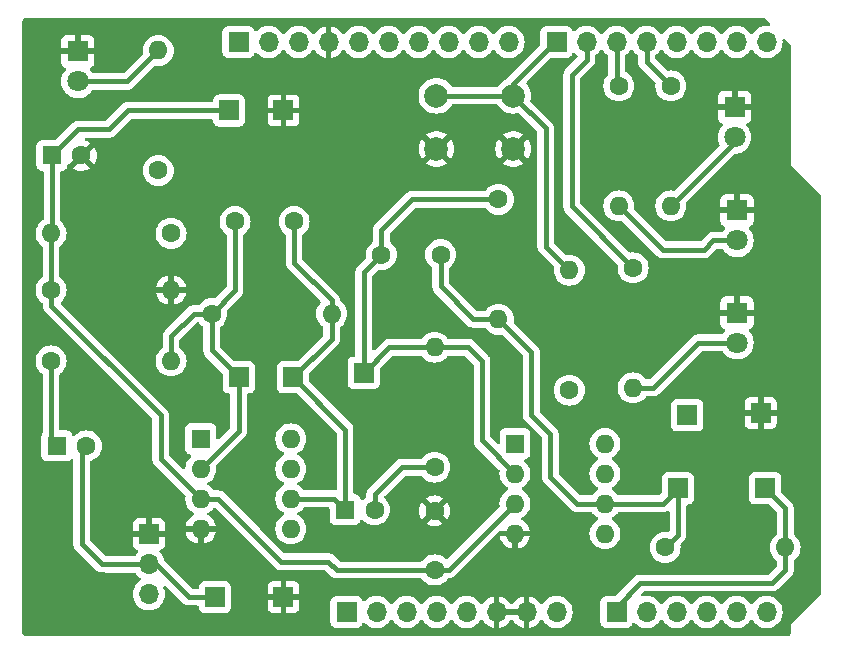
<source format=gbr>
%TF.GenerationSoftware,KiCad,Pcbnew,8.0.1*%
%TF.CreationDate,2024-05-26T21:20:35+02:00*%
%TF.ProjectId,SDHD_Lab,53444844-5f4c-4616-922e-6b696361645f,Rev 1.2*%
%TF.SameCoordinates,Original*%
%TF.FileFunction,Copper,L1,Top*%
%TF.FilePolarity,Positive*%
%FSLAX46Y46*%
G04 Gerber Fmt 4.6, Leading zero omitted, Abs format (unit mm)*
G04 Created by KiCad (PCBNEW 8.0.1) date 2024-05-26 21:20:35*
%MOMM*%
%LPD*%
G01*
G04 APERTURE LIST*
%TA.AperFunction,ComponentPad*%
%ADD10R,1.600000X1.600000*%
%TD*%
%TA.AperFunction,ComponentPad*%
%ADD11C,1.600000*%
%TD*%
%TA.AperFunction,ComponentPad*%
%ADD12R,1.700000X1.700000*%
%TD*%
%TA.AperFunction,ComponentPad*%
%ADD13O,1.700000X1.700000*%
%TD*%
%TA.AperFunction,ComponentPad*%
%ADD14O,1.600000X1.600000*%
%TD*%
%TA.AperFunction,ComponentPad*%
%ADD15R,1.800000X1.800000*%
%TD*%
%TA.AperFunction,ComponentPad*%
%ADD16C,1.800000*%
%TD*%
%TA.AperFunction,ComponentPad*%
%ADD17C,2.000000*%
%TD*%
%TA.AperFunction,Conductor*%
%ADD18C,0.400000*%
%TD*%
G04 APERTURE END LIST*
D10*
%TO.P,C1,1*%
%TO.N,/VD_Input*%
X102994888Y-58800000D03*
D11*
%TO.P,C1,2*%
%TO.N,GND*%
X105494888Y-58800000D03*
%TD*%
D12*
%TO.P,J12,1,Pin_1*%
%TO.N,GND*%
X111200000Y-90875000D03*
D13*
%TO.P,J12,2,Pin_2*%
%TO.N,V_in*%
X111200000Y-93415000D03*
%TO.P,J12,3,Pin_3*%
%TO.N,+5V*%
X111200000Y-95955000D03*
%TD*%
D12*
%TO.P,J4,1,Pin_1*%
%TO.N,GND*%
X122600000Y-55000000D03*
%TD*%
%TO.P,J8,1,Pin_1*%
%TO.N,Net-(J8-Pin_1)*%
X123400000Y-77600000D03*
%TD*%
D11*
%TO.P,R8,1*%
%TO.N,+5V*%
X112000000Y-60080000D03*
D14*
%TO.P,R8,2*%
%TO.N,Net-(D4-A)*%
X112000000Y-49920000D03*
%TD*%
D12*
%TO.P,J11,1,Pin_1*%
%TO.N,V_out*%
X163400000Y-87000000D03*
%TD*%
D11*
%TO.P,R4,1*%
%TO.N,LED_ORANGE*%
X151000000Y-52920000D03*
D14*
%TO.P,R4,2*%
%TO.N,Net-(D2-A)*%
X151000000Y-63080000D03*
%TD*%
D11*
%TO.P,R5,1*%
%TO.N,Net-(C2-Pad1)*%
X102920000Y-76200000D03*
D14*
%TO.P,R5,2*%
%TO.N,Net-(J7-Pin_1)*%
X113080000Y-76200000D03*
%TD*%
D11*
%TO.P,R7 ,1*%
%TO.N,Net-(J7-Pin_1)*%
X116520000Y-72200000D03*
D14*
%TO.P,R7 ,2*%
%TO.N,Net-(J8-Pin_1)*%
X126680000Y-72200000D03*
%TD*%
D11*
%TO.P,C6,1*%
%TO.N,Net-(J9-Pin_1)*%
X130900000Y-67200000D03*
%TO.P,C6,2*%
%TO.N,Net-(J10-Pin_1)*%
X135900000Y-67200000D03*
%TD*%
%TO.P,R9,1*%
%TO.N,+5V*%
X146800000Y-78680000D03*
D14*
%TO.P,R9,2*%
%TO.N,PUSH_BUTTON*%
X146800000Y-68520000D03*
%TD*%
D10*
%TO.P,C2,1*%
%TO.N,Net-(C2-Pad1)*%
X103417621Y-83400000D03*
D11*
%TO.P,C2,2*%
%TO.N,V_in*%
X105917621Y-83400000D03*
%TD*%
D12*
%TO.P,J2,1,Pin_1*%
%TO.N,GND*%
X122600000Y-96200000D03*
%TD*%
D11*
%TO.P,R2,1*%
%TO.N,/VD_Input*%
X102920000Y-70200000D03*
D14*
%TO.P,R2,2*%
%TO.N,GND*%
X113080000Y-70200000D03*
%TD*%
D10*
%TO.P,U1,1,NC*%
%TO.N,unconnected-(U1-NC-Pad1)*%
X115600000Y-82800000D03*
D14*
%TO.P,U1,2,-*%
%TO.N,Net-(J7-Pin_1)*%
X115600000Y-85340000D03*
%TO.P,U1,3,+*%
%TO.N,/VD_Input*%
X115600000Y-87880000D03*
%TO.P,U1,4,V-*%
%TO.N,GND*%
X115600000Y-90420000D03*
%TO.P,U1,5,NC*%
%TO.N,unconnected-(U1-NC-Pad5)*%
X123220000Y-90420000D03*
%TO.P,U1,6*%
%TO.N,Net-(J8-Pin_1)*%
X123220000Y-87880000D03*
%TO.P,U1,7,V+*%
%TO.N,+5V*%
X123220000Y-85340000D03*
%TO.P,U1,8,NC*%
%TO.N,unconnected-(U1-NC-Pad8)*%
X123220000Y-82800000D03*
%TD*%
D15*
%TO.P,D1,1,K*%
%TO.N,GND*%
X160800000Y-54725000D03*
D16*
%TO.P,D1,2,A*%
%TO.N,Net-(D1-A)*%
X160800000Y-57265000D03*
%TD*%
D12*
%TO.P,J6,1,Pin_1*%
%TO.N,V_in*%
X116800000Y-96200000D03*
%TD*%
D11*
%TO.P,C3,1*%
%TO.N,Net-(J7-Pin_1)*%
X118500000Y-64400000D03*
%TO.P,C3,2*%
%TO.N,Net-(J8-Pin_1)*%
X123500000Y-64400000D03*
%TD*%
D15*
%TO.P,D4,1,K*%
%TO.N,GND*%
X105200000Y-50000000D03*
D16*
%TO.P,D4,2,A*%
%TO.N,Net-(D4-A)*%
X105200000Y-52540000D03*
%TD*%
D12*
%TO.P,J9,1,Pin_1*%
%TO.N,Net-(J9-Pin_1)*%
X129400000Y-77200000D03*
%TD*%
%TO.P,J10,1,Pin_1*%
%TO.N,Net-(J10-Pin_1)*%
X156000000Y-87000000D03*
%TD*%
D15*
%TO.P,D2,1,K*%
%TO.N,GND*%
X161000000Y-63460000D03*
D16*
%TO.P,D2,2,A*%
%TO.N,Net-(D2-A)*%
X161000000Y-66000000D03*
%TD*%
D12*
%TO.P,J5,1,Pin_1*%
%TO.N,/VD_Input*%
X118000000Y-55000000D03*
%TD*%
D11*
%TO.P,R3,1*%
%TO.N,LED_GREEN*%
X155400000Y-52920000D03*
D14*
%TO.P,R3,2*%
%TO.N,Net-(D1-A)*%
X155400000Y-63080000D03*
%TD*%
D17*
%TO.P,SW1,1,1*%
%TO.N,GND*%
X142050000Y-58250000D03*
X135550000Y-58250000D03*
%TO.P,SW1,2,2*%
%TO.N,PUSH_BUTTON*%
X142050000Y-53750000D03*
X135550000Y-53750000D03*
%TD*%
D12*
%TO.P,J3,1,Pin_1*%
%TO.N,GND*%
X163000000Y-80600000D03*
%TD*%
D10*
%TO.P,C5,1*%
%TO.N,Net-(J8-Pin_1)*%
X127817621Y-88800000D03*
D11*
%TO.P,C5,2*%
%TO.N,Net-(C5-Pad2)*%
X130317621Y-88800000D03*
%TD*%
D12*
%TO.P,J7,1,Pin_1*%
%TO.N,Net-(J7-Pin_1)*%
X118800000Y-77600000D03*
%TD*%
D11*
%TO.P,R12,1*%
%TO.N,Net-(J10-Pin_1)*%
X154920000Y-92000000D03*
D14*
%TO.P,R12,2*%
%TO.N,V_out*%
X165080000Y-92000000D03*
%TD*%
D15*
%TO.P,D3,1,K*%
%TO.N,GND*%
X161000000Y-72125000D03*
D16*
%TO.P,D3,2,A*%
%TO.N,Net-(D3-A)*%
X161000000Y-74665000D03*
%TD*%
D10*
%TO.P,U2,1,NC*%
%TO.N,unconnected-(U2-NC-Pad1)*%
X142200000Y-83200000D03*
D14*
%TO.P,U2,2,-*%
%TO.N,Net-(J9-Pin_1)*%
X142200000Y-85740000D03*
%TO.P,U2,3,+*%
%TO.N,/VD_Input*%
X142200000Y-88280000D03*
%TO.P,U2,4,V-*%
%TO.N,GND*%
X142200000Y-90820000D03*
%TO.P,U2,5,NC*%
%TO.N,unconnected-(U2-NC-Pad5)*%
X149820000Y-90820000D03*
%TO.P,U2,6*%
%TO.N,Net-(J10-Pin_1)*%
X149820000Y-88280000D03*
%TO.P,U2,7,V+*%
%TO.N,+5V*%
X149820000Y-85740000D03*
%TO.P,U2,8,NC*%
%TO.N,unconnected-(U2-NC-Pad8)*%
X149820000Y-83200000D03*
%TD*%
D11*
%TO.P,C4,1*%
%TO.N,/VD_Input*%
X135400000Y-93900000D03*
%TO.P,C4,2*%
%TO.N,GND*%
X135400000Y-88900000D03*
%TD*%
%TO.P,R1,1*%
%TO.N,+5V*%
X113080000Y-65400000D03*
D14*
%TO.P,R1,2*%
%TO.N,/VD_Input*%
X102920000Y-65400000D03*
%TD*%
D11*
%TO.P,R11,1*%
%TO.N,Net-(J9-Pin_1)*%
X140800000Y-62520000D03*
D14*
%TO.P,R11,2*%
%TO.N,Net-(J10-Pin_1)*%
X140800000Y-72680000D03*
%TD*%
D11*
%TO.P,R10,1*%
%TO.N,Net-(C5-Pad2)*%
X135400000Y-85200000D03*
D14*
%TO.P,R10,2*%
%TO.N,Net-(J9-Pin_1)*%
X135400000Y-75040000D03*
%TD*%
D12*
%TO.P,J1,1,Pin_1*%
%TO.N,+5V*%
X156800000Y-80800000D03*
%TD*%
D11*
%TO.P,R6,1*%
%TO.N,LED_RED*%
X152200000Y-68320000D03*
D14*
%TO.P,R6,2*%
%TO.N,Net-(D3-A)*%
X152200000Y-78480000D03*
%TD*%
D12*
%TO.P,P1,1,Pin_1*%
%TO.N,unconnected-(P1-Pin_1-Pad1)*%
X127940000Y-97460000D03*
D13*
%TO.P,P1,2,Pin_2*%
%TO.N,/IOREF*%
X130480000Y-97460000D03*
%TO.P,P1,3,Pin_3*%
%TO.N,/Reset*%
X133020000Y-97460000D03*
%TO.P,P1,4,Pin_4*%
%TO.N,/3.3V*%
X135560000Y-97460000D03*
%TO.P,P1,5,Pin_5*%
%TO.N,+5V*%
X138100000Y-97460000D03*
%TO.P,P1,6,Pin_6*%
%TO.N,GND*%
X140640000Y-97460000D03*
%TO.P,P1,7,Pin_7*%
X143180000Y-97460000D03*
%TO.P,P1,8,Pin_8*%
%TO.N,/Vin*%
X145720000Y-97460000D03*
%TD*%
D12*
%TO.P,P3,1,Pin_1*%
%TO.N,V_out*%
X150800000Y-97460000D03*
D13*
%TO.P,P3,2,Pin_2*%
%TO.N,/A1*%
X153340000Y-97460000D03*
%TO.P,P3,3,Pin_3*%
%TO.N,/A2*%
X155880000Y-97460000D03*
%TO.P,P3,4,Pin_4*%
%TO.N,/A3*%
X158420000Y-97460000D03*
%TO.P,P3,5,Pin_5*%
%TO.N,/A4*%
X160960000Y-97460000D03*
%TO.P,P3,6,Pin_6*%
%TO.N,/A5*%
X163500000Y-97460000D03*
%TD*%
D12*
%TO.P,P2,1,Pin_1*%
%TO.N,/SCL*%
X118796000Y-49200000D03*
D13*
%TO.P,P2,2,Pin_2*%
%TO.N,/SDA*%
X121336000Y-49200000D03*
%TO.P,P2,3,Pin_3*%
%TO.N,/AREF*%
X123876000Y-49200000D03*
%TO.P,P2,4,Pin_4*%
%TO.N,GND*%
X126416000Y-49200000D03*
%TO.P,P2,5,Pin_5*%
%TO.N,/D13*%
X128956000Y-49200000D03*
%TO.P,P2,6,Pin_6*%
%TO.N,/D12*%
X131496000Y-49200000D03*
%TO.P,P2,7,Pin_7*%
%TO.N,/D11*%
X134036000Y-49200000D03*
%TO.P,P2,8,Pin_8*%
%TO.N,/D10*%
X136576000Y-49200000D03*
%TO.P,P2,9,Pin_9*%
%TO.N,/D9*%
X139116000Y-49200000D03*
%TO.P,P2,10,Pin_10*%
%TO.N,/D8*%
X141656000Y-49200000D03*
%TD*%
D12*
%TO.P,P4,1,Pin_1*%
%TO.N,PUSH_BUTTON*%
X145720000Y-49200000D03*
D13*
%TO.P,P4,2,Pin_2*%
%TO.N,LED_RED*%
X148260000Y-49200000D03*
%TO.P,P4,3,Pin_3*%
%TO.N,LED_ORANGE*%
X150800000Y-49200000D03*
%TO.P,P4,4,Pin_4*%
%TO.N,LED_GREEN*%
X153340000Y-49200000D03*
%TO.P,P4,5,Pin_5*%
%TO.N,/D3*%
X155880000Y-49200000D03*
%TO.P,P4,6,Pin_6*%
%TO.N,/D2*%
X158420000Y-49200000D03*
%TO.P,P4,7,Pin_7*%
%TO.N,/TX{slash}D1*%
X160960000Y-49200000D03*
%TO.P,P4,8,Pin_8*%
%TO.N,/RX{slash}D0*%
X163500000Y-49200000D03*
%TD*%
D18*
%TO.N,/VD_Input*%
X126400000Y-93200000D02*
X122400000Y-93200000D01*
X135400000Y-93900000D02*
X136580000Y-93900000D01*
X102994888Y-65325112D02*
X102920000Y-65400000D01*
X112200000Y-80800000D02*
X112200000Y-84480000D01*
X102920000Y-65400000D02*
X102920000Y-70200000D01*
X118000000Y-55000000D02*
X109400000Y-55000000D01*
X102994888Y-58800000D02*
X105194888Y-56600000D01*
X127100000Y-93900000D02*
X126400000Y-93200000D01*
X102920000Y-71520000D02*
X112200000Y-80800000D01*
X107800000Y-56600000D02*
X109400000Y-55000000D01*
X117080000Y-87880000D02*
X115600000Y-87880000D01*
X105194888Y-56600000D02*
X107800000Y-56600000D01*
X136580000Y-93900000D02*
X142200000Y-88280000D01*
X135400000Y-93900000D02*
X127100000Y-93900000D01*
X102920000Y-70200000D02*
X102920000Y-71520000D01*
X112200000Y-84480000D02*
X115600000Y-87880000D01*
X122400000Y-93200000D02*
X117080000Y-87880000D01*
X102994888Y-58800000D02*
X102994888Y-65325112D01*
%TO.N,V_in*%
X105517621Y-91717621D02*
X107200000Y-93400000D01*
X107600000Y-93400000D02*
X107615000Y-93415000D01*
X114585000Y-96200000D02*
X111400000Y-93015000D01*
X116800000Y-96200000D02*
X114585000Y-96200000D01*
X105517621Y-84000000D02*
X105517621Y-91717621D01*
X107615000Y-93415000D02*
X111200000Y-93415000D01*
X107200000Y-93400000D02*
X107600000Y-93400000D01*
%TO.N,Net-(C2-Pad1)*%
X102920000Y-82902379D02*
X103417621Y-83400000D01*
X102920000Y-76200000D02*
X102920000Y-82902379D01*
%TO.N,Net-(J9-Pin_1)*%
X135400000Y-75040000D02*
X138240000Y-75040000D01*
X131560000Y-75040000D02*
X129400000Y-77200000D01*
X138240000Y-75040000D02*
X139400000Y-76200000D01*
X130900000Y-67200000D02*
X130900000Y-65100000D01*
X139400000Y-82940000D02*
X142200000Y-85740000D01*
X140800000Y-62520000D02*
X133480000Y-62520000D01*
X135400000Y-75040000D02*
X131560000Y-75040000D01*
X139400000Y-76200000D02*
X139400000Y-82940000D01*
X129400000Y-77200000D02*
X129400000Y-68700000D01*
X129400000Y-68700000D02*
X130900000Y-67200000D01*
X133480000Y-62520000D02*
X130900000Y-65100000D01*
%TO.N,Net-(J8-Pin_1)*%
X127540000Y-89000000D02*
X128000000Y-89000000D01*
X127817621Y-82017621D02*
X123400000Y-77600000D01*
X123220000Y-87880000D02*
X126897621Y-87880000D01*
X126680000Y-74320000D02*
X123400000Y-77600000D01*
X127817621Y-88800000D02*
X127817621Y-82017621D01*
X126680000Y-72200000D02*
X126680000Y-74320000D01*
X123500000Y-67900000D02*
X126680000Y-71080000D01*
X126897621Y-87880000D02*
X127817621Y-88800000D01*
X123500000Y-64400000D02*
X123500000Y-67900000D01*
X126680000Y-72200000D02*
X126680000Y-71080000D01*
%TO.N,Net-(C5-Pad2)*%
X130317621Y-88800000D02*
X130317621Y-87482379D01*
X132600000Y-85200000D02*
X135400000Y-85200000D01*
X130500000Y-88380000D02*
X130500000Y-89000000D01*
X130317621Y-87482379D02*
X132600000Y-85200000D01*
%TO.N,Net-(J7-Pin_1)*%
X116520000Y-72200000D02*
X116520000Y-75320000D01*
X113080000Y-74120000D02*
X115000000Y-72200000D01*
X113080000Y-76200000D02*
X113080000Y-74120000D01*
X116520000Y-75320000D02*
X118800000Y-77600000D01*
X118500000Y-70220000D02*
X116520000Y-72200000D01*
X116520000Y-72760000D02*
X116520000Y-72200000D01*
X118500000Y-64400000D02*
X118500000Y-70220000D01*
X118800000Y-82140000D02*
X115600000Y-85340000D01*
X115000000Y-72200000D02*
X116520000Y-72200000D01*
X118800000Y-77600000D02*
X118800000Y-82140000D01*
%TO.N,Net-(J10-Pin_1)*%
X154720000Y-88280000D02*
X156000000Y-87000000D01*
X156000000Y-87000000D02*
X156000000Y-90920000D01*
X140800000Y-72680000D02*
X143600000Y-75480000D01*
X156000000Y-90920000D02*
X154920000Y-92000000D01*
X143600000Y-75480000D02*
X143600000Y-80800000D01*
X145200000Y-86000000D02*
X147480000Y-88280000D01*
X143600000Y-80800000D02*
X145200000Y-82400000D01*
X145200000Y-82400000D02*
X145200000Y-86000000D01*
X149820000Y-88280000D02*
X154720000Y-88280000D01*
X138680000Y-72680000D02*
X135900000Y-69900000D01*
X147480000Y-88280000D02*
X149820000Y-88280000D01*
X140800000Y-72680000D02*
X138680000Y-72680000D01*
X135900000Y-67200000D02*
X135900000Y-69900000D01*
%TO.N,Net-(D1-A)*%
X160800000Y-57680000D02*
X160800000Y-57265000D01*
X155400000Y-63080000D02*
X160800000Y-57680000D01*
%TO.N,Net-(D2-A)*%
X151000000Y-63080000D02*
X154720000Y-66800000D01*
X159000000Y-66000000D02*
X161000000Y-66000000D01*
X158200000Y-66800000D02*
X159000000Y-66000000D01*
X154720000Y-66800000D02*
X158200000Y-66800000D01*
%TO.N,Net-(D3-A)*%
X153920000Y-78480000D02*
X157735000Y-74665000D01*
X152200000Y-78480000D02*
X153920000Y-78480000D01*
X157735000Y-74665000D02*
X161000000Y-74665000D01*
%TO.N,Net-(D4-A)*%
X105200000Y-52540000D02*
X109380000Y-52540000D01*
X109380000Y-52540000D02*
X112000000Y-49920000D01*
%TO.N,V_out*%
X165080000Y-93920000D02*
X164000000Y-95000000D01*
X165080000Y-92000000D02*
X165080000Y-93920000D01*
X152800000Y-95000000D02*
X150800000Y-97000000D01*
X150800000Y-97000000D02*
X150800000Y-97460000D01*
X165080000Y-92000000D02*
X165080000Y-88680000D01*
X164000000Y-95000000D02*
X152800000Y-95000000D01*
X165080000Y-88680000D02*
X163400000Y-87000000D01*
%TO.N,PUSH_BUTTON*%
X145720000Y-49200000D02*
X145600000Y-49200000D01*
X144800000Y-56500000D02*
X144800000Y-66520000D01*
X142050000Y-53750000D02*
X144800000Y-56500000D01*
X144800000Y-66520000D02*
X146800000Y-68520000D01*
X145600000Y-49200000D02*
X142050000Y-52750000D01*
X135550000Y-53750000D02*
X142050000Y-53750000D01*
X142050000Y-52750000D02*
X142050000Y-53750000D01*
%TO.N,LED_RED*%
X148260000Y-49200000D02*
X148260000Y-50740000D01*
X147000000Y-52000000D02*
X147000000Y-63120000D01*
X147000000Y-63120000D02*
X152200000Y-68320000D01*
X148260000Y-50740000D02*
X147000000Y-52000000D01*
%TO.N,LED_GREEN*%
X153340000Y-49200000D02*
X153340000Y-50860000D01*
X153340000Y-50860000D02*
X155400000Y-52920000D01*
%TO.N,LED_ORANGE*%
X150800000Y-49200000D02*
X150800000Y-52720000D01*
X150800000Y-52720000D02*
X151000000Y-52920000D01*
%TD*%
%TA.AperFunction,Conductor*%
%TO.N,GND*%
G36*
X142714075Y-97267007D02*
G01*
X142680000Y-97394174D01*
X142680000Y-97525826D01*
X142714075Y-97652993D01*
X142746988Y-97710000D01*
X141073012Y-97710000D01*
X141105925Y-97652993D01*
X141140000Y-97525826D01*
X141140000Y-97394174D01*
X141105925Y-97267007D01*
X141073012Y-97210000D01*
X142746988Y-97210000D01*
X142714075Y-97267007D01*
G37*
%TD.AperFunction*%
%TA.AperFunction,Conductor*%
G36*
X163308363Y-47180185D02*
G01*
X163329005Y-47196819D01*
X163772315Y-47640129D01*
X163805800Y-47701452D01*
X163800816Y-47771144D01*
X163758944Y-47827077D01*
X163693480Y-47851494D01*
X163664226Y-47850119D01*
X163612570Y-47841500D01*
X163612569Y-47841500D01*
X163387431Y-47841500D01*
X163165362Y-47878556D01*
X162952430Y-47951656D01*
X162952419Y-47951661D01*
X162754427Y-48058808D01*
X162754422Y-48058812D01*
X162576761Y-48197092D01*
X162576756Y-48197097D01*
X162424284Y-48362723D01*
X162424276Y-48362734D01*
X162333808Y-48501206D01*
X162280662Y-48546562D01*
X162211431Y-48555986D01*
X162148095Y-48526484D01*
X162126192Y-48501206D01*
X162035723Y-48362734D01*
X162035715Y-48362723D01*
X161883243Y-48197097D01*
X161883238Y-48197092D01*
X161705577Y-48058812D01*
X161705572Y-48058808D01*
X161507580Y-47951661D01*
X161507577Y-47951659D01*
X161507574Y-47951658D01*
X161507571Y-47951657D01*
X161507569Y-47951656D01*
X161294637Y-47878556D01*
X161072569Y-47841500D01*
X160847431Y-47841500D01*
X160625362Y-47878556D01*
X160412430Y-47951656D01*
X160412419Y-47951661D01*
X160214427Y-48058808D01*
X160214422Y-48058812D01*
X160036761Y-48197092D01*
X160036756Y-48197097D01*
X159884284Y-48362723D01*
X159884276Y-48362734D01*
X159793808Y-48501206D01*
X159740662Y-48546562D01*
X159671431Y-48555986D01*
X159608095Y-48526484D01*
X159586192Y-48501206D01*
X159495723Y-48362734D01*
X159495715Y-48362723D01*
X159343243Y-48197097D01*
X159343238Y-48197092D01*
X159165577Y-48058812D01*
X159165572Y-48058808D01*
X158967580Y-47951661D01*
X158967577Y-47951659D01*
X158967574Y-47951658D01*
X158967571Y-47951657D01*
X158967569Y-47951656D01*
X158754637Y-47878556D01*
X158532569Y-47841500D01*
X158307431Y-47841500D01*
X158085362Y-47878556D01*
X157872430Y-47951656D01*
X157872419Y-47951661D01*
X157674427Y-48058808D01*
X157674422Y-48058812D01*
X157496761Y-48197092D01*
X157496756Y-48197097D01*
X157344284Y-48362723D01*
X157344276Y-48362734D01*
X157253808Y-48501206D01*
X157200662Y-48546562D01*
X157131431Y-48555986D01*
X157068095Y-48526484D01*
X157046192Y-48501206D01*
X156955723Y-48362734D01*
X156955715Y-48362723D01*
X156803243Y-48197097D01*
X156803238Y-48197092D01*
X156625577Y-48058812D01*
X156625572Y-48058808D01*
X156427580Y-47951661D01*
X156427577Y-47951659D01*
X156427574Y-47951658D01*
X156427571Y-47951657D01*
X156427569Y-47951656D01*
X156214637Y-47878556D01*
X155992569Y-47841500D01*
X155767431Y-47841500D01*
X155545362Y-47878556D01*
X155332430Y-47951656D01*
X155332419Y-47951661D01*
X155134427Y-48058808D01*
X155134422Y-48058812D01*
X154956761Y-48197092D01*
X154956756Y-48197097D01*
X154804284Y-48362723D01*
X154804276Y-48362734D01*
X154713808Y-48501206D01*
X154660662Y-48546562D01*
X154591431Y-48555986D01*
X154528095Y-48526484D01*
X154506192Y-48501206D01*
X154415723Y-48362734D01*
X154415715Y-48362723D01*
X154263243Y-48197097D01*
X154263238Y-48197092D01*
X154085577Y-48058812D01*
X154085572Y-48058808D01*
X153887580Y-47951661D01*
X153887577Y-47951659D01*
X153887574Y-47951658D01*
X153887571Y-47951657D01*
X153887569Y-47951656D01*
X153674637Y-47878556D01*
X153452569Y-47841500D01*
X153227431Y-47841500D01*
X153005362Y-47878556D01*
X152792430Y-47951656D01*
X152792419Y-47951661D01*
X152594427Y-48058808D01*
X152594422Y-48058812D01*
X152416761Y-48197092D01*
X152416756Y-48197097D01*
X152264284Y-48362723D01*
X152264276Y-48362734D01*
X152173808Y-48501206D01*
X152120662Y-48546562D01*
X152051431Y-48555986D01*
X151988095Y-48526484D01*
X151966192Y-48501206D01*
X151875723Y-48362734D01*
X151875715Y-48362723D01*
X151723243Y-48197097D01*
X151723238Y-48197092D01*
X151545577Y-48058812D01*
X151545572Y-48058808D01*
X151347580Y-47951661D01*
X151347577Y-47951659D01*
X151347574Y-47951658D01*
X151347571Y-47951657D01*
X151347569Y-47951656D01*
X151134637Y-47878556D01*
X150912569Y-47841500D01*
X150687431Y-47841500D01*
X150465362Y-47878556D01*
X150252430Y-47951656D01*
X150252419Y-47951661D01*
X150054427Y-48058808D01*
X150054422Y-48058812D01*
X149876761Y-48197092D01*
X149876756Y-48197097D01*
X149724284Y-48362723D01*
X149724276Y-48362734D01*
X149633808Y-48501206D01*
X149580662Y-48546562D01*
X149511431Y-48555986D01*
X149448095Y-48526484D01*
X149426192Y-48501206D01*
X149335723Y-48362734D01*
X149335715Y-48362723D01*
X149183243Y-48197097D01*
X149183238Y-48197092D01*
X149005577Y-48058812D01*
X149005572Y-48058808D01*
X148807580Y-47951661D01*
X148807577Y-47951659D01*
X148807574Y-47951658D01*
X148807571Y-47951657D01*
X148807569Y-47951656D01*
X148594637Y-47878556D01*
X148372569Y-47841500D01*
X148147431Y-47841500D01*
X147925362Y-47878556D01*
X147712430Y-47951656D01*
X147712419Y-47951661D01*
X147514427Y-48058808D01*
X147514422Y-48058812D01*
X147336761Y-48197092D01*
X147273548Y-48265760D01*
X147213661Y-48301750D01*
X147143823Y-48299649D01*
X147086207Y-48260124D01*
X147066138Y-48225110D01*
X147020889Y-48103796D01*
X146987214Y-48058812D01*
X146933261Y-47986739D01*
X146816204Y-47899111D01*
X146679203Y-47848011D01*
X146618654Y-47841500D01*
X146618638Y-47841500D01*
X144821362Y-47841500D01*
X144821345Y-47841500D01*
X144760797Y-47848011D01*
X144760795Y-47848011D01*
X144623795Y-47899111D01*
X144506739Y-47986739D01*
X144419111Y-48103795D01*
X144368011Y-48240795D01*
X144368011Y-48240797D01*
X144361500Y-48301345D01*
X144361500Y-49385167D01*
X144341815Y-49452206D01*
X144325181Y-49472848D01*
X141499674Y-52298354D01*
X141499671Y-52298358D01*
X141477324Y-52331802D01*
X141423711Y-52376606D01*
X141421678Y-52377469D01*
X141363033Y-52401761D01*
X141160589Y-52525820D01*
X141160586Y-52525821D01*
X140980031Y-52680031D01*
X140825821Y-52860586D01*
X140825820Y-52860588D01*
X140751242Y-52982290D01*
X140699431Y-53029165D01*
X140645515Y-53041500D01*
X136954485Y-53041500D01*
X136887446Y-53021815D01*
X136848758Y-52982290D01*
X136774179Y-52860588D01*
X136774178Y-52860586D01*
X136739340Y-52819797D01*
X136619969Y-52680031D01*
X136456007Y-52539994D01*
X136439413Y-52525821D01*
X136439410Y-52525820D01*
X136236962Y-52401759D01*
X136236959Y-52401757D01*
X136017596Y-52310895D01*
X135786714Y-52255465D01*
X135550000Y-52236835D01*
X135313285Y-52255465D01*
X135082404Y-52310895D01*
X135082402Y-52310895D01*
X134863040Y-52401757D01*
X134863037Y-52401759D01*
X134660589Y-52525820D01*
X134660586Y-52525821D01*
X134480031Y-52680031D01*
X134325821Y-52860586D01*
X134325820Y-52860589D01*
X134201759Y-53063037D01*
X134201757Y-53063040D01*
X134110895Y-53282402D01*
X134110895Y-53282404D01*
X134055465Y-53513285D01*
X134036835Y-53750000D01*
X134055465Y-53986714D01*
X134110895Y-54217595D01*
X134110895Y-54217597D01*
X134201757Y-54436959D01*
X134201759Y-54436962D01*
X134325820Y-54639410D01*
X134325821Y-54639413D01*
X134371583Y-54692993D01*
X134480031Y-54819969D01*
X134572206Y-54898694D01*
X134660586Y-54974178D01*
X134660589Y-54974179D01*
X134863037Y-55098240D01*
X134863040Y-55098242D01*
X135082403Y-55189104D01*
X135082404Y-55189104D01*
X135082406Y-55189105D01*
X135313289Y-55244535D01*
X135550000Y-55263165D01*
X135786711Y-55244535D01*
X136017594Y-55189105D01*
X136017596Y-55189104D01*
X136017597Y-55189104D01*
X136236959Y-55098242D01*
X136236960Y-55098241D01*
X136236963Y-55098240D01*
X136439416Y-54974176D01*
X136619969Y-54819969D01*
X136774176Y-54639416D01*
X136848758Y-54517710D01*
X136900569Y-54470835D01*
X136954485Y-54458500D01*
X140645515Y-54458500D01*
X140712554Y-54478185D01*
X140751242Y-54517710D01*
X140825820Y-54639411D01*
X140825821Y-54639413D01*
X140871583Y-54692993D01*
X140980031Y-54819969D01*
X141072206Y-54898694D01*
X141160586Y-54974178D01*
X141160589Y-54974179D01*
X141363037Y-55098240D01*
X141363040Y-55098242D01*
X141582403Y-55189104D01*
X141582404Y-55189104D01*
X141582406Y-55189105D01*
X141813289Y-55244535D01*
X142050000Y-55263165D01*
X142286711Y-55244535D01*
X142425510Y-55211212D01*
X142495287Y-55214702D01*
X142542134Y-55244105D01*
X144055181Y-56757152D01*
X144088666Y-56818475D01*
X144091500Y-56844833D01*
X144091500Y-66450218D01*
X144091500Y-66589782D01*
X144092208Y-66593339D01*
X144115678Y-66711334D01*
X144118727Y-66726662D01*
X144127714Y-66748359D01*
X144172135Y-66855601D01*
X144172136Y-66855604D01*
X144249671Y-66971642D01*
X144249674Y-66971646D01*
X145470677Y-68192649D01*
X145504162Y-68253972D01*
X145506524Y-68291137D01*
X145486502Y-68519997D01*
X145486502Y-68520001D01*
X145506456Y-68748081D01*
X145506457Y-68748089D01*
X145565714Y-68969238D01*
X145565718Y-68969249D01*
X145643352Y-69135736D01*
X145662477Y-69176749D01*
X145793802Y-69364300D01*
X145955700Y-69526198D01*
X146143251Y-69657523D01*
X146268091Y-69715736D01*
X146350750Y-69754281D01*
X146350752Y-69754281D01*
X146350757Y-69754284D01*
X146571913Y-69813543D01*
X146728688Y-69827259D01*
X146799998Y-69833498D01*
X146800000Y-69833498D01*
X146800002Y-69833498D01*
X146871312Y-69827259D01*
X147028087Y-69813543D01*
X147249243Y-69754284D01*
X147456749Y-69657523D01*
X147644300Y-69526198D01*
X147806198Y-69364300D01*
X147937523Y-69176749D01*
X148034284Y-68969243D01*
X148093543Y-68748087D01*
X148113498Y-68520000D01*
X148110009Y-68480126D01*
X148105670Y-68430521D01*
X148093543Y-68291913D01*
X148034284Y-68070757D01*
X147937523Y-67863251D01*
X147806198Y-67675700D01*
X147644300Y-67513802D01*
X147456749Y-67382477D01*
X147456745Y-67382475D01*
X147249249Y-67285718D01*
X147249238Y-67285714D01*
X147028089Y-67226457D01*
X147028081Y-67226456D01*
X146800002Y-67206502D01*
X146799998Y-67206502D01*
X146571136Y-67226524D01*
X146502636Y-67212757D01*
X146472648Y-67190677D01*
X145544819Y-66262848D01*
X145511334Y-66201525D01*
X145508500Y-66175167D01*
X145508500Y-56430218D01*
X145508499Y-56430214D01*
X145492939Y-56351988D01*
X145481273Y-56293338D01*
X145448104Y-56213261D01*
X145427865Y-56164399D01*
X145427864Y-56164397D01*
X145427863Y-56164395D01*
X145350328Y-56048357D01*
X145350325Y-56048353D01*
X143544105Y-54242134D01*
X143510620Y-54180811D01*
X143511211Y-54125511D01*
X143544535Y-53986711D01*
X143563165Y-53750000D01*
X143544535Y-53513289D01*
X143489105Y-53282406D01*
X143489104Y-53282403D01*
X143489104Y-53282402D01*
X143398242Y-53063040D01*
X143398240Y-53063037D01*
X143274179Y-52860589D01*
X143274178Y-52860587D01*
X143274177Y-52860586D01*
X143274176Y-52860584D01*
X143195316Y-52768252D01*
X143166747Y-52704494D01*
X143177184Y-52635408D01*
X143201924Y-52600045D01*
X145207152Y-50594819D01*
X145268475Y-50561334D01*
X145294833Y-50558500D01*
X146618638Y-50558500D01*
X146618654Y-50558499D01*
X146645692Y-50555591D01*
X146679201Y-50551989D01*
X146816204Y-50500889D01*
X146933261Y-50413261D01*
X147020889Y-50296204D01*
X147066138Y-50174887D01*
X147108009Y-50118956D01*
X147173474Y-50094539D01*
X147241746Y-50109391D01*
X147273545Y-50134236D01*
X147336760Y-50202906D01*
X147483702Y-50317277D01*
X147524513Y-50373985D01*
X147528188Y-50443758D01*
X147495219Y-50502809D01*
X146449674Y-51548353D01*
X146449671Y-51548357D01*
X146372136Y-51664395D01*
X146372135Y-51664398D01*
X146318728Y-51793335D01*
X146318725Y-51793347D01*
X146294766Y-51913799D01*
X146291500Y-51930218D01*
X146291500Y-63189786D01*
X146318724Y-63326653D01*
X146318727Y-63326662D01*
X146372135Y-63455601D01*
X146372136Y-63455604D01*
X146449671Y-63571642D01*
X146449674Y-63571646D01*
X150870678Y-67992648D01*
X150904163Y-68053971D01*
X150906525Y-68091136D01*
X150886502Y-68319998D01*
X150886502Y-68320001D01*
X150903999Y-68520001D01*
X150906457Y-68548087D01*
X150937614Y-68664365D01*
X150965714Y-68769238D01*
X150965718Y-68769249D01*
X151058977Y-68969243D01*
X151062477Y-68976749D01*
X151193802Y-69164300D01*
X151355700Y-69326198D01*
X151543251Y-69457523D01*
X151668091Y-69515736D01*
X151750750Y-69554281D01*
X151750752Y-69554281D01*
X151750757Y-69554284D01*
X151971913Y-69613543D01*
X152134832Y-69627796D01*
X152199998Y-69633498D01*
X152200000Y-69633498D01*
X152200002Y-69633498D01*
X152257021Y-69628509D01*
X152428087Y-69613543D01*
X152649243Y-69554284D01*
X152856749Y-69457523D01*
X153044300Y-69326198D01*
X153206198Y-69164300D01*
X153337523Y-68976749D01*
X153434284Y-68769243D01*
X153493543Y-68548087D01*
X153513498Y-68320000D01*
X153511040Y-68291910D01*
X153506114Y-68235601D01*
X153493543Y-68091913D01*
X153434284Y-67870757D01*
X153430785Y-67863254D01*
X153343328Y-67675700D01*
X153337523Y-67663251D01*
X153206198Y-67475700D01*
X153044300Y-67313802D01*
X152856749Y-67182477D01*
X152856745Y-67182475D01*
X152649249Y-67085718D01*
X152649238Y-67085714D01*
X152428089Y-67026457D01*
X152428081Y-67026456D01*
X152200002Y-67006502D01*
X152199998Y-67006502D01*
X151996075Y-67024343D01*
X151971925Y-67026456D01*
X151971136Y-67026525D01*
X151902636Y-67012758D01*
X151872648Y-66990678D01*
X147961972Y-63080001D01*
X149686502Y-63080001D01*
X149706456Y-63308081D01*
X149706457Y-63308089D01*
X149765714Y-63529238D01*
X149765718Y-63529249D01*
X149825534Y-63657524D01*
X149862477Y-63736749D01*
X149993802Y-63924300D01*
X150155700Y-64086198D01*
X150343251Y-64217523D01*
X150416519Y-64251688D01*
X150550750Y-64314281D01*
X150550752Y-64314281D01*
X150550757Y-64314284D01*
X150771913Y-64373543D01*
X150928471Y-64387240D01*
X150999998Y-64393498D01*
X151000000Y-64393498D01*
X151000001Y-64393498D01*
X151015596Y-64392133D01*
X151228087Y-64373543D01*
X151228093Y-64373541D01*
X151228862Y-64373474D01*
X151297362Y-64387240D01*
X151327351Y-64409321D01*
X154268350Y-67350321D01*
X154268353Y-67350323D01*
X154268357Y-67350327D01*
X154354890Y-67408147D01*
X154384394Y-67427862D01*
X154384396Y-67427863D01*
X154384399Y-67427865D01*
X154409136Y-67438111D01*
X154433874Y-67448358D01*
X154433875Y-67448358D01*
X154513338Y-67481273D01*
X154650214Y-67508499D01*
X154650218Y-67508500D01*
X154650219Y-67508500D01*
X158269782Y-67508500D01*
X158338221Y-67494886D01*
X158338222Y-67494886D01*
X158355448Y-67491459D01*
X158406662Y-67481273D01*
X158445948Y-67465000D01*
X158535601Y-67427865D01*
X158651643Y-67350328D01*
X159257151Y-66744818D01*
X159318474Y-66711334D01*
X159344832Y-66708500D01*
X159713319Y-66708500D01*
X159780358Y-66728185D01*
X159817127Y-66764677D01*
X159884686Y-66868083D01*
X159884687Y-66868084D01*
X159884688Y-66868085D01*
X159884692Y-66868091D01*
X160042776Y-67039814D01*
X160042780Y-67039818D01*
X160226983Y-67183190D01*
X160226985Y-67183191D01*
X160226988Y-67183193D01*
X160331724Y-67239873D01*
X160432273Y-67294287D01*
X160489118Y-67313802D01*
X160653045Y-67370079D01*
X160653047Y-67370079D01*
X160653049Y-67370080D01*
X160883288Y-67408500D01*
X160883289Y-67408500D01*
X161116711Y-67408500D01*
X161116712Y-67408500D01*
X161346951Y-67370080D01*
X161567727Y-67294287D01*
X161773017Y-67183190D01*
X161957220Y-67039818D01*
X162115314Y-66868083D01*
X162242984Y-66672669D01*
X162336749Y-66458907D01*
X162394051Y-66232626D01*
X162408755Y-66055181D01*
X162413327Y-66000005D01*
X162413327Y-65999994D01*
X162394051Y-65767377D01*
X162394051Y-65767374D01*
X162336749Y-65541093D01*
X162242984Y-65327331D01*
X162188740Y-65244304D01*
X162115316Y-65131919D01*
X162021926Y-65030471D01*
X161991004Y-64967816D01*
X161998864Y-64898390D01*
X162043011Y-64844235D01*
X162069824Y-64830306D01*
X162142084Y-64803355D01*
X162142093Y-64803350D01*
X162257187Y-64717190D01*
X162257190Y-64717187D01*
X162343350Y-64602093D01*
X162343354Y-64602086D01*
X162393596Y-64467379D01*
X162393598Y-64467372D01*
X162399999Y-64407844D01*
X162400000Y-64407827D01*
X162400000Y-63710000D01*
X161375278Y-63710000D01*
X161419333Y-63633694D01*
X161450000Y-63519244D01*
X161450000Y-63400756D01*
X161419333Y-63286306D01*
X161375278Y-63210000D01*
X162400000Y-63210000D01*
X162400000Y-62512172D01*
X162399999Y-62512155D01*
X162393598Y-62452627D01*
X162393596Y-62452620D01*
X162343354Y-62317913D01*
X162343350Y-62317906D01*
X162257190Y-62202812D01*
X162257187Y-62202809D01*
X162142093Y-62116649D01*
X162142086Y-62116645D01*
X162007379Y-62066403D01*
X162007372Y-62066401D01*
X161947844Y-62060000D01*
X161250000Y-62060000D01*
X161250000Y-63084722D01*
X161173694Y-63040667D01*
X161059244Y-63010000D01*
X160940756Y-63010000D01*
X160826306Y-63040667D01*
X160750000Y-63084722D01*
X160750000Y-62060000D01*
X160052155Y-62060000D01*
X159992627Y-62066401D01*
X159992620Y-62066403D01*
X159857913Y-62116645D01*
X159857906Y-62116649D01*
X159742812Y-62202809D01*
X159742809Y-62202812D01*
X159656649Y-62317906D01*
X159656645Y-62317913D01*
X159606403Y-62452620D01*
X159606401Y-62452627D01*
X159600000Y-62512155D01*
X159600000Y-63210000D01*
X160624722Y-63210000D01*
X160580667Y-63286306D01*
X160550000Y-63400756D01*
X160550000Y-63519244D01*
X160580667Y-63633694D01*
X160624722Y-63710000D01*
X159600000Y-63710000D01*
X159600000Y-64407844D01*
X159606401Y-64467372D01*
X159606403Y-64467379D01*
X159656645Y-64602086D01*
X159656649Y-64602093D01*
X159742809Y-64717187D01*
X159742812Y-64717190D01*
X159857906Y-64803350D01*
X159857915Y-64803355D01*
X159930175Y-64830306D01*
X159986109Y-64872177D01*
X160010527Y-64937641D01*
X159995676Y-65005914D01*
X159978073Y-65030470D01*
X159884692Y-65131908D01*
X159884688Y-65131914D01*
X159817127Y-65235323D01*
X159763980Y-65280679D01*
X159713319Y-65291500D01*
X158930214Y-65291500D01*
X158793345Y-65318725D01*
X158793333Y-65318728D01*
X158765595Y-65330218D01*
X158664403Y-65372132D01*
X158664401Y-65372133D01*
X158548358Y-65449671D01*
X158548354Y-65449674D01*
X157942848Y-66055181D01*
X157881525Y-66088666D01*
X157855167Y-66091500D01*
X155064832Y-66091500D01*
X154997793Y-66071815D01*
X154977151Y-66055181D01*
X152329321Y-63407351D01*
X152295836Y-63346028D01*
X152293474Y-63308862D01*
X152293542Y-63308089D01*
X152293543Y-63308087D01*
X152313498Y-63080001D01*
X154086502Y-63080001D01*
X154106456Y-63308081D01*
X154106457Y-63308089D01*
X154165714Y-63529238D01*
X154165718Y-63529249D01*
X154225534Y-63657524D01*
X154262477Y-63736749D01*
X154393802Y-63924300D01*
X154555700Y-64086198D01*
X154743251Y-64217523D01*
X154816519Y-64251688D01*
X154950750Y-64314281D01*
X154950752Y-64314281D01*
X154950757Y-64314284D01*
X155171913Y-64373543D01*
X155328471Y-64387240D01*
X155399998Y-64393498D01*
X155400000Y-64393498D01*
X155400002Y-64393498D01*
X155457021Y-64388509D01*
X155628087Y-64373543D01*
X155849243Y-64314284D01*
X156056749Y-64217523D01*
X156244300Y-64086198D01*
X156406198Y-63924300D01*
X156537523Y-63736749D01*
X156634284Y-63529243D01*
X156693543Y-63308087D01*
X156713498Y-63080000D01*
X156693543Y-62851913D01*
X156693541Y-62851906D01*
X156693474Y-62851137D01*
X156707240Y-62782637D01*
X156729318Y-62752651D01*
X160772152Y-58709819D01*
X160833475Y-58676334D01*
X160859833Y-58673500D01*
X160916711Y-58673500D01*
X160916712Y-58673500D01*
X161146951Y-58635080D01*
X161367727Y-58559287D01*
X161573017Y-58448190D01*
X161757220Y-58304818D01*
X161915314Y-58133083D01*
X162042984Y-57937669D01*
X162136749Y-57723907D01*
X162194051Y-57497626D01*
X162213327Y-57265000D01*
X162194051Y-57032374D01*
X162136749Y-56806093D01*
X162042984Y-56592331D01*
X161915316Y-56396919D01*
X161821926Y-56295471D01*
X161791004Y-56232816D01*
X161798864Y-56163390D01*
X161843011Y-56109235D01*
X161869824Y-56095306D01*
X161942084Y-56068355D01*
X161942093Y-56068350D01*
X162057187Y-55982190D01*
X162057190Y-55982187D01*
X162143350Y-55867093D01*
X162143354Y-55867086D01*
X162193596Y-55732379D01*
X162193598Y-55732372D01*
X162199999Y-55672844D01*
X162200000Y-55672827D01*
X162200000Y-54975000D01*
X161175278Y-54975000D01*
X161219333Y-54898694D01*
X161250000Y-54784244D01*
X161250000Y-54665756D01*
X161219333Y-54551306D01*
X161175278Y-54475000D01*
X162200000Y-54475000D01*
X162200000Y-53777172D01*
X162199999Y-53777155D01*
X162193598Y-53717627D01*
X162193596Y-53717620D01*
X162143354Y-53582913D01*
X162143350Y-53582906D01*
X162057190Y-53467812D01*
X162057187Y-53467809D01*
X161942093Y-53381649D01*
X161942086Y-53381645D01*
X161807379Y-53331403D01*
X161807372Y-53331401D01*
X161747844Y-53325000D01*
X161050000Y-53325000D01*
X161050000Y-54349722D01*
X160973694Y-54305667D01*
X160859244Y-54275000D01*
X160740756Y-54275000D01*
X160626306Y-54305667D01*
X160550000Y-54349722D01*
X160550000Y-53325000D01*
X159852155Y-53325000D01*
X159792627Y-53331401D01*
X159792620Y-53331403D01*
X159657913Y-53381645D01*
X159657906Y-53381649D01*
X159542812Y-53467809D01*
X159542809Y-53467812D01*
X159456649Y-53582906D01*
X159456645Y-53582913D01*
X159406403Y-53717620D01*
X159406401Y-53717627D01*
X159400000Y-53777155D01*
X159400000Y-54475000D01*
X160424722Y-54475000D01*
X160380667Y-54551306D01*
X160350000Y-54665756D01*
X160350000Y-54784244D01*
X160380667Y-54898694D01*
X160424722Y-54975000D01*
X159400000Y-54975000D01*
X159400000Y-55672844D01*
X159406401Y-55732372D01*
X159406403Y-55732379D01*
X159456645Y-55867086D01*
X159456649Y-55867093D01*
X159542809Y-55982187D01*
X159542812Y-55982190D01*
X159657906Y-56068350D01*
X159657915Y-56068355D01*
X159730175Y-56095306D01*
X159786109Y-56137177D01*
X159810527Y-56202641D01*
X159795676Y-56270914D01*
X159778073Y-56295470D01*
X159684686Y-56396916D01*
X159557015Y-56592331D01*
X159463251Y-56806092D01*
X159405948Y-57032377D01*
X159386673Y-57264994D01*
X159386673Y-57265000D01*
X159405948Y-57497622D01*
X159405948Y-57497625D01*
X159405949Y-57497626D01*
X159407411Y-57503401D01*
X159463250Y-57723905D01*
X159517905Y-57848506D01*
X159526808Y-57917806D01*
X159496831Y-57980918D01*
X159492030Y-57985997D01*
X155727350Y-61750677D01*
X155666027Y-61784162D01*
X155628862Y-61786524D01*
X155400002Y-61766502D01*
X155399998Y-61766502D01*
X155171918Y-61786456D01*
X155171910Y-61786457D01*
X154950761Y-61845714D01*
X154950750Y-61845718D01*
X154743254Y-61942475D01*
X154743252Y-61942476D01*
X154704410Y-61969674D01*
X154555700Y-62073802D01*
X154555698Y-62073803D01*
X154555695Y-62073806D01*
X154393806Y-62235695D01*
X154262476Y-62423252D01*
X154262475Y-62423254D01*
X154165718Y-62630750D01*
X154165714Y-62630761D01*
X154106457Y-62851910D01*
X154106456Y-62851918D01*
X154086502Y-63079998D01*
X154086502Y-63080001D01*
X152313498Y-63080001D01*
X152313498Y-63080000D01*
X152310892Y-63050218D01*
X152307374Y-63010000D01*
X152293543Y-62851913D01*
X152234284Y-62630757D01*
X152137523Y-62423251D01*
X152006198Y-62235700D01*
X151844300Y-62073802D01*
X151656749Y-61942477D01*
X151656745Y-61942475D01*
X151449249Y-61845718D01*
X151449238Y-61845714D01*
X151228089Y-61786457D01*
X151228081Y-61786456D01*
X151000002Y-61766502D01*
X150999998Y-61766502D01*
X150771918Y-61786456D01*
X150771910Y-61786457D01*
X150550761Y-61845714D01*
X150550750Y-61845718D01*
X150343254Y-61942475D01*
X150343252Y-61942476D01*
X150304410Y-61969674D01*
X150155700Y-62073802D01*
X150155698Y-62073803D01*
X150155695Y-62073806D01*
X149993806Y-62235695D01*
X149862476Y-62423252D01*
X149862475Y-62423254D01*
X149765718Y-62630750D01*
X149765714Y-62630761D01*
X149706457Y-62851910D01*
X149706456Y-62851918D01*
X149686502Y-63079998D01*
X149686502Y-63080001D01*
X147961972Y-63080001D01*
X147744819Y-62862848D01*
X147711334Y-62801525D01*
X147708500Y-62775167D01*
X147708500Y-52344833D01*
X147728185Y-52277794D01*
X147744819Y-52257152D01*
X148810325Y-51191646D01*
X148810328Y-51191643D01*
X148887865Y-51075601D01*
X148941273Y-50946661D01*
X148944631Y-50929782D01*
X148968500Y-50809781D01*
X148968500Y-50430665D01*
X148988185Y-50363626D01*
X149016336Y-50332813D01*
X149183240Y-50202906D01*
X149304594Y-50071082D01*
X149335715Y-50037276D01*
X149335715Y-50037275D01*
X149335722Y-50037268D01*
X149426193Y-49898790D01*
X149479338Y-49853437D01*
X149548569Y-49844013D01*
X149611905Y-49873515D01*
X149633804Y-49898787D01*
X149724278Y-50037268D01*
X149724283Y-50037273D01*
X149724284Y-50037276D01*
X149849868Y-50173694D01*
X149876760Y-50202906D01*
X150043662Y-50332813D01*
X150084475Y-50389522D01*
X150091500Y-50430665D01*
X150091500Y-51926640D01*
X150071815Y-51993679D01*
X150055181Y-52014321D01*
X149993806Y-52075695D01*
X149993803Y-52075698D01*
X149993802Y-52075700D01*
X149990026Y-52081093D01*
X149862476Y-52263252D01*
X149862475Y-52263254D01*
X149765718Y-52470750D01*
X149765714Y-52470761D01*
X149706457Y-52691910D01*
X149706456Y-52691918D01*
X149686502Y-52919998D01*
X149686502Y-52920001D01*
X149706456Y-53148081D01*
X149706457Y-53148089D01*
X149765714Y-53369238D01*
X149765718Y-53369249D01*
X149811679Y-53467812D01*
X149862477Y-53576749D01*
X149993802Y-53764300D01*
X150155700Y-53926198D01*
X150343251Y-54057523D01*
X150437228Y-54101345D01*
X150550750Y-54154281D01*
X150550752Y-54154281D01*
X150550757Y-54154284D01*
X150771913Y-54213543D01*
X150934832Y-54227796D01*
X150999998Y-54233498D01*
X151000000Y-54233498D01*
X151000002Y-54233498D01*
X151057021Y-54228509D01*
X151228087Y-54213543D01*
X151449243Y-54154284D01*
X151656749Y-54057523D01*
X151844300Y-53926198D01*
X152006198Y-53764300D01*
X152137523Y-53576749D01*
X152234284Y-53369243D01*
X152293543Y-53148087D01*
X152313498Y-52920000D01*
X152293543Y-52691913D01*
X152234284Y-52470757D01*
X152137523Y-52263251D01*
X152006198Y-52075700D01*
X151844300Y-51913802D01*
X151656749Y-51782477D01*
X151656748Y-51782476D01*
X151656746Y-51782475D01*
X151580095Y-51746732D01*
X151527656Y-51700559D01*
X151508500Y-51634350D01*
X151508500Y-50430665D01*
X151528185Y-50363626D01*
X151556336Y-50332813D01*
X151723240Y-50202906D01*
X151844594Y-50071082D01*
X151875715Y-50037276D01*
X151875715Y-50037275D01*
X151875722Y-50037268D01*
X151966193Y-49898790D01*
X152019338Y-49853437D01*
X152088569Y-49844013D01*
X152151905Y-49873515D01*
X152173804Y-49898787D01*
X152264278Y-50037268D01*
X152264283Y-50037273D01*
X152264284Y-50037276D01*
X152389868Y-50173694D01*
X152416760Y-50202906D01*
X152583662Y-50332813D01*
X152624475Y-50389522D01*
X152631500Y-50430665D01*
X152631500Y-50929784D01*
X152658724Y-51066653D01*
X152658727Y-51066662D01*
X152712135Y-51195601D01*
X152712136Y-51195604D01*
X152789671Y-51311642D01*
X152789674Y-51311646D01*
X154070678Y-52592648D01*
X154104163Y-52653971D01*
X154106525Y-52691136D01*
X154086502Y-52919998D01*
X154086502Y-52920001D01*
X154106456Y-53148081D01*
X154106457Y-53148089D01*
X154165714Y-53369238D01*
X154165718Y-53369249D01*
X154211679Y-53467812D01*
X154262477Y-53576749D01*
X154393802Y-53764300D01*
X154555700Y-53926198D01*
X154743251Y-54057523D01*
X154837228Y-54101345D01*
X154950750Y-54154281D01*
X154950752Y-54154281D01*
X154950757Y-54154284D01*
X155171913Y-54213543D01*
X155334832Y-54227796D01*
X155399998Y-54233498D01*
X155400000Y-54233498D01*
X155400002Y-54233498D01*
X155457021Y-54228509D01*
X155628087Y-54213543D01*
X155849243Y-54154284D01*
X156056749Y-54057523D01*
X156244300Y-53926198D01*
X156406198Y-53764300D01*
X156537523Y-53576749D01*
X156634284Y-53369243D01*
X156693543Y-53148087D01*
X156713498Y-52920000D01*
X156693543Y-52691913D01*
X156634284Y-52470757D01*
X156537523Y-52263251D01*
X156406198Y-52075700D01*
X156244300Y-51913802D01*
X156056749Y-51782477D01*
X156041407Y-51775323D01*
X155849249Y-51685718D01*
X155849238Y-51685714D01*
X155628089Y-51626457D01*
X155628081Y-51626456D01*
X155400002Y-51606502D01*
X155399998Y-51606502D01*
X155196075Y-51624343D01*
X155171925Y-51626456D01*
X155171136Y-51626525D01*
X155102636Y-51612758D01*
X155072648Y-51590678D01*
X154084819Y-50602848D01*
X154051334Y-50541525D01*
X154048500Y-50515167D01*
X154048500Y-50430665D01*
X154068185Y-50363626D01*
X154096336Y-50332813D01*
X154263240Y-50202906D01*
X154384594Y-50071082D01*
X154415715Y-50037276D01*
X154415715Y-50037275D01*
X154415722Y-50037268D01*
X154506193Y-49898790D01*
X154559338Y-49853437D01*
X154628569Y-49844013D01*
X154691905Y-49873515D01*
X154713804Y-49898787D01*
X154804278Y-50037268D01*
X154804283Y-50037273D01*
X154804284Y-50037276D01*
X154929868Y-50173694D01*
X154956760Y-50202906D01*
X155134424Y-50341189D01*
X155134425Y-50341189D01*
X155134427Y-50341191D01*
X155169350Y-50360090D01*
X155332426Y-50448342D01*
X155545365Y-50521444D01*
X155767431Y-50558500D01*
X155992569Y-50558500D01*
X156214635Y-50521444D01*
X156427574Y-50448342D01*
X156625576Y-50341189D01*
X156803240Y-50202906D01*
X156924594Y-50071082D01*
X156955715Y-50037276D01*
X156955715Y-50037275D01*
X156955722Y-50037268D01*
X157046193Y-49898790D01*
X157099338Y-49853437D01*
X157168569Y-49844013D01*
X157231905Y-49873515D01*
X157253804Y-49898787D01*
X157344278Y-50037268D01*
X157344283Y-50037273D01*
X157344284Y-50037276D01*
X157469868Y-50173694D01*
X157496760Y-50202906D01*
X157674424Y-50341189D01*
X157674425Y-50341189D01*
X157674427Y-50341191D01*
X157709350Y-50360090D01*
X157872426Y-50448342D01*
X158085365Y-50521444D01*
X158307431Y-50558500D01*
X158532569Y-50558500D01*
X158754635Y-50521444D01*
X158967574Y-50448342D01*
X159165576Y-50341189D01*
X159343240Y-50202906D01*
X159464594Y-50071082D01*
X159495715Y-50037276D01*
X159495715Y-50037275D01*
X159495722Y-50037268D01*
X159586193Y-49898790D01*
X159639338Y-49853437D01*
X159708569Y-49844013D01*
X159771905Y-49873515D01*
X159793804Y-49898787D01*
X159884278Y-50037268D01*
X159884283Y-50037273D01*
X159884284Y-50037276D01*
X160009868Y-50173694D01*
X160036760Y-50202906D01*
X160214424Y-50341189D01*
X160214425Y-50341189D01*
X160214427Y-50341191D01*
X160249350Y-50360090D01*
X160412426Y-50448342D01*
X160625365Y-50521444D01*
X160847431Y-50558500D01*
X161072569Y-50558500D01*
X161294635Y-50521444D01*
X161507574Y-50448342D01*
X161705576Y-50341189D01*
X161883240Y-50202906D01*
X162004594Y-50071082D01*
X162035715Y-50037276D01*
X162035715Y-50037275D01*
X162035722Y-50037268D01*
X162126193Y-49898790D01*
X162179338Y-49853437D01*
X162248569Y-49844013D01*
X162311905Y-49873515D01*
X162333804Y-49898787D01*
X162424278Y-50037268D01*
X162424283Y-50037273D01*
X162424284Y-50037276D01*
X162549868Y-50173694D01*
X162576760Y-50202906D01*
X162754424Y-50341189D01*
X162754425Y-50341189D01*
X162754427Y-50341191D01*
X162789350Y-50360090D01*
X162952426Y-50448342D01*
X163165365Y-50521444D01*
X163387431Y-50558500D01*
X163612569Y-50558500D01*
X163834635Y-50521444D01*
X164047574Y-50448342D01*
X164245576Y-50341189D01*
X164423240Y-50202906D01*
X164544594Y-50071082D01*
X164575715Y-50037276D01*
X164575717Y-50037273D01*
X164575722Y-50037268D01*
X164698860Y-49848791D01*
X164789296Y-49642616D01*
X164844564Y-49424368D01*
X164847164Y-49392993D01*
X164863156Y-49200005D01*
X164863156Y-49199995D01*
X164852856Y-49075700D01*
X164848713Y-49025704D01*
X164862793Y-48957269D01*
X164911638Y-48907310D01*
X164979739Y-48891689D01*
X165045475Y-48915366D01*
X165059970Y-48927784D01*
X165503181Y-49370995D01*
X165536666Y-49432318D01*
X165539500Y-49458676D01*
X165539500Y-59425891D01*
X165573608Y-59553187D01*
X165591349Y-59583915D01*
X165639500Y-59667314D01*
X165639502Y-59667316D01*
X168043181Y-62070995D01*
X168076666Y-62132318D01*
X168079500Y-62158676D01*
X168079500Y-95931324D01*
X168059815Y-95998363D01*
X168043181Y-96019005D01*
X165639502Y-98422683D01*
X165639500Y-98422686D01*
X165573608Y-98536812D01*
X165539500Y-98664108D01*
X165539500Y-99228242D01*
X165537973Y-99247641D01*
X165529773Y-99299411D01*
X165517785Y-99336307D01*
X165498474Y-99374207D01*
X165475670Y-99405593D01*
X165445593Y-99435670D01*
X165414207Y-99458474D01*
X165376307Y-99477785D01*
X165339411Y-99489773D01*
X165309068Y-99494579D01*
X165287639Y-99497973D01*
X165268243Y-99499500D01*
X100771757Y-99499500D01*
X100752360Y-99497973D01*
X100718098Y-99492546D01*
X100700588Y-99489773D01*
X100663695Y-99477786D01*
X100625790Y-99458472D01*
X100594406Y-99435670D01*
X100564329Y-99405593D01*
X100541528Y-99374211D01*
X100522212Y-99336301D01*
X100510227Y-99299417D01*
X100502025Y-99247630D01*
X100500500Y-99228242D01*
X100500500Y-98358654D01*
X126581500Y-98358654D01*
X126588011Y-98419202D01*
X126588011Y-98419204D01*
X126631878Y-98536812D01*
X126639111Y-98556204D01*
X126726739Y-98673261D01*
X126843796Y-98760889D01*
X126980799Y-98811989D01*
X127008050Y-98814918D01*
X127041345Y-98818499D01*
X127041362Y-98818500D01*
X128838638Y-98818500D01*
X128838654Y-98818499D01*
X128865692Y-98815591D01*
X128899201Y-98811989D01*
X129036204Y-98760889D01*
X129153261Y-98673261D01*
X129240889Y-98556204D01*
X129286138Y-98434887D01*
X129328009Y-98378956D01*
X129393474Y-98354539D01*
X129461746Y-98369391D01*
X129493545Y-98394236D01*
X129556760Y-98462906D01*
X129734424Y-98601189D01*
X129734425Y-98601189D01*
X129734427Y-98601191D01*
X129794314Y-98633600D01*
X129932426Y-98708342D01*
X130145365Y-98781444D01*
X130367431Y-98818500D01*
X130592569Y-98818500D01*
X130814635Y-98781444D01*
X131027574Y-98708342D01*
X131225576Y-98601189D01*
X131403240Y-98462906D01*
X131524594Y-98331082D01*
X131555715Y-98297276D01*
X131555715Y-98297275D01*
X131555722Y-98297268D01*
X131646193Y-98158790D01*
X131699338Y-98113437D01*
X131768569Y-98104013D01*
X131831905Y-98133515D01*
X131853804Y-98158787D01*
X131944278Y-98297268D01*
X131944283Y-98297273D01*
X131944284Y-98297276D01*
X132070968Y-98434889D01*
X132096760Y-98462906D01*
X132274424Y-98601189D01*
X132274425Y-98601189D01*
X132274427Y-98601191D01*
X132334314Y-98633600D01*
X132472426Y-98708342D01*
X132685365Y-98781444D01*
X132907431Y-98818500D01*
X133132569Y-98818500D01*
X133354635Y-98781444D01*
X133567574Y-98708342D01*
X133765576Y-98601189D01*
X133943240Y-98462906D01*
X134064594Y-98331082D01*
X134095715Y-98297276D01*
X134095715Y-98297275D01*
X134095722Y-98297268D01*
X134186193Y-98158790D01*
X134239338Y-98113437D01*
X134308569Y-98104013D01*
X134371905Y-98133515D01*
X134393804Y-98158787D01*
X134484278Y-98297268D01*
X134484283Y-98297273D01*
X134484284Y-98297276D01*
X134610968Y-98434889D01*
X134636760Y-98462906D01*
X134814424Y-98601189D01*
X134814425Y-98601189D01*
X134814427Y-98601191D01*
X134874314Y-98633600D01*
X135012426Y-98708342D01*
X135225365Y-98781444D01*
X135447431Y-98818500D01*
X135672569Y-98818500D01*
X135894635Y-98781444D01*
X136107574Y-98708342D01*
X136305576Y-98601189D01*
X136483240Y-98462906D01*
X136604594Y-98331082D01*
X136635715Y-98297276D01*
X136635715Y-98297275D01*
X136635722Y-98297268D01*
X136726193Y-98158790D01*
X136779338Y-98113437D01*
X136848569Y-98104013D01*
X136911905Y-98133515D01*
X136933804Y-98158787D01*
X137024278Y-98297268D01*
X137024283Y-98297273D01*
X137024284Y-98297276D01*
X137150968Y-98434889D01*
X137176760Y-98462906D01*
X137354424Y-98601189D01*
X137354425Y-98601189D01*
X137354427Y-98601191D01*
X137414314Y-98633600D01*
X137552426Y-98708342D01*
X137765365Y-98781444D01*
X137987431Y-98818500D01*
X138212569Y-98818500D01*
X138434635Y-98781444D01*
X138647574Y-98708342D01*
X138845576Y-98601189D01*
X139023240Y-98462906D01*
X139144594Y-98331082D01*
X139175715Y-98297276D01*
X139175715Y-98297275D01*
X139175722Y-98297268D01*
X139269749Y-98153347D01*
X139322894Y-98107994D01*
X139392125Y-98098570D01*
X139455461Y-98128072D01*
X139475130Y-98150048D01*
X139601890Y-98331078D01*
X139768917Y-98498105D01*
X139962421Y-98633600D01*
X140176507Y-98733429D01*
X140176516Y-98733433D01*
X140390000Y-98790634D01*
X140390000Y-97893012D01*
X140447007Y-97925925D01*
X140574174Y-97960000D01*
X140705826Y-97960000D01*
X140832993Y-97925925D01*
X140890000Y-97893012D01*
X140890000Y-98790633D01*
X141103483Y-98733433D01*
X141103492Y-98733429D01*
X141317578Y-98633600D01*
X141511082Y-98498105D01*
X141678105Y-98331082D01*
X141808425Y-98144968D01*
X141863002Y-98101344D01*
X141932501Y-98094151D01*
X141994855Y-98125673D01*
X142011575Y-98144968D01*
X142141894Y-98331082D01*
X142308917Y-98498105D01*
X142502421Y-98633600D01*
X142716507Y-98733429D01*
X142716516Y-98733433D01*
X142930000Y-98790634D01*
X142930000Y-97893012D01*
X142987007Y-97925925D01*
X143114174Y-97960000D01*
X143245826Y-97960000D01*
X143372993Y-97925925D01*
X143430000Y-97893012D01*
X143430000Y-98790633D01*
X143643483Y-98733433D01*
X143643492Y-98733429D01*
X143857578Y-98633600D01*
X144051082Y-98498105D01*
X144218105Y-98331082D01*
X144344868Y-98150048D01*
X144399445Y-98106423D01*
X144468944Y-98099231D01*
X144531298Y-98130753D01*
X144550251Y-98153350D01*
X144644276Y-98297265D01*
X144644284Y-98297276D01*
X144770968Y-98434889D01*
X144796760Y-98462906D01*
X144974424Y-98601189D01*
X144974425Y-98601189D01*
X144974427Y-98601191D01*
X145034314Y-98633600D01*
X145172426Y-98708342D01*
X145385365Y-98781444D01*
X145607431Y-98818500D01*
X145832569Y-98818500D01*
X146054635Y-98781444D01*
X146267574Y-98708342D01*
X146465576Y-98601189D01*
X146643240Y-98462906D01*
X146739212Y-98358654D01*
X149441500Y-98358654D01*
X149448011Y-98419202D01*
X149448011Y-98419204D01*
X149491878Y-98536812D01*
X149499111Y-98556204D01*
X149586739Y-98673261D01*
X149703796Y-98760889D01*
X149840799Y-98811989D01*
X149868050Y-98814918D01*
X149901345Y-98818499D01*
X149901362Y-98818500D01*
X151698638Y-98818500D01*
X151698654Y-98818499D01*
X151725692Y-98815591D01*
X151759201Y-98811989D01*
X151896204Y-98760889D01*
X152013261Y-98673261D01*
X152100889Y-98556204D01*
X152146138Y-98434887D01*
X152188009Y-98378956D01*
X152253474Y-98354539D01*
X152321746Y-98369391D01*
X152353545Y-98394236D01*
X152416760Y-98462906D01*
X152594424Y-98601189D01*
X152594425Y-98601189D01*
X152594427Y-98601191D01*
X152654314Y-98633600D01*
X152792426Y-98708342D01*
X153005365Y-98781444D01*
X153227431Y-98818500D01*
X153452569Y-98818500D01*
X153674635Y-98781444D01*
X153887574Y-98708342D01*
X154085576Y-98601189D01*
X154263240Y-98462906D01*
X154384594Y-98331082D01*
X154415715Y-98297276D01*
X154415715Y-98297275D01*
X154415722Y-98297268D01*
X154506193Y-98158790D01*
X154559338Y-98113437D01*
X154628569Y-98104013D01*
X154691905Y-98133515D01*
X154713804Y-98158787D01*
X154804278Y-98297268D01*
X154804283Y-98297273D01*
X154804284Y-98297276D01*
X154930968Y-98434889D01*
X154956760Y-98462906D01*
X155134424Y-98601189D01*
X155134425Y-98601189D01*
X155134427Y-98601191D01*
X155194314Y-98633600D01*
X155332426Y-98708342D01*
X155545365Y-98781444D01*
X155767431Y-98818500D01*
X155992569Y-98818500D01*
X156214635Y-98781444D01*
X156427574Y-98708342D01*
X156625576Y-98601189D01*
X156803240Y-98462906D01*
X156924594Y-98331082D01*
X156955715Y-98297276D01*
X156955715Y-98297275D01*
X156955722Y-98297268D01*
X157046193Y-98158790D01*
X157099338Y-98113437D01*
X157168569Y-98104013D01*
X157231905Y-98133515D01*
X157253804Y-98158787D01*
X157344278Y-98297268D01*
X157344283Y-98297273D01*
X157344284Y-98297276D01*
X157470968Y-98434889D01*
X157496760Y-98462906D01*
X157674424Y-98601189D01*
X157674425Y-98601189D01*
X157674427Y-98601191D01*
X157734314Y-98633600D01*
X157872426Y-98708342D01*
X158085365Y-98781444D01*
X158307431Y-98818500D01*
X158532569Y-98818500D01*
X158754635Y-98781444D01*
X158967574Y-98708342D01*
X159165576Y-98601189D01*
X159343240Y-98462906D01*
X159464594Y-98331082D01*
X159495715Y-98297276D01*
X159495715Y-98297275D01*
X159495722Y-98297268D01*
X159586193Y-98158790D01*
X159639338Y-98113437D01*
X159708569Y-98104013D01*
X159771905Y-98133515D01*
X159793804Y-98158787D01*
X159884278Y-98297268D01*
X159884283Y-98297273D01*
X159884284Y-98297276D01*
X160010968Y-98434889D01*
X160036760Y-98462906D01*
X160214424Y-98601189D01*
X160214425Y-98601189D01*
X160214427Y-98601191D01*
X160274314Y-98633600D01*
X160412426Y-98708342D01*
X160625365Y-98781444D01*
X160847431Y-98818500D01*
X161072569Y-98818500D01*
X161294635Y-98781444D01*
X161507574Y-98708342D01*
X161705576Y-98601189D01*
X161883240Y-98462906D01*
X162004594Y-98331082D01*
X162035715Y-98297276D01*
X162035715Y-98297275D01*
X162035722Y-98297268D01*
X162126193Y-98158790D01*
X162179338Y-98113437D01*
X162248569Y-98104013D01*
X162311905Y-98133515D01*
X162333804Y-98158787D01*
X162424278Y-98297268D01*
X162424283Y-98297273D01*
X162424284Y-98297276D01*
X162550968Y-98434889D01*
X162576760Y-98462906D01*
X162754424Y-98601189D01*
X162754425Y-98601189D01*
X162754427Y-98601191D01*
X162814314Y-98633600D01*
X162952426Y-98708342D01*
X163165365Y-98781444D01*
X163387431Y-98818500D01*
X163612569Y-98818500D01*
X163834635Y-98781444D01*
X164047574Y-98708342D01*
X164245576Y-98601189D01*
X164423240Y-98462906D01*
X164544594Y-98331082D01*
X164575715Y-98297276D01*
X164575717Y-98297273D01*
X164575722Y-98297268D01*
X164698860Y-98108791D01*
X164789296Y-97902616D01*
X164844564Y-97684368D01*
X164854994Y-97558499D01*
X164863156Y-97460005D01*
X164863156Y-97459994D01*
X164844565Y-97235640D01*
X164844563Y-97235628D01*
X164789296Y-97017385D01*
X164779071Y-96994075D01*
X164698860Y-96811209D01*
X164686490Y-96792276D01*
X164575723Y-96622734D01*
X164575715Y-96622723D01*
X164423243Y-96457097D01*
X164423238Y-96457092D01*
X164245577Y-96318812D01*
X164245572Y-96318808D01*
X164047580Y-96211661D01*
X164047577Y-96211659D01*
X164047574Y-96211658D01*
X164047571Y-96211657D01*
X164047569Y-96211656D01*
X163834637Y-96138556D01*
X163612569Y-96101500D01*
X163387431Y-96101500D01*
X163165362Y-96138556D01*
X162952430Y-96211656D01*
X162952419Y-96211661D01*
X162754427Y-96318808D01*
X162754422Y-96318812D01*
X162576761Y-96457092D01*
X162576756Y-96457097D01*
X162424284Y-96622723D01*
X162424276Y-96622734D01*
X162333808Y-96761206D01*
X162280662Y-96806562D01*
X162211431Y-96815986D01*
X162148095Y-96786484D01*
X162126192Y-96761206D01*
X162035723Y-96622734D01*
X162035715Y-96622723D01*
X161883243Y-96457097D01*
X161883238Y-96457092D01*
X161705577Y-96318812D01*
X161705572Y-96318808D01*
X161507580Y-96211661D01*
X161507577Y-96211659D01*
X161507574Y-96211658D01*
X161507571Y-96211657D01*
X161507569Y-96211656D01*
X161294637Y-96138556D01*
X161072569Y-96101500D01*
X160847431Y-96101500D01*
X160625362Y-96138556D01*
X160412430Y-96211656D01*
X160412419Y-96211661D01*
X160214427Y-96318808D01*
X160214422Y-96318812D01*
X160036761Y-96457092D01*
X160036756Y-96457097D01*
X159884284Y-96622723D01*
X159884276Y-96622734D01*
X159793808Y-96761206D01*
X159740662Y-96806562D01*
X159671431Y-96815986D01*
X159608095Y-96786484D01*
X159586192Y-96761206D01*
X159495723Y-96622734D01*
X159495715Y-96622723D01*
X159343243Y-96457097D01*
X159343238Y-96457092D01*
X159165577Y-96318812D01*
X159165572Y-96318808D01*
X158967580Y-96211661D01*
X158967577Y-96211659D01*
X158967574Y-96211658D01*
X158967571Y-96211657D01*
X158967569Y-96211656D01*
X158754637Y-96138556D01*
X158532569Y-96101500D01*
X158307431Y-96101500D01*
X158085362Y-96138556D01*
X157872430Y-96211656D01*
X157872419Y-96211661D01*
X157674427Y-96318808D01*
X157674422Y-96318812D01*
X157496761Y-96457092D01*
X157496756Y-96457097D01*
X157344284Y-96622723D01*
X157344276Y-96622734D01*
X157253808Y-96761206D01*
X157200662Y-96806562D01*
X157131431Y-96815986D01*
X157068095Y-96786484D01*
X157046192Y-96761206D01*
X156955723Y-96622734D01*
X156955715Y-96622723D01*
X156803243Y-96457097D01*
X156803238Y-96457092D01*
X156625577Y-96318812D01*
X156625572Y-96318808D01*
X156427580Y-96211661D01*
X156427577Y-96211659D01*
X156427574Y-96211658D01*
X156427571Y-96211657D01*
X156427569Y-96211656D01*
X156214637Y-96138556D01*
X155992569Y-96101500D01*
X155767431Y-96101500D01*
X155545362Y-96138556D01*
X155332430Y-96211656D01*
X155332419Y-96211661D01*
X155134427Y-96318808D01*
X155134422Y-96318812D01*
X154956761Y-96457092D01*
X154956756Y-96457097D01*
X154804284Y-96622723D01*
X154804276Y-96622734D01*
X154713808Y-96761206D01*
X154660662Y-96806562D01*
X154591431Y-96815986D01*
X154528095Y-96786484D01*
X154506192Y-96761206D01*
X154415723Y-96622734D01*
X154415715Y-96622723D01*
X154263243Y-96457097D01*
X154263238Y-96457092D01*
X154085577Y-96318812D01*
X154085572Y-96318808D01*
X153887580Y-96211661D01*
X153887577Y-96211659D01*
X153887574Y-96211658D01*
X153887571Y-96211657D01*
X153887569Y-96211656D01*
X153674637Y-96138556D01*
X153452569Y-96101500D01*
X153227431Y-96101500D01*
X153005361Y-96138556D01*
X153005360Y-96138556D01*
X152991588Y-96143284D01*
X152921790Y-96146431D01*
X152861370Y-96111342D01*
X152829512Y-96049158D01*
X152836331Y-95979621D01*
X152863648Y-95938322D01*
X153057152Y-95744819D01*
X153118475Y-95711334D01*
X153144833Y-95708500D01*
X164069782Y-95708500D01*
X164138221Y-95694886D01*
X164138222Y-95694886D01*
X164155448Y-95691459D01*
X164206662Y-95681273D01*
X164256013Y-95660831D01*
X164335601Y-95627865D01*
X164451643Y-95550328D01*
X165630328Y-94371642D01*
X165707865Y-94255600D01*
X165745393Y-94165000D01*
X165761273Y-94126662D01*
X165761903Y-94123499D01*
X165788499Y-93989785D01*
X165788500Y-93989782D01*
X165788500Y-93165836D01*
X165808185Y-93098797D01*
X165841377Y-93064261D01*
X165924300Y-93006198D01*
X166086198Y-92844300D01*
X166217523Y-92656749D01*
X166314284Y-92449243D01*
X166373543Y-92228087D01*
X166393498Y-92000000D01*
X166373543Y-91771913D01*
X166314284Y-91550757D01*
X166313993Y-91550134D01*
X166272182Y-91460469D01*
X166217523Y-91343251D01*
X166086198Y-91155700D01*
X165924300Y-90993802D01*
X165896583Y-90974394D01*
X165841375Y-90935736D01*
X165797751Y-90881159D01*
X165788500Y-90834162D01*
X165788500Y-88610218D01*
X165788499Y-88610214D01*
X165781964Y-88577362D01*
X165761273Y-88473338D01*
X165743458Y-88430330D01*
X165743458Y-88430329D01*
X165718347Y-88369706D01*
X165707865Y-88344399D01*
X165707864Y-88344397D01*
X165707863Y-88344395D01*
X165630328Y-88228358D01*
X165630325Y-88228354D01*
X164794819Y-87392848D01*
X164761334Y-87331525D01*
X164758500Y-87305167D01*
X164758500Y-86101360D01*
X164758499Y-86101345D01*
X164755105Y-86069781D01*
X164751989Y-86040799D01*
X164700889Y-85903796D01*
X164613261Y-85786739D01*
X164496204Y-85699111D01*
X164449055Y-85681525D01*
X164359203Y-85648011D01*
X164298654Y-85641500D01*
X164298638Y-85641500D01*
X162501362Y-85641500D01*
X162501345Y-85641500D01*
X162440797Y-85648011D01*
X162440795Y-85648011D01*
X162303795Y-85699111D01*
X162186739Y-85786739D01*
X162099111Y-85903795D01*
X162048011Y-86040795D01*
X162048011Y-86040797D01*
X162041500Y-86101345D01*
X162041500Y-87898654D01*
X162048011Y-87959202D01*
X162048011Y-87959204D01*
X162082590Y-88051910D01*
X162099111Y-88096204D01*
X162186739Y-88213261D01*
X162303796Y-88300889D01*
X162418949Y-88343839D01*
X162437506Y-88350761D01*
X162440799Y-88351989D01*
X162468050Y-88354918D01*
X162501345Y-88358499D01*
X162501362Y-88358500D01*
X163705168Y-88358500D01*
X163772207Y-88378185D01*
X163792849Y-88394819D01*
X164335181Y-88937151D01*
X164368666Y-88998474D01*
X164371500Y-89024832D01*
X164371500Y-90834162D01*
X164351815Y-90901201D01*
X164318625Y-90935736D01*
X164235702Y-90993800D01*
X164235696Y-90993805D01*
X164073806Y-91155695D01*
X163942476Y-91343252D01*
X163942475Y-91343254D01*
X163845718Y-91550750D01*
X163845714Y-91550761D01*
X163786457Y-91771910D01*
X163786456Y-91771918D01*
X163766502Y-91999998D01*
X163766502Y-92000001D01*
X163786456Y-92228081D01*
X163786457Y-92228089D01*
X163845714Y-92449238D01*
X163845718Y-92449249D01*
X163941746Y-92655181D01*
X163942477Y-92656749D01*
X164073802Y-92844300D01*
X164235700Y-93006198D01*
X164318623Y-93064261D01*
X164362248Y-93118837D01*
X164371500Y-93165836D01*
X164371500Y-93575167D01*
X164351815Y-93642206D01*
X164335181Y-93662848D01*
X163742848Y-94255181D01*
X163681525Y-94288666D01*
X163655167Y-94291500D01*
X152730214Y-94291500D01*
X152661778Y-94305113D01*
X152593344Y-94318725D01*
X152593336Y-94318727D01*
X152565311Y-94330336D01*
X152464395Y-94372136D01*
X152348357Y-94449671D01*
X152348353Y-94449674D01*
X150732848Y-96065181D01*
X150671525Y-96098666D01*
X150645167Y-96101500D01*
X149901345Y-96101500D01*
X149840797Y-96108011D01*
X149840795Y-96108011D01*
X149703795Y-96159111D01*
X149586739Y-96246739D01*
X149499111Y-96363795D01*
X149448011Y-96500795D01*
X149448011Y-96500797D01*
X149441500Y-96561345D01*
X149441500Y-98358654D01*
X146739212Y-98358654D01*
X146764594Y-98331082D01*
X146795715Y-98297276D01*
X146795717Y-98297273D01*
X146795722Y-98297268D01*
X146918860Y-98108791D01*
X147009296Y-97902616D01*
X147064564Y-97684368D01*
X147074994Y-97558499D01*
X147083156Y-97460005D01*
X147083156Y-97459994D01*
X147064565Y-97235640D01*
X147064563Y-97235628D01*
X147009296Y-97017385D01*
X146999071Y-96994075D01*
X146918860Y-96811209D01*
X146906490Y-96792276D01*
X146795723Y-96622734D01*
X146795715Y-96622723D01*
X146643243Y-96457097D01*
X146643238Y-96457092D01*
X146465577Y-96318812D01*
X146465572Y-96318808D01*
X146267580Y-96211661D01*
X146267577Y-96211659D01*
X146267574Y-96211658D01*
X146267571Y-96211657D01*
X146267569Y-96211656D01*
X146054637Y-96138556D01*
X145832569Y-96101500D01*
X145607431Y-96101500D01*
X145385362Y-96138556D01*
X145172430Y-96211656D01*
X145172419Y-96211661D01*
X144974427Y-96318808D01*
X144974422Y-96318812D01*
X144796761Y-96457092D01*
X144796756Y-96457097D01*
X144644284Y-96622723D01*
X144644276Y-96622734D01*
X144550251Y-96766650D01*
X144497105Y-96812007D01*
X144427873Y-96821430D01*
X144364538Y-96791928D01*
X144344868Y-96769951D01*
X144218113Y-96588926D01*
X144218108Y-96588920D01*
X144051082Y-96421894D01*
X143857578Y-96286399D01*
X143643492Y-96186570D01*
X143643486Y-96186567D01*
X143430000Y-96129364D01*
X143430000Y-97026988D01*
X143372993Y-96994075D01*
X143245826Y-96960000D01*
X143114174Y-96960000D01*
X142987007Y-96994075D01*
X142930000Y-97026988D01*
X142930000Y-96129364D01*
X142929999Y-96129364D01*
X142716513Y-96186567D01*
X142716507Y-96186570D01*
X142502422Y-96286399D01*
X142502420Y-96286400D01*
X142308926Y-96421886D01*
X142308920Y-96421891D01*
X142141891Y-96588920D01*
X142141890Y-96588922D01*
X142011575Y-96775031D01*
X141956998Y-96818655D01*
X141887499Y-96825848D01*
X141825145Y-96794326D01*
X141808425Y-96775031D01*
X141678109Y-96588922D01*
X141678108Y-96588920D01*
X141511082Y-96421894D01*
X141317578Y-96286399D01*
X141103492Y-96186570D01*
X141103486Y-96186567D01*
X140890000Y-96129364D01*
X140890000Y-97026988D01*
X140832993Y-96994075D01*
X140705826Y-96960000D01*
X140574174Y-96960000D01*
X140447007Y-96994075D01*
X140390000Y-97026988D01*
X140390000Y-96129364D01*
X140389999Y-96129364D01*
X140176513Y-96186567D01*
X140176507Y-96186570D01*
X139962422Y-96286399D01*
X139962420Y-96286400D01*
X139768926Y-96421886D01*
X139768920Y-96421891D01*
X139601891Y-96588920D01*
X139601890Y-96588922D01*
X139475131Y-96769952D01*
X139420554Y-96813577D01*
X139351055Y-96820769D01*
X139288701Y-96789247D01*
X139269752Y-96766656D01*
X139175722Y-96622732D01*
X139175715Y-96622725D01*
X139175715Y-96622723D01*
X139023243Y-96457097D01*
X139023238Y-96457092D01*
X138845577Y-96318812D01*
X138845572Y-96318808D01*
X138647580Y-96211661D01*
X138647577Y-96211659D01*
X138647574Y-96211658D01*
X138647571Y-96211657D01*
X138647569Y-96211656D01*
X138434637Y-96138556D01*
X138212569Y-96101500D01*
X137987431Y-96101500D01*
X137765362Y-96138556D01*
X137552430Y-96211656D01*
X137552419Y-96211661D01*
X137354427Y-96318808D01*
X137354422Y-96318812D01*
X137176761Y-96457092D01*
X137176756Y-96457097D01*
X137024284Y-96622723D01*
X137024276Y-96622734D01*
X136933808Y-96761206D01*
X136880662Y-96806562D01*
X136811431Y-96815986D01*
X136748095Y-96786484D01*
X136726192Y-96761206D01*
X136635723Y-96622734D01*
X136635715Y-96622723D01*
X136483243Y-96457097D01*
X136483238Y-96457092D01*
X136305577Y-96318812D01*
X136305572Y-96318808D01*
X136107580Y-96211661D01*
X136107577Y-96211659D01*
X136107574Y-96211658D01*
X136107571Y-96211657D01*
X136107569Y-96211656D01*
X135894637Y-96138556D01*
X135672569Y-96101500D01*
X135447431Y-96101500D01*
X135225362Y-96138556D01*
X135012430Y-96211656D01*
X135012419Y-96211661D01*
X134814427Y-96318808D01*
X134814422Y-96318812D01*
X134636761Y-96457092D01*
X134636756Y-96457097D01*
X134484284Y-96622723D01*
X134484276Y-96622734D01*
X134393808Y-96761206D01*
X134340662Y-96806562D01*
X134271431Y-96815986D01*
X134208095Y-96786484D01*
X134186192Y-96761206D01*
X134095723Y-96622734D01*
X134095715Y-96622723D01*
X133943243Y-96457097D01*
X133943238Y-96457092D01*
X133765577Y-96318812D01*
X133765572Y-96318808D01*
X133567580Y-96211661D01*
X133567577Y-96211659D01*
X133567574Y-96211658D01*
X133567571Y-96211657D01*
X133567569Y-96211656D01*
X133354637Y-96138556D01*
X133132569Y-96101500D01*
X132907431Y-96101500D01*
X132685362Y-96138556D01*
X132472430Y-96211656D01*
X132472419Y-96211661D01*
X132274427Y-96318808D01*
X132274422Y-96318812D01*
X132096761Y-96457092D01*
X132096756Y-96457097D01*
X131944284Y-96622723D01*
X131944276Y-96622734D01*
X131853808Y-96761206D01*
X131800662Y-96806562D01*
X131731431Y-96815986D01*
X131668095Y-96786484D01*
X131646192Y-96761206D01*
X131555723Y-96622734D01*
X131555715Y-96622723D01*
X131403243Y-96457097D01*
X131403238Y-96457092D01*
X131225577Y-96318812D01*
X131225572Y-96318808D01*
X131027580Y-96211661D01*
X131027577Y-96211659D01*
X131027574Y-96211658D01*
X131027571Y-96211657D01*
X131027569Y-96211656D01*
X130814637Y-96138556D01*
X130592569Y-96101500D01*
X130367431Y-96101500D01*
X130145362Y-96138556D01*
X129932430Y-96211656D01*
X129932419Y-96211661D01*
X129734427Y-96318808D01*
X129734422Y-96318812D01*
X129556761Y-96457092D01*
X129493548Y-96525760D01*
X129433661Y-96561750D01*
X129363823Y-96559649D01*
X129306207Y-96520124D01*
X129286138Y-96485110D01*
X129240889Y-96363796D01*
X129207214Y-96318812D01*
X129153261Y-96246739D01*
X129036204Y-96159111D01*
X128993771Y-96143284D01*
X128899203Y-96108011D01*
X128838654Y-96101500D01*
X128838638Y-96101500D01*
X127041362Y-96101500D01*
X127041345Y-96101500D01*
X126980797Y-96108011D01*
X126980795Y-96108011D01*
X126843795Y-96159111D01*
X126726739Y-96246739D01*
X126639111Y-96363795D01*
X126588011Y-96500795D01*
X126588011Y-96500797D01*
X126581500Y-96561345D01*
X126581500Y-98358654D01*
X100500500Y-98358654D01*
X100500500Y-76200001D01*
X101606502Y-76200001D01*
X101626456Y-76428081D01*
X101626457Y-76428089D01*
X101685714Y-76649238D01*
X101685718Y-76649249D01*
X101768975Y-76827794D01*
X101782477Y-76856749D01*
X101913802Y-77044300D01*
X102075700Y-77206198D01*
X102132135Y-77245714D01*
X102158623Y-77264261D01*
X102202248Y-77318837D01*
X102211500Y-77365836D01*
X102211500Y-82252721D01*
X102191815Y-82319760D01*
X102186767Y-82327031D01*
X102166733Y-82353792D01*
X102166732Y-82353793D01*
X102115632Y-82490795D01*
X102115632Y-82490797D01*
X102109121Y-82551345D01*
X102109121Y-84248654D01*
X102115632Y-84309202D01*
X102115632Y-84309204D01*
X102162286Y-84434284D01*
X102166732Y-84446204D01*
X102254360Y-84563261D01*
X102371417Y-84650889D01*
X102448185Y-84679522D01*
X102508416Y-84701988D01*
X102508417Y-84701988D01*
X102508420Y-84701989D01*
X102537891Y-84705157D01*
X102568966Y-84708499D01*
X102568983Y-84708500D01*
X104266259Y-84708500D01*
X104266275Y-84708499D01*
X104293313Y-84705591D01*
X104326822Y-84701989D01*
X104463825Y-84650889D01*
X104580882Y-84563261D01*
X104585855Y-84556617D01*
X104641787Y-84514748D01*
X104711478Y-84509763D01*
X104772802Y-84543247D01*
X104806287Y-84604570D01*
X104809121Y-84630929D01*
X104809121Y-91787406D01*
X104836345Y-91924273D01*
X104836350Y-91924290D01*
X104838807Y-91930222D01*
X104838808Y-91930223D01*
X104889752Y-92053215D01*
X104889759Y-92053228D01*
X104967292Y-92169263D01*
X104967295Y-92169267D01*
X106748356Y-93950328D01*
X106864398Y-94027864D01*
X106864399Y-94027865D01*
X106917804Y-94049985D01*
X106917806Y-94049986D01*
X106917807Y-94049986D01*
X106993338Y-94081273D01*
X107016177Y-94085816D01*
X107110741Y-94104626D01*
X107121859Y-94106837D01*
X107130218Y-94108500D01*
X107130219Y-94108500D01*
X107457594Y-94108500D01*
X107481784Y-94110882D01*
X107525740Y-94119625D01*
X107525741Y-94119626D01*
X107536859Y-94121837D01*
X107545218Y-94123500D01*
X107545219Y-94123500D01*
X109973044Y-94123500D01*
X110040083Y-94143185D01*
X110076853Y-94179679D01*
X110124278Y-94252268D01*
X110234170Y-94371642D01*
X110276760Y-94417906D01*
X110454424Y-94556189D01*
X110454429Y-94556191D01*
X110454431Y-94556193D01*
X110490930Y-94575946D01*
X110540520Y-94625165D01*
X110555628Y-94693382D01*
X110531457Y-94758937D01*
X110490930Y-94794054D01*
X110454431Y-94813806D01*
X110454422Y-94813812D01*
X110276761Y-94952092D01*
X110276756Y-94952097D01*
X110124284Y-95117723D01*
X110124276Y-95117734D01*
X110001140Y-95306207D01*
X109910703Y-95512385D01*
X109855436Y-95730628D01*
X109855434Y-95730640D01*
X109836844Y-95954994D01*
X109836844Y-95955005D01*
X109855434Y-96179359D01*
X109855436Y-96179371D01*
X109910703Y-96397614D01*
X110001140Y-96603792D01*
X110124276Y-96792265D01*
X110124284Y-96792276D01*
X110276756Y-96957902D01*
X110276760Y-96957906D01*
X110454424Y-97096189D01*
X110454425Y-97096189D01*
X110454427Y-97096191D01*
X110570860Y-97159201D01*
X110652426Y-97203342D01*
X110865365Y-97276444D01*
X111087431Y-97313500D01*
X111312569Y-97313500D01*
X111534635Y-97276444D01*
X111747574Y-97203342D01*
X111945576Y-97096189D01*
X112123240Y-96957906D01*
X112253888Y-96815986D01*
X112275715Y-96792276D01*
X112275716Y-96792274D01*
X112275722Y-96792268D01*
X112398860Y-96603791D01*
X112489296Y-96397616D01*
X112544564Y-96179368D01*
X112546243Y-96159111D01*
X112563156Y-95955005D01*
X112563156Y-95954994D01*
X112544565Y-95730640D01*
X112544563Y-95730628D01*
X112532065Y-95681274D01*
X112489296Y-95512384D01*
X112436638Y-95392336D01*
X112427736Y-95323039D01*
X112457713Y-95259927D01*
X112517052Y-95223040D01*
X112586914Y-95224090D01*
X112637876Y-95254848D01*
X114133356Y-96750328D01*
X114196120Y-96792265D01*
X114246380Y-96825848D01*
X114249398Y-96827864D01*
X114249399Y-96827865D01*
X114302804Y-96849985D01*
X114302806Y-96849986D01*
X114302807Y-96849986D01*
X114378338Y-96881273D01*
X114401177Y-96885816D01*
X114495741Y-96904626D01*
X114506859Y-96906837D01*
X114515218Y-96908500D01*
X114515219Y-96908500D01*
X115317500Y-96908500D01*
X115384539Y-96928185D01*
X115430294Y-96980989D01*
X115441500Y-97032500D01*
X115441500Y-97098654D01*
X115448011Y-97159202D01*
X115448011Y-97159204D01*
X115488221Y-97267007D01*
X115499111Y-97296204D01*
X115586739Y-97413261D01*
X115703796Y-97500889D01*
X115818297Y-97543596D01*
X115835463Y-97549999D01*
X115840799Y-97551989D01*
X115868050Y-97554918D01*
X115901345Y-97558499D01*
X115901362Y-97558500D01*
X117698638Y-97558500D01*
X117698654Y-97558499D01*
X117725692Y-97555591D01*
X117759201Y-97551989D01*
X117764537Y-97549999D01*
X117781703Y-97543596D01*
X117896204Y-97500889D01*
X118013261Y-97413261D01*
X118100889Y-97296204D01*
X118151989Y-97159201D01*
X118155591Y-97125692D01*
X118158499Y-97098654D01*
X118158500Y-97098637D01*
X118158500Y-97097844D01*
X121250000Y-97097844D01*
X121256401Y-97157372D01*
X121256403Y-97157379D01*
X121306645Y-97292086D01*
X121306649Y-97292093D01*
X121392809Y-97407187D01*
X121392812Y-97407190D01*
X121507906Y-97493350D01*
X121507913Y-97493354D01*
X121642620Y-97543596D01*
X121642627Y-97543598D01*
X121702155Y-97549999D01*
X121702172Y-97550000D01*
X122350000Y-97550000D01*
X122350000Y-96633012D01*
X122407007Y-96665925D01*
X122534174Y-96700000D01*
X122665826Y-96700000D01*
X122792993Y-96665925D01*
X122850000Y-96633012D01*
X122850000Y-97550000D01*
X123497828Y-97550000D01*
X123497844Y-97549999D01*
X123557372Y-97543598D01*
X123557379Y-97543596D01*
X123692086Y-97493354D01*
X123692093Y-97493350D01*
X123807187Y-97407190D01*
X123807190Y-97407187D01*
X123893350Y-97292093D01*
X123893354Y-97292086D01*
X123943596Y-97157379D01*
X123943598Y-97157372D01*
X123949999Y-97097844D01*
X123950000Y-97097827D01*
X123950000Y-96450000D01*
X123033012Y-96450000D01*
X123065925Y-96392993D01*
X123100000Y-96265826D01*
X123100000Y-96134174D01*
X123065925Y-96007007D01*
X123033012Y-95950000D01*
X123950000Y-95950000D01*
X123950000Y-95302172D01*
X123949999Y-95302155D01*
X123943598Y-95242627D01*
X123943596Y-95242620D01*
X123893354Y-95107913D01*
X123893350Y-95107906D01*
X123807190Y-94992812D01*
X123807187Y-94992809D01*
X123692093Y-94906649D01*
X123692086Y-94906645D01*
X123557379Y-94856403D01*
X123557372Y-94856401D01*
X123497844Y-94850000D01*
X122850000Y-94850000D01*
X122850000Y-95766988D01*
X122792993Y-95734075D01*
X122665826Y-95700000D01*
X122534174Y-95700000D01*
X122407007Y-95734075D01*
X122350000Y-95766988D01*
X122350000Y-94850000D01*
X121702155Y-94850000D01*
X121642627Y-94856401D01*
X121642620Y-94856403D01*
X121507913Y-94906645D01*
X121507906Y-94906649D01*
X121392812Y-94992809D01*
X121392809Y-94992812D01*
X121306649Y-95107906D01*
X121306645Y-95107913D01*
X121256403Y-95242620D01*
X121256401Y-95242627D01*
X121250000Y-95302155D01*
X121250000Y-95950000D01*
X122166988Y-95950000D01*
X122134075Y-96007007D01*
X122100000Y-96134174D01*
X122100000Y-96265826D01*
X122134075Y-96392993D01*
X122166988Y-96450000D01*
X121250000Y-96450000D01*
X121250000Y-97097844D01*
X118158500Y-97097844D01*
X118158500Y-95301362D01*
X118158499Y-95301345D01*
X118153499Y-95254848D01*
X118151989Y-95240799D01*
X118145365Y-95223040D01*
X118112261Y-95134285D01*
X118100889Y-95103796D01*
X118013261Y-94986739D01*
X117896204Y-94899111D01*
X117759203Y-94848011D01*
X117698654Y-94841500D01*
X117698638Y-94841500D01*
X115901362Y-94841500D01*
X115901345Y-94841500D01*
X115840797Y-94848011D01*
X115840795Y-94848011D01*
X115703795Y-94899111D01*
X115586739Y-94986739D01*
X115499111Y-95103795D01*
X115448011Y-95240795D01*
X115448011Y-95240797D01*
X115441500Y-95301345D01*
X115441500Y-95367500D01*
X115421815Y-95434539D01*
X115369011Y-95480294D01*
X115317500Y-95491500D01*
X114929833Y-95491500D01*
X114862794Y-95471815D01*
X114842152Y-95455181D01*
X112557503Y-93170532D01*
X112524978Y-93113291D01*
X112512796Y-93065187D01*
X112489296Y-92972384D01*
X112398860Y-92766209D01*
X112396420Y-92762475D01*
X112294488Y-92606456D01*
X112275722Y-92577732D01*
X112124291Y-92413236D01*
X112093370Y-92350584D01*
X112101230Y-92281158D01*
X112145376Y-92227002D01*
X112172189Y-92213073D01*
X112292086Y-92168354D01*
X112292093Y-92168350D01*
X112407187Y-92082190D01*
X112407190Y-92082187D01*
X112493350Y-91967093D01*
X112493354Y-91967086D01*
X112543596Y-91832379D01*
X112543598Y-91832372D01*
X112549999Y-91772844D01*
X112550000Y-91772827D01*
X112550000Y-91125000D01*
X111633012Y-91125000D01*
X111665925Y-91067993D01*
X111700000Y-90940826D01*
X111700000Y-90809174D01*
X111665925Y-90682007D01*
X111633012Y-90625000D01*
X112550000Y-90625000D01*
X112550000Y-89977172D01*
X112549999Y-89977155D01*
X112543598Y-89917627D01*
X112543596Y-89917620D01*
X112493354Y-89782913D01*
X112493350Y-89782906D01*
X112407190Y-89667812D01*
X112407187Y-89667809D01*
X112292093Y-89581649D01*
X112292086Y-89581645D01*
X112157379Y-89531403D01*
X112157372Y-89531401D01*
X112097844Y-89525000D01*
X111450000Y-89525000D01*
X111450000Y-90441988D01*
X111392993Y-90409075D01*
X111265826Y-90375000D01*
X111134174Y-90375000D01*
X111007007Y-90409075D01*
X110950000Y-90441988D01*
X110950000Y-89525000D01*
X110302155Y-89525000D01*
X110242627Y-89531401D01*
X110242620Y-89531403D01*
X110107913Y-89581645D01*
X110107906Y-89581649D01*
X109992812Y-89667809D01*
X109992809Y-89667812D01*
X109906649Y-89782906D01*
X109906645Y-89782913D01*
X109856403Y-89917620D01*
X109856401Y-89917627D01*
X109850000Y-89977155D01*
X109850000Y-90625000D01*
X110766988Y-90625000D01*
X110734075Y-90682007D01*
X110700000Y-90809174D01*
X110700000Y-90940826D01*
X110734075Y-91067993D01*
X110766988Y-91125000D01*
X109850000Y-91125000D01*
X109850000Y-91772844D01*
X109856401Y-91832372D01*
X109856403Y-91832379D01*
X109906645Y-91967086D01*
X109906649Y-91967093D01*
X109992809Y-92082187D01*
X109992812Y-92082190D01*
X110107906Y-92168350D01*
X110107913Y-92168354D01*
X110227810Y-92213073D01*
X110283744Y-92254944D01*
X110308161Y-92320409D01*
X110293309Y-92388682D01*
X110275706Y-92413238D01*
X110124278Y-92577730D01*
X110076853Y-92650321D01*
X110023706Y-92695678D01*
X109973044Y-92706500D01*
X107757408Y-92706500D01*
X107733219Y-92704118D01*
X107669782Y-92691500D01*
X107669781Y-92691500D01*
X107544833Y-92691500D01*
X107477794Y-92671815D01*
X107457152Y-92655181D01*
X106262440Y-91460469D01*
X106228955Y-91399146D01*
X106226121Y-91372788D01*
X106226121Y-84767144D01*
X106245806Y-84700105D01*
X106298610Y-84654350D01*
X106318025Y-84647370D01*
X106341960Y-84640956D01*
X106366854Y-84634287D01*
X106366856Y-84634285D01*
X106366864Y-84634284D01*
X106574370Y-84537523D01*
X106761921Y-84406198D01*
X106923819Y-84244300D01*
X107055144Y-84056749D01*
X107151905Y-83849243D01*
X107211164Y-83628087D01*
X107231119Y-83400000D01*
X107230387Y-83391638D01*
X107220236Y-83275603D01*
X107211164Y-83171913D01*
X107151905Y-82950757D01*
X107055144Y-82743251D01*
X106923819Y-82555700D01*
X106761921Y-82393802D01*
X106574370Y-82262477D01*
X106553448Y-82252721D01*
X106366870Y-82165718D01*
X106366859Y-82165714D01*
X106145710Y-82106457D01*
X106145702Y-82106456D01*
X105917623Y-82086502D01*
X105917619Y-82086502D01*
X105689539Y-82106456D01*
X105689531Y-82106457D01*
X105468382Y-82165714D01*
X105468371Y-82165718D01*
X105260875Y-82262475D01*
X105260873Y-82262476D01*
X105191444Y-82311091D01*
X105133932Y-82351362D01*
X105073320Y-82393803D01*
X104925783Y-82541340D01*
X104864460Y-82574824D01*
X104794768Y-82569840D01*
X104738835Y-82527968D01*
X104721921Y-82496993D01*
X104683432Y-82393803D01*
X104668510Y-82353796D01*
X104580882Y-82236739D01*
X104463825Y-82149111D01*
X104448114Y-82143251D01*
X104326824Y-82098011D01*
X104266275Y-82091500D01*
X104266259Y-82091500D01*
X103752500Y-82091500D01*
X103685461Y-82071815D01*
X103639706Y-82019011D01*
X103628500Y-81967500D01*
X103628500Y-77365836D01*
X103648185Y-77298797D01*
X103681377Y-77264261D01*
X103707862Y-77245716D01*
X103764300Y-77206198D01*
X103926198Y-77044300D01*
X104057523Y-76856749D01*
X104154284Y-76649243D01*
X104213543Y-76428087D01*
X104233498Y-76200000D01*
X104213543Y-75971913D01*
X104154284Y-75750757D01*
X104153165Y-75748358D01*
X104057524Y-75543254D01*
X104057523Y-75543252D01*
X104057523Y-75543251D01*
X103926198Y-75355700D01*
X103764300Y-75193802D01*
X103576749Y-75062477D01*
X103576745Y-75062475D01*
X103369249Y-74965718D01*
X103369238Y-74965714D01*
X103148089Y-74906457D01*
X103148081Y-74906456D01*
X102920002Y-74886502D01*
X102919998Y-74886502D01*
X102691918Y-74906456D01*
X102691910Y-74906457D01*
X102470761Y-74965714D01*
X102470750Y-74965718D01*
X102263254Y-75062475D01*
X102263252Y-75062476D01*
X102192856Y-75111767D01*
X102075700Y-75193802D01*
X102075698Y-75193803D01*
X102075695Y-75193806D01*
X101913806Y-75355695D01*
X101913803Y-75355698D01*
X101913802Y-75355700D01*
X101875625Y-75410222D01*
X101782476Y-75543252D01*
X101782475Y-75543254D01*
X101685718Y-75750750D01*
X101685714Y-75750761D01*
X101626457Y-75971910D01*
X101626456Y-75971918D01*
X101606502Y-76199998D01*
X101606502Y-76200001D01*
X100500500Y-76200001D01*
X100500500Y-70200001D01*
X101606502Y-70200001D01*
X101626456Y-70428081D01*
X101626457Y-70428089D01*
X101685714Y-70649238D01*
X101685718Y-70649249D01*
X101761377Y-70811500D01*
X101782477Y-70856749D01*
X101913802Y-71044300D01*
X102075700Y-71206198D01*
X102151208Y-71259069D01*
X102158623Y-71264261D01*
X102202248Y-71318837D01*
X102211500Y-71365836D01*
X102211500Y-71589785D01*
X102238725Y-71726654D01*
X102238727Y-71726661D01*
X102247714Y-71748359D01*
X102292135Y-71855601D01*
X102292136Y-71855604D01*
X102369671Y-71971642D01*
X102369674Y-71971646D01*
X111455181Y-81057151D01*
X111488666Y-81118474D01*
X111491500Y-81144832D01*
X111491500Y-84410218D01*
X111491500Y-84549782D01*
X111501982Y-84602477D01*
X111512300Y-84654350D01*
X111518727Y-84686662D01*
X111525076Y-84701988D01*
X111525077Y-84701992D01*
X111572135Y-84815601D01*
X111572136Y-84815604D01*
X111649671Y-84931642D01*
X111649674Y-84931646D01*
X114270677Y-87552648D01*
X114304162Y-87613971D01*
X114306524Y-87651136D01*
X114286502Y-87879997D01*
X114286502Y-87880001D01*
X114306456Y-88108081D01*
X114306457Y-88108089D01*
X114365714Y-88329238D01*
X114365718Y-88329249D01*
X114449473Y-88508862D01*
X114462477Y-88536749D01*
X114593802Y-88724300D01*
X114755700Y-88886198D01*
X114943251Y-89017523D01*
X114994406Y-89041377D01*
X114996401Y-89042307D01*
X115048840Y-89088479D01*
X115067992Y-89155673D01*
X115047776Y-89222554D01*
X114996401Y-89267071D01*
X114947517Y-89289865D01*
X114761179Y-89420342D01*
X114600342Y-89581179D01*
X114469865Y-89767517D01*
X114373734Y-89973673D01*
X114373730Y-89973682D01*
X114321127Y-90169999D01*
X114321128Y-90170000D01*
X115284314Y-90170000D01*
X115279920Y-90174394D01*
X115227259Y-90265606D01*
X115200000Y-90367339D01*
X115200000Y-90472661D01*
X115227259Y-90574394D01*
X115279920Y-90665606D01*
X115284314Y-90670000D01*
X114321128Y-90670000D01*
X114373730Y-90866317D01*
X114373734Y-90866326D01*
X114469865Y-91072482D01*
X114600342Y-91258820D01*
X114761179Y-91419657D01*
X114947517Y-91550134D01*
X115153673Y-91646265D01*
X115153682Y-91646269D01*
X115349999Y-91698872D01*
X115350000Y-91698871D01*
X115350000Y-90735686D01*
X115354394Y-90740080D01*
X115445606Y-90792741D01*
X115547339Y-90820000D01*
X115652661Y-90820000D01*
X115754394Y-90792741D01*
X115845606Y-90740080D01*
X115850000Y-90735686D01*
X115850000Y-91698872D01*
X116046317Y-91646269D01*
X116046326Y-91646265D01*
X116252482Y-91550134D01*
X116438820Y-91419657D01*
X116599657Y-91258820D01*
X116730134Y-91072482D01*
X116826265Y-90866326D01*
X116826269Y-90866317D01*
X116878872Y-90670000D01*
X115915686Y-90670000D01*
X115920080Y-90665606D01*
X115972741Y-90574394D01*
X116000000Y-90472661D01*
X116000000Y-90367339D01*
X115972741Y-90265606D01*
X115920080Y-90174394D01*
X115915686Y-90170000D01*
X116878872Y-90170000D01*
X116878872Y-90169999D01*
X116826269Y-89973682D01*
X116826265Y-89973673D01*
X116730134Y-89767517D01*
X116599657Y-89581179D01*
X116438820Y-89420342D01*
X116252481Y-89289865D01*
X116252479Y-89289864D01*
X116203599Y-89267071D01*
X116151159Y-89220899D01*
X116132007Y-89153706D01*
X116152223Y-89086824D01*
X116203599Y-89042307D01*
X116256749Y-89017523D01*
X116444300Y-88886198D01*
X116606198Y-88724300D01*
X116651631Y-88659413D01*
X116706206Y-88615790D01*
X116775704Y-88608596D01*
X116838059Y-88640118D01*
X116840886Y-88642857D01*
X121948353Y-93750325D01*
X121948357Y-93750328D01*
X122064392Y-93827861D01*
X122064405Y-93827868D01*
X122155572Y-93865630D01*
X122193338Y-93881273D01*
X122250806Y-93892704D01*
X122330216Y-93908499D01*
X122330217Y-93908500D01*
X122330218Y-93908500D01*
X122330219Y-93908500D01*
X126055167Y-93908500D01*
X126122206Y-93928185D01*
X126142848Y-93944819D01*
X126648350Y-94450321D01*
X126648353Y-94450323D01*
X126648357Y-94450327D01*
X126734890Y-94508147D01*
X126764394Y-94527862D01*
X126764396Y-94527863D01*
X126764399Y-94527865D01*
X126789136Y-94538111D01*
X126813874Y-94548358D01*
X126813875Y-94548358D01*
X126893338Y-94581273D01*
X127030214Y-94608499D01*
X127030218Y-94608500D01*
X127030219Y-94608500D01*
X134234164Y-94608500D01*
X134301203Y-94628185D01*
X134335738Y-94661376D01*
X134393802Y-94744300D01*
X134555700Y-94906198D01*
X134743251Y-95037523D01*
X134868091Y-95095736D01*
X134950750Y-95134281D01*
X134950752Y-95134281D01*
X134950757Y-95134284D01*
X135171913Y-95193543D01*
X135334832Y-95207796D01*
X135399998Y-95213498D01*
X135400000Y-95213498D01*
X135400002Y-95213498D01*
X135457021Y-95208509D01*
X135628087Y-95193543D01*
X135849243Y-95134284D01*
X136056749Y-95037523D01*
X136244300Y-94906198D01*
X136406198Y-94744300D01*
X136464261Y-94661376D01*
X136518837Y-94617752D01*
X136565836Y-94608500D01*
X136649782Y-94608500D01*
X136718221Y-94594886D01*
X136718222Y-94594886D01*
X136735448Y-94591459D01*
X136786662Y-94581273D01*
X136824427Y-94565630D01*
X136915601Y-94527865D01*
X137031643Y-94450328D01*
X140875652Y-90606317D01*
X140936973Y-90572834D01*
X140963331Y-90570000D01*
X141884314Y-90570000D01*
X141879920Y-90574394D01*
X141827259Y-90665606D01*
X141800000Y-90767339D01*
X141800000Y-90872661D01*
X141827259Y-90974394D01*
X141879920Y-91065606D01*
X141884314Y-91070000D01*
X140921128Y-91070000D01*
X140973730Y-91266317D01*
X140973734Y-91266326D01*
X141069865Y-91472482D01*
X141200342Y-91658820D01*
X141361179Y-91819657D01*
X141547517Y-91950134D01*
X141753673Y-92046265D01*
X141753682Y-92046269D01*
X141949999Y-92098872D01*
X141950000Y-92098871D01*
X141950000Y-91135686D01*
X141954394Y-91140080D01*
X142045606Y-91192741D01*
X142147339Y-91220000D01*
X142252661Y-91220000D01*
X142354394Y-91192741D01*
X142445606Y-91140080D01*
X142450000Y-91135686D01*
X142450000Y-92098872D01*
X142646317Y-92046269D01*
X142646326Y-92046265D01*
X142852482Y-91950134D01*
X143038820Y-91819657D01*
X143199657Y-91658820D01*
X143330134Y-91472482D01*
X143426265Y-91266326D01*
X143426269Y-91266317D01*
X143478872Y-91070000D01*
X142515686Y-91070000D01*
X142520080Y-91065606D01*
X142572741Y-90974394D01*
X142600000Y-90872661D01*
X142600000Y-90767339D01*
X142572741Y-90665606D01*
X142520080Y-90574394D01*
X142515686Y-90570000D01*
X143478872Y-90570000D01*
X143478872Y-90569999D01*
X143426269Y-90373682D01*
X143426265Y-90373673D01*
X143330134Y-90167517D01*
X143199657Y-89981179D01*
X143038820Y-89820342D01*
X142852481Y-89689865D01*
X142852479Y-89689864D01*
X142803599Y-89667071D01*
X142751159Y-89620899D01*
X142732007Y-89553706D01*
X142752223Y-89486824D01*
X142803599Y-89442307D01*
X142856749Y-89417523D01*
X143044300Y-89286198D01*
X143206198Y-89124300D01*
X143337523Y-88936749D01*
X143434284Y-88729243D01*
X143493543Y-88508087D01*
X143513498Y-88280000D01*
X143510656Y-88247521D01*
X143501534Y-88143251D01*
X143493543Y-88051913D01*
X143434284Y-87830757D01*
X143337523Y-87623251D01*
X143206198Y-87435700D01*
X143044300Y-87273802D01*
X142856749Y-87142477D01*
X142813655Y-87122382D01*
X142761215Y-87076210D01*
X142742063Y-87009017D01*
X142762278Y-86942136D01*
X142813655Y-86897618D01*
X142816882Y-86896112D01*
X142856749Y-86877523D01*
X143044300Y-86746198D01*
X143206198Y-86584300D01*
X143337523Y-86396749D01*
X143434284Y-86189243D01*
X143493543Y-85968087D01*
X143513498Y-85740000D01*
X143493543Y-85511913D01*
X143434284Y-85290757D01*
X143337523Y-85083251D01*
X143206198Y-84895700D01*
X143044300Y-84733802D01*
X143036628Y-84728430D01*
X142993006Y-84673853D01*
X142985814Y-84604355D01*
X143017338Y-84542001D01*
X143077568Y-84506588D01*
X143094489Y-84503570D01*
X143109201Y-84501989D01*
X143246204Y-84450889D01*
X143363261Y-84363261D01*
X143450889Y-84246204D01*
X143501989Y-84109201D01*
X143506098Y-84070984D01*
X143508499Y-84048654D01*
X143508500Y-84048637D01*
X143508500Y-82351362D01*
X143508499Y-82351345D01*
X143505103Y-82319760D01*
X143501989Y-82290799D01*
X143496011Y-82274772D01*
X143471771Y-82209782D01*
X143450889Y-82153796D01*
X143363261Y-82036739D01*
X143246204Y-81949111D01*
X143231418Y-81943596D01*
X143109203Y-81898011D01*
X143048654Y-81891500D01*
X143048638Y-81891500D01*
X141351362Y-81891500D01*
X141351345Y-81891500D01*
X141290797Y-81898011D01*
X141290795Y-81898011D01*
X141153795Y-81949111D01*
X141036739Y-82036739D01*
X140949111Y-82153795D01*
X140898011Y-82290795D01*
X140898011Y-82290797D01*
X140891500Y-82351345D01*
X140891500Y-83130167D01*
X140871815Y-83197206D01*
X140819011Y-83242961D01*
X140749853Y-83252905D01*
X140686297Y-83223880D01*
X140679819Y-83217848D01*
X140144819Y-82682848D01*
X140111334Y-82621525D01*
X140108500Y-82595167D01*
X140108500Y-76130218D01*
X140108499Y-76130214D01*
X140089576Y-76035080D01*
X140081273Y-75993338D01*
X140048239Y-75913587D01*
X140027865Y-75864400D01*
X140027864Y-75864399D01*
X140027861Y-75864393D01*
X139950328Y-75748358D01*
X139950325Y-75748354D01*
X138691646Y-74489674D01*
X138691638Y-74489668D01*
X138575603Y-74412136D01*
X138575599Y-74412134D01*
X138521644Y-74389785D01*
X138484427Y-74374369D01*
X138484426Y-74374368D01*
X138446664Y-74358727D01*
X138446658Y-74358725D01*
X138378221Y-74345113D01*
X138309785Y-74331500D01*
X138309782Y-74331500D01*
X138309781Y-74331500D01*
X136565836Y-74331500D01*
X136498797Y-74311815D01*
X136464261Y-74278623D01*
X136413475Y-74206093D01*
X136406198Y-74195700D01*
X136244300Y-74033802D01*
X136056749Y-73902477D01*
X136052130Y-73900323D01*
X135849249Y-73805718D01*
X135849238Y-73805714D01*
X135628089Y-73746457D01*
X135628081Y-73746456D01*
X135400002Y-73726502D01*
X135399998Y-73726502D01*
X135171918Y-73746456D01*
X135171910Y-73746457D01*
X134950761Y-73805714D01*
X134950750Y-73805718D01*
X134743254Y-73902475D01*
X134743252Y-73902476D01*
X134727727Y-73913347D01*
X134555700Y-74033802D01*
X134555698Y-74033803D01*
X134555695Y-74033806D01*
X134393803Y-74195698D01*
X134335739Y-74278623D01*
X134281163Y-74322248D01*
X134234164Y-74331500D01*
X131490214Y-74331500D01*
X131470737Y-74335374D01*
X131353343Y-74358725D01*
X131353333Y-74358728D01*
X131294133Y-74383249D01*
X131294134Y-74383250D01*
X131224402Y-74412133D01*
X131224393Y-74412138D01*
X131108356Y-74489671D01*
X131108353Y-74489674D01*
X130320181Y-75277847D01*
X130258858Y-75311332D01*
X130189166Y-75306348D01*
X130133233Y-75264476D01*
X130108816Y-75199012D01*
X130108500Y-75190166D01*
X130108500Y-69044832D01*
X130128185Y-68977793D01*
X130144815Y-68957155D01*
X130572650Y-68529319D01*
X130633971Y-68495836D01*
X130671137Y-68493474D01*
X130671906Y-68493541D01*
X130671913Y-68493543D01*
X130883262Y-68512033D01*
X130899999Y-68513498D01*
X130900000Y-68513498D01*
X130900002Y-68513498D01*
X130957021Y-68508509D01*
X131128087Y-68493543D01*
X131349243Y-68434284D01*
X131556749Y-68337523D01*
X131744300Y-68206198D01*
X131906198Y-68044300D01*
X132037523Y-67856749D01*
X132134284Y-67649243D01*
X132193543Y-67428087D01*
X132213498Y-67200001D01*
X134586502Y-67200001D01*
X134606456Y-67428081D01*
X134606457Y-67428089D01*
X134665714Y-67649238D01*
X134665718Y-67649249D01*
X134762475Y-67856745D01*
X134762477Y-67856749D01*
X134893802Y-68044300D01*
X135055700Y-68206198D01*
X135138623Y-68264261D01*
X135182248Y-68318837D01*
X135191500Y-68365836D01*
X135191500Y-69969785D01*
X135218725Y-70106655D01*
X135218727Y-70106662D01*
X135228483Y-70130215D01*
X135228484Y-70130219D01*
X135228485Y-70130219D01*
X135272135Y-70235601D01*
X135272136Y-70235604D01*
X135349671Y-70351642D01*
X135349674Y-70351646D01*
X138228354Y-73230325D01*
X138228358Y-73230328D01*
X138344396Y-73307863D01*
X138344398Y-73307863D01*
X138344400Y-73307865D01*
X138414131Y-73336748D01*
X138414132Y-73336749D01*
X138438656Y-73346906D01*
X138473338Y-73361273D01*
X138610214Y-73388499D01*
X138610218Y-73388500D01*
X138610219Y-73388500D01*
X139634164Y-73388500D01*
X139701203Y-73408185D01*
X139735738Y-73441376D01*
X139793802Y-73524300D01*
X139955700Y-73686198D01*
X140143251Y-73817523D01*
X140268091Y-73875736D01*
X140350750Y-73914281D01*
X140350752Y-73914281D01*
X140350757Y-73914284D01*
X140571913Y-73973543D01*
X140734832Y-73987796D01*
X140799998Y-73993498D01*
X140800000Y-73993498D01*
X140800002Y-73993498D01*
X140941073Y-73981155D01*
X141028087Y-73973543D01*
X141028087Y-73973542D01*
X141028863Y-73973475D01*
X141097363Y-73987242D01*
X141127351Y-74009322D01*
X142855181Y-75737152D01*
X142888666Y-75798475D01*
X142891500Y-75824833D01*
X142891500Y-80869786D01*
X142918724Y-81006653D01*
X142918727Y-81006662D01*
X142972135Y-81135601D01*
X142972136Y-81135604D01*
X143049671Y-81251642D01*
X143049674Y-81251646D01*
X144455181Y-82657151D01*
X144488666Y-82718474D01*
X144491500Y-82744832D01*
X144491500Y-85930218D01*
X144491500Y-86069782D01*
X144497782Y-86101362D01*
X144518634Y-86206193D01*
X144518727Y-86206662D01*
X144518729Y-86206670D01*
X144522861Y-86216645D01*
X144522863Y-86216648D01*
X144572131Y-86335594D01*
X144572138Y-86335607D01*
X144649671Y-86451642D01*
X144649674Y-86451646D01*
X147028354Y-88830325D01*
X147028358Y-88830328D01*
X147144399Y-88907865D01*
X147144400Y-88907865D01*
X147144401Y-88907866D01*
X147144403Y-88907867D01*
X147214126Y-88936747D01*
X147235572Y-88945630D01*
X147273338Y-88961273D01*
X147273340Y-88961273D01*
X147273345Y-88961275D01*
X147410214Y-88988499D01*
X147410218Y-88988500D01*
X147410219Y-88988500D01*
X148654164Y-88988500D01*
X148721203Y-89008185D01*
X148755738Y-89041376D01*
X148813802Y-89124300D01*
X148975700Y-89286198D01*
X149157937Y-89413802D01*
X149163251Y-89417523D01*
X149206345Y-89437618D01*
X149258784Y-89483791D01*
X149277936Y-89550984D01*
X149257720Y-89617865D01*
X149206345Y-89662382D01*
X149163251Y-89682476D01*
X149047894Y-89763251D01*
X148975700Y-89813802D01*
X148975698Y-89813803D01*
X148975695Y-89813806D01*
X148813806Y-89975695D01*
X148813803Y-89975698D01*
X148813802Y-89975700D01*
X148772783Y-90034281D01*
X148682476Y-90163252D01*
X148682475Y-90163254D01*
X148585718Y-90370750D01*
X148585714Y-90370761D01*
X148526457Y-90591910D01*
X148526456Y-90591918D01*
X148506502Y-90819998D01*
X148506502Y-90820001D01*
X148526456Y-91048081D01*
X148526457Y-91048089D01*
X148585714Y-91269238D01*
X148585718Y-91269249D01*
X148680487Y-91472482D01*
X148682477Y-91476749D01*
X148813802Y-91664300D01*
X148975700Y-91826198D01*
X149163251Y-91957523D01*
X149254340Y-91999998D01*
X149370750Y-92054281D01*
X149370752Y-92054281D01*
X149370757Y-92054284D01*
X149591913Y-92113543D01*
X149754832Y-92127796D01*
X149819998Y-92133498D01*
X149820000Y-92133498D01*
X149820002Y-92133498D01*
X149877021Y-92128509D01*
X150048087Y-92113543D01*
X150269243Y-92054284D01*
X150476749Y-91957523D01*
X150664300Y-91826198D01*
X150826198Y-91664300D01*
X150957523Y-91476749D01*
X151054284Y-91269243D01*
X151113543Y-91048087D01*
X151133498Y-90820000D01*
X151113543Y-90591913D01*
X151054284Y-90370757D01*
X150957523Y-90163251D01*
X150826198Y-89975700D01*
X150664300Y-89813802D01*
X150476749Y-89682477D01*
X150433655Y-89662382D01*
X150381215Y-89616210D01*
X150362063Y-89549017D01*
X150382278Y-89482136D01*
X150433655Y-89437618D01*
X150436882Y-89436112D01*
X150476749Y-89417523D01*
X150664300Y-89286198D01*
X150826198Y-89124300D01*
X150884261Y-89041376D01*
X150938837Y-88997752D01*
X150985836Y-88988500D01*
X154789782Y-88988500D01*
X154858221Y-88974886D01*
X154858222Y-88974886D01*
X154875448Y-88971459D01*
X154926662Y-88961273D01*
X154964427Y-88945630D01*
X155055601Y-88907865D01*
X155098609Y-88879127D01*
X155165286Y-88858250D01*
X155232666Y-88876734D01*
X155279356Y-88928712D01*
X155291500Y-88982230D01*
X155291500Y-90575167D01*
X155271815Y-90642206D01*
X155255180Y-90662848D01*
X155248029Y-90670000D01*
X155247346Y-90670683D01*
X155186020Y-90704164D01*
X155148863Y-90706524D01*
X154920002Y-90686502D01*
X154919998Y-90686502D01*
X154691918Y-90706456D01*
X154691910Y-90706457D01*
X154470761Y-90765714D01*
X154470750Y-90765718D01*
X154263254Y-90862475D01*
X154263252Y-90862476D01*
X154192856Y-90911767D01*
X154075700Y-90993802D01*
X154075698Y-90993803D01*
X154075695Y-90993806D01*
X153913806Y-91155695D01*
X153782476Y-91343252D01*
X153782475Y-91343254D01*
X153685718Y-91550750D01*
X153685714Y-91550761D01*
X153626457Y-91771910D01*
X153626456Y-91771918D01*
X153606502Y-91999998D01*
X153606502Y-92000001D01*
X153626456Y-92228081D01*
X153626457Y-92228089D01*
X153685714Y-92449238D01*
X153685718Y-92449249D01*
X153781746Y-92655181D01*
X153782477Y-92656749D01*
X153913802Y-92844300D01*
X154075700Y-93006198D01*
X154263251Y-93137523D01*
X154336791Y-93171815D01*
X154470750Y-93234281D01*
X154470752Y-93234281D01*
X154470757Y-93234284D01*
X154691913Y-93293543D01*
X154854832Y-93307796D01*
X154919998Y-93313498D01*
X154920000Y-93313498D01*
X154920002Y-93313498D01*
X154977021Y-93308509D01*
X155148087Y-93293543D01*
X155369243Y-93234284D01*
X155576749Y-93137523D01*
X155764300Y-93006198D01*
X155926198Y-92844300D01*
X156057523Y-92656749D01*
X156154284Y-92449243D01*
X156213543Y-92228087D01*
X156233498Y-92000000D01*
X156213543Y-91771913D01*
X156213541Y-91771907D01*
X156213474Y-91771136D01*
X156227240Y-91702636D01*
X156249315Y-91672654D01*
X156550328Y-91371642D01*
X156627865Y-91255600D01*
X156681273Y-91126661D01*
X156681323Y-91126413D01*
X156681356Y-91126251D01*
X156707699Y-90993806D01*
X156708500Y-90989781D01*
X156708500Y-88482500D01*
X156728185Y-88415461D01*
X156780989Y-88369706D01*
X156832500Y-88358500D01*
X156898638Y-88358500D01*
X156898654Y-88358499D01*
X156925692Y-88355591D01*
X156959201Y-88351989D01*
X156962494Y-88350761D01*
X156979561Y-88344395D01*
X157096204Y-88300889D01*
X157213261Y-88213261D01*
X157300889Y-88096204D01*
X157351989Y-87959201D01*
X157355591Y-87925692D01*
X157358499Y-87898654D01*
X157358500Y-87898637D01*
X157358500Y-86101360D01*
X157358499Y-86101345D01*
X157355105Y-86069781D01*
X157351989Y-86040799D01*
X157300889Y-85903796D01*
X157213261Y-85786739D01*
X157096204Y-85699111D01*
X157049055Y-85681525D01*
X156959203Y-85648011D01*
X156898654Y-85641500D01*
X156898638Y-85641500D01*
X155101362Y-85641500D01*
X155101345Y-85641500D01*
X155040797Y-85648011D01*
X155040795Y-85648011D01*
X154903795Y-85699111D01*
X154786739Y-85786739D01*
X154699111Y-85903795D01*
X154648011Y-86040795D01*
X154648011Y-86040797D01*
X154641500Y-86101345D01*
X154641500Y-87305167D01*
X154621815Y-87372206D01*
X154605181Y-87392848D01*
X154462848Y-87535181D01*
X154401525Y-87568666D01*
X154375167Y-87571500D01*
X150985836Y-87571500D01*
X150918797Y-87551815D01*
X150884261Y-87518623D01*
X150826198Y-87435700D01*
X150664300Y-87273802D01*
X150476749Y-87142477D01*
X150433655Y-87122382D01*
X150381215Y-87076210D01*
X150362063Y-87009017D01*
X150382278Y-86942136D01*
X150433655Y-86897618D01*
X150436882Y-86896112D01*
X150476749Y-86877523D01*
X150664300Y-86746198D01*
X150826198Y-86584300D01*
X150957523Y-86396749D01*
X151054284Y-86189243D01*
X151113543Y-85968087D01*
X151133498Y-85740000D01*
X151113543Y-85511913D01*
X151054284Y-85290757D01*
X150957523Y-85083251D01*
X150826198Y-84895700D01*
X150664300Y-84733802D01*
X150476749Y-84602477D01*
X150433655Y-84582382D01*
X150381215Y-84536210D01*
X150362063Y-84469017D01*
X150382278Y-84402136D01*
X150433655Y-84357618D01*
X150437779Y-84355695D01*
X150476749Y-84337523D01*
X150664300Y-84206198D01*
X150826198Y-84044300D01*
X150957523Y-83856749D01*
X151054284Y-83649243D01*
X151113543Y-83428087D01*
X151133498Y-83200000D01*
X151132135Y-83184426D01*
X151127388Y-83130167D01*
X151113543Y-82971913D01*
X151054284Y-82750757D01*
X151050785Y-82743254D01*
X151005682Y-82646529D01*
X150957523Y-82543251D01*
X150826198Y-82355700D01*
X150664300Y-82193802D01*
X150476749Y-82062477D01*
X150476745Y-82062475D01*
X150269249Y-81965718D01*
X150269238Y-81965714D01*
X150048089Y-81906457D01*
X150048081Y-81906456D01*
X149820002Y-81886502D01*
X149819998Y-81886502D01*
X149591918Y-81906456D01*
X149591910Y-81906457D01*
X149370761Y-81965714D01*
X149370750Y-81965718D01*
X149163254Y-82062475D01*
X149163252Y-82062476D01*
X149108393Y-82100889D01*
X148975700Y-82193802D01*
X148975698Y-82193803D01*
X148975695Y-82193806D01*
X148813806Y-82355695D01*
X148813803Y-82355698D01*
X148813802Y-82355700D01*
X148731767Y-82472856D01*
X148682476Y-82543252D01*
X148682475Y-82543254D01*
X148585718Y-82750750D01*
X148585714Y-82750761D01*
X148526457Y-82971910D01*
X148526456Y-82971918D01*
X148506502Y-83199998D01*
X148506502Y-83200001D01*
X148526456Y-83428081D01*
X148526457Y-83428089D01*
X148585714Y-83649238D01*
X148585718Y-83649249D01*
X148678977Y-83849243D01*
X148682477Y-83856749D01*
X148813802Y-84044300D01*
X148975700Y-84206198D01*
X149157937Y-84333802D01*
X149163251Y-84337523D01*
X149206345Y-84357618D01*
X149258784Y-84403791D01*
X149277936Y-84470984D01*
X149257720Y-84537865D01*
X149206345Y-84582382D01*
X149163251Y-84602476D01*
X149063968Y-84671996D01*
X148975700Y-84733802D01*
X148975698Y-84733803D01*
X148975695Y-84733806D01*
X148813806Y-84895695D01*
X148813803Y-84895698D01*
X148813802Y-84895700D01*
X148731915Y-85012647D01*
X148682476Y-85083252D01*
X148682475Y-85083254D01*
X148585718Y-85290750D01*
X148585714Y-85290761D01*
X148526457Y-85511910D01*
X148526456Y-85511918D01*
X148506502Y-85739998D01*
X148506502Y-85740001D01*
X148526456Y-85968081D01*
X148526457Y-85968089D01*
X148585714Y-86189238D01*
X148585718Y-86189249D01*
X148658905Y-86346198D01*
X148682477Y-86396749D01*
X148813802Y-86584300D01*
X148975700Y-86746198D01*
X149157937Y-86873802D01*
X149163251Y-86877523D01*
X149206345Y-86897618D01*
X149258784Y-86943791D01*
X149277936Y-87010984D01*
X149257720Y-87077865D01*
X149206345Y-87122382D01*
X149163251Y-87142476D01*
X149047894Y-87223251D01*
X148975700Y-87273802D01*
X148975698Y-87273803D01*
X148975695Y-87273806D01*
X148813803Y-87435698D01*
X148813802Y-87435700D01*
X148770172Y-87498011D01*
X148755739Y-87518623D01*
X148701163Y-87562248D01*
X148654164Y-87571500D01*
X147824832Y-87571500D01*
X147757793Y-87551815D01*
X147737151Y-87535181D01*
X145944819Y-85742848D01*
X145911334Y-85681525D01*
X145908500Y-85655167D01*
X145908500Y-82330218D01*
X145908499Y-82330214D01*
X145900659Y-82290799D01*
X145881273Y-82193338D01*
X145837393Y-82087403D01*
X145827865Y-82064400D01*
X145827864Y-82064398D01*
X145827863Y-82064396D01*
X145750328Y-81948358D01*
X145750325Y-81948354D01*
X145500625Y-81698654D01*
X155441500Y-81698654D01*
X155448011Y-81759202D01*
X155448011Y-81759204D01*
X155498048Y-81893354D01*
X155499111Y-81896204D01*
X155586739Y-82013261D01*
X155703796Y-82100889D01*
X155840799Y-82151989D01*
X155868050Y-82154918D01*
X155901345Y-82158499D01*
X155901362Y-82158500D01*
X157698638Y-82158500D01*
X157698654Y-82158499D01*
X157725692Y-82155591D01*
X157759201Y-82151989D01*
X157896204Y-82100889D01*
X158013261Y-82013261D01*
X158100889Y-81896204D01*
X158151989Y-81759201D01*
X158156340Y-81718727D01*
X158158499Y-81698654D01*
X158158500Y-81698637D01*
X158158500Y-81497844D01*
X161650000Y-81497844D01*
X161656401Y-81557372D01*
X161656403Y-81557379D01*
X161706645Y-81692086D01*
X161706649Y-81692093D01*
X161792809Y-81807187D01*
X161792812Y-81807190D01*
X161907906Y-81893350D01*
X161907913Y-81893354D01*
X162042620Y-81943596D01*
X162042627Y-81943598D01*
X162102155Y-81949999D01*
X162102172Y-81950000D01*
X162750000Y-81950000D01*
X162750000Y-81033012D01*
X162807007Y-81065925D01*
X162934174Y-81100000D01*
X163065826Y-81100000D01*
X163192993Y-81065925D01*
X163250000Y-81033012D01*
X163250000Y-81950000D01*
X163897828Y-81950000D01*
X163897844Y-81949999D01*
X163957372Y-81943598D01*
X163957379Y-81943596D01*
X164092086Y-81893354D01*
X164092093Y-81893350D01*
X164207187Y-81807190D01*
X164207190Y-81807187D01*
X164293350Y-81692093D01*
X164293354Y-81692086D01*
X164343596Y-81557379D01*
X164343598Y-81557372D01*
X164349999Y-81497844D01*
X164350000Y-81497827D01*
X164350000Y-80850000D01*
X163433012Y-80850000D01*
X163465925Y-80792993D01*
X163500000Y-80665826D01*
X163500000Y-80534174D01*
X163465925Y-80407007D01*
X163433012Y-80350000D01*
X164350000Y-80350000D01*
X164350000Y-79702172D01*
X164349999Y-79702155D01*
X164343598Y-79642627D01*
X164343596Y-79642620D01*
X164293354Y-79507913D01*
X164293350Y-79507906D01*
X164207190Y-79392812D01*
X164207187Y-79392809D01*
X164092093Y-79306649D01*
X164092086Y-79306645D01*
X163957379Y-79256403D01*
X163957372Y-79256401D01*
X163897844Y-79250000D01*
X163250000Y-79250000D01*
X163250000Y-80166988D01*
X163192993Y-80134075D01*
X163065826Y-80100000D01*
X162934174Y-80100000D01*
X162807007Y-80134075D01*
X162750000Y-80166988D01*
X162750000Y-79250000D01*
X162102155Y-79250000D01*
X162042627Y-79256401D01*
X162042620Y-79256403D01*
X161907913Y-79306645D01*
X161907906Y-79306649D01*
X161792812Y-79392809D01*
X161792809Y-79392812D01*
X161706649Y-79507906D01*
X161706645Y-79507913D01*
X161656403Y-79642620D01*
X161656401Y-79642627D01*
X161650000Y-79702155D01*
X161650000Y-80350000D01*
X162566988Y-80350000D01*
X162534075Y-80407007D01*
X162500000Y-80534174D01*
X162500000Y-80665826D01*
X162534075Y-80792993D01*
X162566988Y-80850000D01*
X161650000Y-80850000D01*
X161650000Y-81497844D01*
X158158500Y-81497844D01*
X158158500Y-79901362D01*
X158158499Y-79901345D01*
X158155157Y-79870270D01*
X158151989Y-79840799D01*
X158143307Y-79817523D01*
X158129522Y-79780564D01*
X158100889Y-79703796D01*
X158013261Y-79586739D01*
X157896204Y-79499111D01*
X157759203Y-79448011D01*
X157698654Y-79441500D01*
X157698638Y-79441500D01*
X155901362Y-79441500D01*
X155901345Y-79441500D01*
X155840797Y-79448011D01*
X155840795Y-79448011D01*
X155703795Y-79499111D01*
X155586739Y-79586739D01*
X155499111Y-79703795D01*
X155448011Y-79840795D01*
X155448011Y-79840797D01*
X155441500Y-79901345D01*
X155441500Y-81698654D01*
X145500625Y-81698654D01*
X144344819Y-80542848D01*
X144311334Y-80481525D01*
X144308500Y-80455167D01*
X144308500Y-78680001D01*
X145486502Y-78680001D01*
X145506456Y-78908081D01*
X145506457Y-78908089D01*
X145565714Y-79129238D01*
X145565718Y-79129249D01*
X145625010Y-79256401D01*
X145662477Y-79336749D01*
X145793802Y-79524300D01*
X145955700Y-79686198D01*
X146143251Y-79817523D01*
X146193163Y-79840797D01*
X146350750Y-79914281D01*
X146350752Y-79914281D01*
X146350757Y-79914284D01*
X146571913Y-79973543D01*
X146734832Y-79987796D01*
X146799998Y-79993498D01*
X146800000Y-79993498D01*
X146800002Y-79993498D01*
X146857021Y-79988509D01*
X147028087Y-79973543D01*
X147249243Y-79914284D01*
X147456749Y-79817523D01*
X147644300Y-79686198D01*
X147806198Y-79524300D01*
X147937523Y-79336749D01*
X148034284Y-79129243D01*
X148093543Y-78908087D01*
X148113498Y-78680000D01*
X148096000Y-78480001D01*
X150886502Y-78480001D01*
X150906456Y-78708081D01*
X150906457Y-78708089D01*
X150965714Y-78929238D01*
X150965718Y-78929249D01*
X151058977Y-79129243D01*
X151062477Y-79136749D01*
X151193802Y-79324300D01*
X151355700Y-79486198D01*
X151543251Y-79617523D01*
X151668091Y-79675736D01*
X151750750Y-79714281D01*
X151750752Y-79714281D01*
X151750757Y-79714284D01*
X151971913Y-79773543D01*
X152134832Y-79787796D01*
X152199998Y-79793498D01*
X152200000Y-79793498D01*
X152200002Y-79793498D01*
X152257021Y-79788509D01*
X152428087Y-79773543D01*
X152649243Y-79714284D01*
X152856749Y-79617523D01*
X153044300Y-79486198D01*
X153206198Y-79324300D01*
X153264261Y-79241376D01*
X153318837Y-79197752D01*
X153365836Y-79188500D01*
X153989782Y-79188500D01*
X154058221Y-79174886D01*
X154058222Y-79174886D01*
X154075448Y-79171459D01*
X154126662Y-79161273D01*
X154164427Y-79145630D01*
X154255601Y-79107865D01*
X154371643Y-79030328D01*
X157992151Y-75409818D01*
X158053474Y-75376334D01*
X158079832Y-75373500D01*
X159713319Y-75373500D01*
X159780358Y-75393185D01*
X159817127Y-75429677D01*
X159884686Y-75533083D01*
X159884687Y-75533084D01*
X159884688Y-75533085D01*
X159884692Y-75533091D01*
X160042776Y-75704814D01*
X160042780Y-75704818D01*
X160226983Y-75848190D01*
X160226985Y-75848191D01*
X160226988Y-75848193D01*
X160321077Y-75899111D01*
X160432273Y-75959287D01*
X160531457Y-75993337D01*
X160653045Y-76035079D01*
X160653047Y-76035079D01*
X160653049Y-76035080D01*
X160883288Y-76073500D01*
X160883289Y-76073500D01*
X161116711Y-76073500D01*
X161116712Y-76073500D01*
X161346951Y-76035080D01*
X161567727Y-75959287D01*
X161773017Y-75848190D01*
X161957220Y-75704818D01*
X162115314Y-75533083D01*
X162242984Y-75337669D01*
X162336749Y-75123907D01*
X162394051Y-74897626D01*
X162413327Y-74665000D01*
X162412548Y-74655601D01*
X162398799Y-74489671D01*
X162394051Y-74432374D01*
X162336749Y-74206093D01*
X162242984Y-73992331D01*
X162230665Y-73973475D01*
X162115316Y-73796919D01*
X162021926Y-73695471D01*
X161991004Y-73632816D01*
X161998864Y-73563390D01*
X162043011Y-73509235D01*
X162069824Y-73495306D01*
X162142084Y-73468355D01*
X162142093Y-73468350D01*
X162257187Y-73382190D01*
X162257190Y-73382187D01*
X162343350Y-73267093D01*
X162343354Y-73267086D01*
X162393596Y-73132379D01*
X162393598Y-73132372D01*
X162399999Y-73072844D01*
X162400000Y-73072827D01*
X162400000Y-72375000D01*
X161375278Y-72375000D01*
X161419333Y-72298694D01*
X161450000Y-72184244D01*
X161450000Y-72065756D01*
X161419333Y-71951306D01*
X161375278Y-71875000D01*
X162400000Y-71875000D01*
X162400000Y-71177172D01*
X162399999Y-71177155D01*
X162393598Y-71117627D01*
X162393596Y-71117620D01*
X162343354Y-70982913D01*
X162343350Y-70982906D01*
X162257190Y-70867812D01*
X162257187Y-70867809D01*
X162142093Y-70781649D01*
X162142086Y-70781645D01*
X162007379Y-70731403D01*
X162007372Y-70731401D01*
X161947844Y-70725000D01*
X161250000Y-70725000D01*
X161250000Y-71749722D01*
X161173694Y-71705667D01*
X161059244Y-71675000D01*
X160940756Y-71675000D01*
X160826306Y-71705667D01*
X160750000Y-71749722D01*
X160750000Y-70725000D01*
X160052155Y-70725000D01*
X159992627Y-70731401D01*
X159992620Y-70731403D01*
X159857913Y-70781645D01*
X159857906Y-70781649D01*
X159742812Y-70867809D01*
X159742809Y-70867812D01*
X159656649Y-70982906D01*
X159656645Y-70982913D01*
X159606403Y-71117620D01*
X159606401Y-71117627D01*
X159600000Y-71177155D01*
X159600000Y-71875000D01*
X160624722Y-71875000D01*
X160580667Y-71951306D01*
X160550000Y-72065756D01*
X160550000Y-72184244D01*
X160580667Y-72298694D01*
X160624722Y-72375000D01*
X159600000Y-72375000D01*
X159600000Y-73072844D01*
X159606401Y-73132372D01*
X159606403Y-73132379D01*
X159656645Y-73267086D01*
X159656649Y-73267093D01*
X159742809Y-73382187D01*
X159742812Y-73382190D01*
X159857906Y-73468350D01*
X159857915Y-73468355D01*
X159930175Y-73495306D01*
X159986109Y-73537177D01*
X160010527Y-73602641D01*
X159995676Y-73670914D01*
X159978073Y-73695470D01*
X159884692Y-73796908D01*
X159884688Y-73796914D01*
X159817127Y-73900323D01*
X159763980Y-73945679D01*
X159713319Y-73956500D01*
X157665214Y-73956500D01*
X157528345Y-73983724D01*
X157528341Y-73983726D01*
X157528339Y-73983726D01*
X157528338Y-73983727D01*
X157474930Y-74005849D01*
X157474928Y-74005850D01*
X157399401Y-74037134D01*
X157399397Y-74037136D01*
X157283362Y-74114668D01*
X157283354Y-74114674D01*
X153662848Y-77735181D01*
X153601525Y-77768666D01*
X153575167Y-77771500D01*
X153365836Y-77771500D01*
X153298797Y-77751815D01*
X153264261Y-77718623D01*
X153232877Y-77673802D01*
X153206198Y-77635700D01*
X153044300Y-77473802D01*
X152856749Y-77342477D01*
X152856745Y-77342475D01*
X152649249Y-77245718D01*
X152649238Y-77245714D01*
X152428089Y-77186457D01*
X152428081Y-77186456D01*
X152200002Y-77166502D01*
X152199998Y-77166502D01*
X151971918Y-77186456D01*
X151971910Y-77186457D01*
X151750761Y-77245714D01*
X151750750Y-77245718D01*
X151543254Y-77342475D01*
X151543252Y-77342476D01*
X151543251Y-77342477D01*
X151355700Y-77473802D01*
X151355698Y-77473803D01*
X151355695Y-77473806D01*
X151193806Y-77635695D01*
X151193803Y-77635698D01*
X151193802Y-77635700D01*
X151112497Y-77751815D01*
X151062476Y-77823252D01*
X151062475Y-77823254D01*
X150965718Y-78030750D01*
X150965714Y-78030761D01*
X150906457Y-78251910D01*
X150906456Y-78251918D01*
X150886502Y-78479998D01*
X150886502Y-78480001D01*
X148096000Y-78480001D01*
X148093543Y-78451913D01*
X148034284Y-78230757D01*
X147937523Y-78023251D01*
X147806198Y-77835700D01*
X147644300Y-77673802D01*
X147456749Y-77542477D01*
X147456745Y-77542475D01*
X147249249Y-77445718D01*
X147249238Y-77445714D01*
X147028089Y-77386457D01*
X147028081Y-77386456D01*
X146800002Y-77366502D01*
X146799998Y-77366502D01*
X146571918Y-77386456D01*
X146571910Y-77386457D01*
X146350761Y-77445714D01*
X146350750Y-77445718D01*
X146143254Y-77542475D01*
X146143252Y-77542476D01*
X146143251Y-77542477D01*
X145955700Y-77673802D01*
X145955698Y-77673803D01*
X145955695Y-77673806D01*
X145793806Y-77835695D01*
X145793803Y-77835698D01*
X145793802Y-77835700D01*
X145711767Y-77952856D01*
X145662476Y-78023252D01*
X145662475Y-78023254D01*
X145565718Y-78230750D01*
X145565714Y-78230761D01*
X145506457Y-78451910D01*
X145506456Y-78451918D01*
X145486502Y-78679998D01*
X145486502Y-78680001D01*
X144308500Y-78680001D01*
X144308500Y-75410222D01*
X144308500Y-75410219D01*
X144305452Y-75394898D01*
X144285157Y-75292864D01*
X144281273Y-75273338D01*
X144248328Y-75193802D01*
X144248327Y-75193800D01*
X144239851Y-75173338D01*
X144227865Y-75144399D01*
X144227863Y-75144397D01*
X144227863Y-75144395D01*
X144150328Y-75028357D01*
X144150325Y-75028353D01*
X142129322Y-73007351D01*
X142095837Y-72946028D01*
X142093475Y-72908863D01*
X142113498Y-72680001D01*
X142113498Y-72679998D01*
X142101629Y-72544333D01*
X142093543Y-72451913D01*
X142034284Y-72230757D01*
X142019942Y-72200001D01*
X141937524Y-72023254D01*
X141937523Y-72023252D01*
X141937523Y-72023251D01*
X141806198Y-71835700D01*
X141644300Y-71673802D01*
X141456749Y-71542477D01*
X141456745Y-71542475D01*
X141249249Y-71445718D01*
X141249238Y-71445714D01*
X141028089Y-71386457D01*
X141028081Y-71386456D01*
X140800002Y-71366502D01*
X140799998Y-71366502D01*
X140571918Y-71386456D01*
X140571910Y-71386457D01*
X140350761Y-71445714D01*
X140350750Y-71445718D01*
X140143254Y-71542475D01*
X140143252Y-71542476D01*
X140142144Y-71543252D01*
X139955700Y-71673802D01*
X139955698Y-71673803D01*
X139955695Y-71673806D01*
X139793803Y-71835698D01*
X139735739Y-71918623D01*
X139681163Y-71962248D01*
X139634164Y-71971500D01*
X139024832Y-71971500D01*
X138957793Y-71951815D01*
X138937151Y-71935181D01*
X136644819Y-69642848D01*
X136611334Y-69581525D01*
X136608500Y-69555167D01*
X136608500Y-68365836D01*
X136628185Y-68298797D01*
X136661377Y-68264261D01*
X136744300Y-68206198D01*
X136906198Y-68044300D01*
X137037523Y-67856749D01*
X137134284Y-67649243D01*
X137193543Y-67428087D01*
X137213498Y-67200000D01*
X137212027Y-67183191D01*
X137203499Y-67085714D01*
X137193543Y-66971913D01*
X137134284Y-66750757D01*
X137133165Y-66748358D01*
X137095736Y-66668091D01*
X137037523Y-66543251D01*
X136906198Y-66355700D01*
X136744300Y-66193802D01*
X136556749Y-66062477D01*
X136556745Y-66062475D01*
X136349249Y-65965718D01*
X136349238Y-65965714D01*
X136128089Y-65906457D01*
X136128081Y-65906456D01*
X135900002Y-65886502D01*
X135899998Y-65886502D01*
X135671918Y-65906456D01*
X135671910Y-65906457D01*
X135450761Y-65965714D01*
X135450750Y-65965718D01*
X135243254Y-66062475D01*
X135243252Y-66062476D01*
X135172856Y-66111767D01*
X135055700Y-66193802D01*
X135055698Y-66193803D01*
X135055695Y-66193806D01*
X134893806Y-66355695D01*
X134893803Y-66355698D01*
X134893802Y-66355700D01*
X134817787Y-66464261D01*
X134762476Y-66543252D01*
X134762475Y-66543254D01*
X134665718Y-66750750D01*
X134665714Y-66750761D01*
X134606457Y-66971910D01*
X134606456Y-66971918D01*
X134586502Y-67199998D01*
X134586502Y-67200001D01*
X132213498Y-67200001D01*
X132213498Y-67200000D01*
X132212027Y-67183191D01*
X132203499Y-67085714D01*
X132193543Y-66971913D01*
X132134284Y-66750757D01*
X132133165Y-66748358D01*
X132095736Y-66668091D01*
X132037523Y-66543251D01*
X131906198Y-66355700D01*
X131744300Y-66193802D01*
X131717687Y-66175167D01*
X131661375Y-66135736D01*
X131617751Y-66081159D01*
X131608500Y-66034162D01*
X131608500Y-65444833D01*
X131628185Y-65377794D01*
X131644819Y-65357152D01*
X133737152Y-63264819D01*
X133798475Y-63231334D01*
X133824833Y-63228500D01*
X139634164Y-63228500D01*
X139701203Y-63248185D01*
X139735738Y-63281376D01*
X139793802Y-63364300D01*
X139955700Y-63526198D01*
X140143251Y-63657523D01*
X140255789Y-63710000D01*
X140350750Y-63754281D01*
X140350752Y-63754281D01*
X140350757Y-63754284D01*
X140571913Y-63813543D01*
X140734832Y-63827796D01*
X140799998Y-63833498D01*
X140800000Y-63833498D01*
X140800002Y-63833498D01*
X140857021Y-63828509D01*
X141028087Y-63813543D01*
X141249243Y-63754284D01*
X141456749Y-63657523D01*
X141644300Y-63526198D01*
X141806198Y-63364300D01*
X141937523Y-63176749D01*
X142034284Y-62969243D01*
X142093543Y-62748087D01*
X142113498Y-62520000D01*
X142093543Y-62291913D01*
X142034284Y-62070757D01*
X141937523Y-61863251D01*
X141806198Y-61675700D01*
X141644300Y-61513802D01*
X141456749Y-61382477D01*
X141437588Y-61373542D01*
X141249249Y-61285718D01*
X141249238Y-61285714D01*
X141028089Y-61226457D01*
X141028081Y-61226456D01*
X140800002Y-61206502D01*
X140799998Y-61206502D01*
X140571918Y-61226456D01*
X140571910Y-61226457D01*
X140350761Y-61285714D01*
X140350750Y-61285718D01*
X140143254Y-61382475D01*
X140143252Y-61382476D01*
X140143251Y-61382477D01*
X139955700Y-61513802D01*
X139955698Y-61513803D01*
X139955695Y-61513806D01*
X139793803Y-61675698D01*
X139735739Y-61758623D01*
X139681163Y-61802248D01*
X139634164Y-61811500D01*
X133410214Y-61811500D01*
X133273341Y-61838725D01*
X133273340Y-61838726D01*
X133235573Y-61854368D01*
X133235572Y-61854369D01*
X133151602Y-61889151D01*
X133144394Y-61892137D01*
X133028361Y-61969668D01*
X133028353Y-61969674D01*
X130349674Y-64648353D01*
X130349671Y-64648357D01*
X130272136Y-64764395D01*
X130272135Y-64764398D01*
X130236992Y-64849242D01*
X130236992Y-64849243D01*
X130218727Y-64893337D01*
X130218725Y-64893345D01*
X130191500Y-65030214D01*
X130191500Y-66034162D01*
X130171815Y-66101201D01*
X130138625Y-66135736D01*
X130055702Y-66193800D01*
X130055696Y-66193805D01*
X129893806Y-66355695D01*
X129893803Y-66355698D01*
X129893802Y-66355700D01*
X129817787Y-66464261D01*
X129762476Y-66543252D01*
X129762475Y-66543254D01*
X129665718Y-66750750D01*
X129665714Y-66750761D01*
X129606457Y-66971910D01*
X129606456Y-66971918D01*
X129586502Y-67199998D01*
X129586502Y-67200002D01*
X129606524Y-67428862D01*
X129592757Y-67497362D01*
X129570677Y-67527350D01*
X128849674Y-68248353D01*
X128849671Y-68248357D01*
X128772136Y-68364395D01*
X128772135Y-68364398D01*
X128744747Y-68430520D01*
X128744747Y-68430521D01*
X128718727Y-68493337D01*
X128718725Y-68493345D01*
X128707836Y-68548086D01*
X128707837Y-68548087D01*
X128699544Y-68589781D01*
X128699543Y-68589783D01*
X128691500Y-68630216D01*
X128691500Y-75717500D01*
X128671815Y-75784539D01*
X128619011Y-75830294D01*
X128567500Y-75841500D01*
X128501345Y-75841500D01*
X128440797Y-75848011D01*
X128440795Y-75848011D01*
X128303795Y-75899111D01*
X128186739Y-75986739D01*
X128099111Y-76103795D01*
X128048011Y-76240795D01*
X128048011Y-76240797D01*
X128041500Y-76301345D01*
X128041500Y-78098654D01*
X128048011Y-78159202D01*
X128048011Y-78159204D01*
X128082590Y-78251910D01*
X128099111Y-78296204D01*
X128186739Y-78413261D01*
X128303796Y-78500889D01*
X128440799Y-78551989D01*
X128468050Y-78554918D01*
X128501345Y-78558499D01*
X128501362Y-78558500D01*
X130298638Y-78558500D01*
X130298654Y-78558499D01*
X130325692Y-78555591D01*
X130359201Y-78551989D01*
X130496204Y-78500889D01*
X130613261Y-78413261D01*
X130700889Y-78296204D01*
X130751989Y-78159201D01*
X130755591Y-78125692D01*
X130758499Y-78098654D01*
X130758500Y-78098637D01*
X130758500Y-76894833D01*
X130778185Y-76827794D01*
X130794819Y-76807152D01*
X131817152Y-75784819D01*
X131878475Y-75751334D01*
X131904833Y-75748500D01*
X134234164Y-75748500D01*
X134301203Y-75768185D01*
X134335738Y-75801376D01*
X134393802Y-75884300D01*
X134555700Y-76046198D01*
X134743251Y-76177523D01*
X134838236Y-76221815D01*
X134950750Y-76274281D01*
X134950752Y-76274281D01*
X134950757Y-76274284D01*
X135171913Y-76333543D01*
X135334832Y-76347796D01*
X135399998Y-76353498D01*
X135400000Y-76353498D01*
X135400002Y-76353498D01*
X135457021Y-76348509D01*
X135628087Y-76333543D01*
X135849243Y-76274284D01*
X136056749Y-76177523D01*
X136244300Y-76046198D01*
X136406198Y-75884300D01*
X136464261Y-75801376D01*
X136518837Y-75757752D01*
X136565836Y-75748500D01*
X137895167Y-75748500D01*
X137962206Y-75768185D01*
X137982848Y-75784819D01*
X138655181Y-76457151D01*
X138688666Y-76518474D01*
X138691500Y-76544832D01*
X138691500Y-83009785D01*
X138718725Y-83146658D01*
X138718728Y-83146666D01*
X138728319Y-83169822D01*
X138734369Y-83184427D01*
X138740819Y-83199998D01*
X138772134Y-83275599D01*
X138772136Y-83275603D01*
X138849668Y-83391638D01*
X138849674Y-83391646D01*
X140870677Y-85412648D01*
X140904162Y-85473971D01*
X140906524Y-85511136D01*
X140886502Y-85739997D01*
X140886502Y-85740001D01*
X140906456Y-85968081D01*
X140906457Y-85968089D01*
X140965714Y-86189238D01*
X140965718Y-86189249D01*
X141038905Y-86346198D01*
X141062477Y-86396749D01*
X141193802Y-86584300D01*
X141355700Y-86746198D01*
X141537937Y-86873802D01*
X141543251Y-86877523D01*
X141586345Y-86897618D01*
X141638784Y-86943791D01*
X141657936Y-87010984D01*
X141637720Y-87077865D01*
X141586345Y-87122382D01*
X141543251Y-87142476D01*
X141427894Y-87223251D01*
X141355700Y-87273802D01*
X141355698Y-87273803D01*
X141355695Y-87273806D01*
X141193806Y-87435695D01*
X141193803Y-87435698D01*
X141193802Y-87435700D01*
X141114391Y-87549111D01*
X141062476Y-87623252D01*
X141062475Y-87623254D01*
X140965718Y-87830750D01*
X140965714Y-87830761D01*
X140906457Y-88051910D01*
X140906456Y-88051918D01*
X140886502Y-88279998D01*
X140886502Y-88280002D01*
X140906524Y-88508862D01*
X140892757Y-88577362D01*
X140870677Y-88607350D01*
X136501944Y-92976084D01*
X136440621Y-93009569D01*
X136370929Y-93004585D01*
X136326582Y-92976084D01*
X136244304Y-92893806D01*
X136244300Y-92893802D01*
X136056749Y-92762477D01*
X136056745Y-92762475D01*
X135849249Y-92665718D01*
X135849238Y-92665714D01*
X135628089Y-92606457D01*
X135628081Y-92606456D01*
X135400002Y-92586502D01*
X135399998Y-92586502D01*
X135171918Y-92606456D01*
X135171910Y-92606457D01*
X134950761Y-92665714D01*
X134950750Y-92665718D01*
X134743254Y-92762475D01*
X134743252Y-92762476D01*
X134743251Y-92762477D01*
X134555700Y-92893802D01*
X134555698Y-92893803D01*
X134555695Y-92893806D01*
X134393803Y-93055698D01*
X134387159Y-93065187D01*
X134336509Y-93137524D01*
X134335739Y-93138623D01*
X134281163Y-93182248D01*
X134234164Y-93191500D01*
X127444832Y-93191500D01*
X127377793Y-93171815D01*
X127357151Y-93155181D01*
X126851646Y-92649674D01*
X126851638Y-92649668D01*
X126735603Y-92572136D01*
X126735599Y-92572134D01*
X126708896Y-92561073D01*
X126644427Y-92534369D01*
X126644426Y-92534368D01*
X126606664Y-92518727D01*
X126606658Y-92518725D01*
X126538221Y-92505113D01*
X126469785Y-92491500D01*
X126469782Y-92491500D01*
X126469781Y-92491500D01*
X122744833Y-92491500D01*
X122677794Y-92471815D01*
X122657152Y-92455181D01*
X120621972Y-90420001D01*
X121906502Y-90420001D01*
X121926456Y-90648081D01*
X121926457Y-90648089D01*
X121985714Y-90869238D01*
X121985718Y-90869249D01*
X122077281Y-91065606D01*
X122082477Y-91076749D01*
X122213802Y-91264300D01*
X122375700Y-91426198D01*
X122563251Y-91557523D01*
X122688091Y-91615736D01*
X122770750Y-91654281D01*
X122770752Y-91654281D01*
X122770757Y-91654284D01*
X122991913Y-91713543D01*
X123154832Y-91727796D01*
X123219998Y-91733498D01*
X123220000Y-91733498D01*
X123220002Y-91733498D01*
X123277021Y-91728509D01*
X123448087Y-91713543D01*
X123669243Y-91654284D01*
X123876749Y-91557523D01*
X124064300Y-91426198D01*
X124226198Y-91264300D01*
X124357523Y-91076749D01*
X124454284Y-90869243D01*
X124513543Y-90648087D01*
X124533498Y-90420000D01*
X124513543Y-90191913D01*
X124454284Y-89970757D01*
X124357523Y-89763251D01*
X124226198Y-89575700D01*
X124064300Y-89413802D01*
X123876749Y-89282477D01*
X123833655Y-89262382D01*
X123781215Y-89216210D01*
X123762063Y-89149017D01*
X123782278Y-89082136D01*
X123833655Y-89037618D01*
X123836882Y-89036112D01*
X123876749Y-89017523D01*
X124064300Y-88886198D01*
X124226198Y-88724300D01*
X124284261Y-88641376D01*
X124338837Y-88597752D01*
X124385836Y-88588500D01*
X126385121Y-88588500D01*
X126452160Y-88608185D01*
X126497915Y-88660989D01*
X126509121Y-88712500D01*
X126509121Y-89648654D01*
X126515632Y-89709202D01*
X126515632Y-89709204D01*
X126554648Y-89813806D01*
X126566732Y-89846204D01*
X126654360Y-89963261D01*
X126771417Y-90050889D01*
X126908420Y-90101989D01*
X126935671Y-90104918D01*
X126968966Y-90108499D01*
X126968983Y-90108500D01*
X128666259Y-90108500D01*
X128666275Y-90108499D01*
X128693313Y-90105591D01*
X128726822Y-90101989D01*
X128863825Y-90050889D01*
X128980882Y-89963261D01*
X129068510Y-89846204D01*
X129099450Y-89763251D01*
X129121921Y-89703007D01*
X129163792Y-89647073D01*
X129229257Y-89622657D01*
X129297530Y-89637509D01*
X129325783Y-89658660D01*
X129473321Y-89806198D01*
X129660872Y-89937523D01*
X129745864Y-89977155D01*
X129868371Y-90034281D01*
X129868373Y-90034281D01*
X129868378Y-90034284D01*
X130089534Y-90093543D01*
X130252453Y-90107796D01*
X130317619Y-90113498D01*
X130317621Y-90113498D01*
X130317623Y-90113498D01*
X130374760Y-90108499D01*
X130545708Y-90093543D01*
X130766864Y-90034284D01*
X130974370Y-89937523D01*
X131161921Y-89806198D01*
X131323819Y-89644300D01*
X131455144Y-89456749D01*
X131551905Y-89249243D01*
X131611164Y-89028087D01*
X131622370Y-88900002D01*
X134095034Y-88900002D01*
X134114858Y-89126599D01*
X134114860Y-89126610D01*
X134173730Y-89346317D01*
X134173735Y-89346331D01*
X134269863Y-89552478D01*
X134320974Y-89625472D01*
X135000000Y-88946446D01*
X135000000Y-88952661D01*
X135027259Y-89054394D01*
X135079920Y-89145606D01*
X135154394Y-89220080D01*
X135245606Y-89272741D01*
X135347339Y-89300000D01*
X135353553Y-89300000D01*
X134674526Y-89979025D01*
X134747513Y-90030132D01*
X134747521Y-90030136D01*
X134953668Y-90126264D01*
X134953682Y-90126269D01*
X135173389Y-90185139D01*
X135173400Y-90185141D01*
X135399998Y-90204966D01*
X135400002Y-90204966D01*
X135626599Y-90185141D01*
X135626610Y-90185139D01*
X135846317Y-90126269D01*
X135846331Y-90126264D01*
X136052478Y-90030136D01*
X136125471Y-89979024D01*
X135446447Y-89300000D01*
X135452661Y-89300000D01*
X135554394Y-89272741D01*
X135645606Y-89220080D01*
X135720080Y-89145606D01*
X135772741Y-89054394D01*
X135800000Y-88952661D01*
X135800000Y-88946447D01*
X136479024Y-89625471D01*
X136530136Y-89552478D01*
X136626264Y-89346331D01*
X136626269Y-89346317D01*
X136685139Y-89126610D01*
X136685141Y-89126599D01*
X136704966Y-88900002D01*
X136704966Y-88899997D01*
X136685141Y-88673400D01*
X136685139Y-88673389D01*
X136626269Y-88453682D01*
X136626264Y-88453668D01*
X136530136Y-88247521D01*
X136530132Y-88247513D01*
X136479025Y-88174526D01*
X135800000Y-88853551D01*
X135800000Y-88847339D01*
X135772741Y-88745606D01*
X135720080Y-88654394D01*
X135645606Y-88579920D01*
X135554394Y-88527259D01*
X135452661Y-88500000D01*
X135446448Y-88500000D01*
X136125472Y-87820974D01*
X136052478Y-87769863D01*
X135846331Y-87673735D01*
X135846317Y-87673730D01*
X135626610Y-87614860D01*
X135626599Y-87614858D01*
X135400002Y-87595034D01*
X135399998Y-87595034D01*
X135173400Y-87614858D01*
X135173389Y-87614860D01*
X134953682Y-87673730D01*
X134953673Y-87673734D01*
X134747516Y-87769866D01*
X134747512Y-87769868D01*
X134674526Y-87820973D01*
X134674526Y-87820974D01*
X135353553Y-88500000D01*
X135347339Y-88500000D01*
X135245606Y-88527259D01*
X135154394Y-88579920D01*
X135079920Y-88654394D01*
X135027259Y-88745606D01*
X135000000Y-88847339D01*
X135000000Y-88853552D01*
X134320974Y-88174526D01*
X134320973Y-88174526D01*
X134269868Y-88247512D01*
X134269866Y-88247516D01*
X134173734Y-88453673D01*
X134173730Y-88453682D01*
X134114860Y-88673389D01*
X134114858Y-88673400D01*
X134095034Y-88899997D01*
X134095034Y-88900002D01*
X131622370Y-88900002D01*
X131631119Y-88800000D01*
X131611164Y-88571913D01*
X131551905Y-88350757D01*
X131548938Y-88344395D01*
X131487790Y-88213261D01*
X131455144Y-88143251D01*
X131323819Y-87955700D01*
X131172725Y-87804606D01*
X131139240Y-87743283D01*
X131144224Y-87673591D01*
X131172723Y-87629246D01*
X132857152Y-85944819D01*
X132918475Y-85911334D01*
X132944833Y-85908500D01*
X134234164Y-85908500D01*
X134301203Y-85928185D01*
X134335738Y-85961376D01*
X134393802Y-86044300D01*
X134555700Y-86206198D01*
X134743251Y-86337523D01*
X134761855Y-86346198D01*
X134950750Y-86434281D01*
X134950752Y-86434281D01*
X134950757Y-86434284D01*
X135171913Y-86493543D01*
X135334832Y-86507796D01*
X135399998Y-86513498D01*
X135400000Y-86513498D01*
X135400002Y-86513498D01*
X135457021Y-86508509D01*
X135628087Y-86493543D01*
X135849243Y-86434284D01*
X136056749Y-86337523D01*
X136244300Y-86206198D01*
X136406198Y-86044300D01*
X136537523Y-85856749D01*
X136634284Y-85649243D01*
X136693543Y-85428087D01*
X136713498Y-85200000D01*
X136693543Y-84971913D01*
X136634284Y-84750757D01*
X136537523Y-84543251D01*
X136406198Y-84355700D01*
X136244300Y-84193802D01*
X136056749Y-84062477D01*
X136056745Y-84062475D01*
X135849249Y-83965718D01*
X135849238Y-83965714D01*
X135628089Y-83906457D01*
X135628081Y-83906456D01*
X135400002Y-83886502D01*
X135399998Y-83886502D01*
X135171918Y-83906456D01*
X135171910Y-83906457D01*
X134950761Y-83965714D01*
X134950750Y-83965718D01*
X134743254Y-84062475D01*
X134743252Y-84062476D01*
X134692236Y-84098198D01*
X134555700Y-84193802D01*
X134555698Y-84193803D01*
X134555695Y-84193806D01*
X134393803Y-84355698D01*
X134335739Y-84438623D01*
X134281163Y-84482248D01*
X134234164Y-84491500D01*
X132530214Y-84491500D01*
X132510737Y-84495374D01*
X132393343Y-84518725D01*
X132393333Y-84518728D01*
X132334133Y-84543249D01*
X132334134Y-84543250D01*
X132264402Y-84572133D01*
X132264393Y-84572138D01*
X132148356Y-84649671D01*
X129767295Y-87030732D01*
X129767292Y-87030736D01*
X129689757Y-87146774D01*
X129664952Y-87206661D01*
X129636348Y-87275716D01*
X129636346Y-87275724D01*
X129609121Y-87412593D01*
X129609121Y-87634162D01*
X129589436Y-87701201D01*
X129556246Y-87735736D01*
X129473323Y-87793800D01*
X129325783Y-87941340D01*
X129264460Y-87974824D01*
X129194768Y-87969840D01*
X129138835Y-87927968D01*
X129121921Y-87896993D01*
X129087461Y-87804606D01*
X129068510Y-87753796D01*
X128980882Y-87636739D01*
X128863825Y-87549111D01*
X128826478Y-87535181D01*
X128726824Y-87498011D01*
X128666275Y-87491500D01*
X128666259Y-87491500D01*
X128650121Y-87491500D01*
X128583082Y-87471815D01*
X128537327Y-87419011D01*
X128526121Y-87367500D01*
X128526121Y-81947839D01*
X128526120Y-81947835D01*
X128525277Y-81943596D01*
X128498894Y-81810959D01*
X128460690Y-81718727D01*
X128449658Y-81692093D01*
X128445489Y-81682027D01*
X128445482Y-81682014D01*
X128367949Y-81565979D01*
X128367946Y-81565975D01*
X124794819Y-77992848D01*
X124761334Y-77931525D01*
X124758500Y-77905167D01*
X124758500Y-77294832D01*
X124778185Y-77227793D01*
X124794819Y-77207151D01*
X127230321Y-74771649D01*
X127230327Y-74771643D01*
X127307865Y-74655601D01*
X127332876Y-74595218D01*
X127361273Y-74526662D01*
X127388500Y-74389781D01*
X127388500Y-73365836D01*
X127408185Y-73298797D01*
X127441377Y-73264261D01*
X127452461Y-73256500D01*
X127524300Y-73206198D01*
X127686198Y-73044300D01*
X127817523Y-72856749D01*
X127914284Y-72649243D01*
X127973543Y-72428087D01*
X127993498Y-72200000D01*
X127973543Y-71971913D01*
X127914284Y-71750757D01*
X127913165Y-71748358D01*
X127875736Y-71668091D01*
X127817523Y-71543251D01*
X127686198Y-71355700D01*
X127524300Y-71193802D01*
X127500526Y-71177155D01*
X127441375Y-71135736D01*
X127397751Y-71081159D01*
X127388500Y-71034162D01*
X127388500Y-71010218D01*
X127388499Y-71010214D01*
X127361273Y-70873338D01*
X127335659Y-70811500D01*
X127328710Y-70794724D01*
X127307868Y-70744405D01*
X127307861Y-70744392D01*
X127230328Y-70628357D01*
X127230325Y-70628353D01*
X124244819Y-67642847D01*
X124211334Y-67581524D01*
X124208500Y-67555166D01*
X124208500Y-65565836D01*
X124228185Y-65498797D01*
X124261377Y-65464261D01*
X124344300Y-65406198D01*
X124506198Y-65244300D01*
X124637523Y-65056749D01*
X124734284Y-64849243D01*
X124793543Y-64628087D01*
X124813498Y-64400000D01*
X124810009Y-64360126D01*
X124800522Y-64251688D01*
X124793543Y-64171913D01*
X124734284Y-63950757D01*
X124637523Y-63743251D01*
X124506198Y-63555700D01*
X124344300Y-63393802D01*
X124156749Y-63262477D01*
X124126100Y-63248185D01*
X123949249Y-63165718D01*
X123949238Y-63165714D01*
X123728089Y-63106457D01*
X123728081Y-63106456D01*
X123500002Y-63086502D01*
X123499998Y-63086502D01*
X123271918Y-63106456D01*
X123271910Y-63106457D01*
X123050761Y-63165714D01*
X123050750Y-63165718D01*
X122843254Y-63262475D01*
X122843252Y-63262476D01*
X122843251Y-63262477D01*
X122655700Y-63393802D01*
X122655698Y-63393803D01*
X122655695Y-63393806D01*
X122493806Y-63555695D01*
X122493803Y-63555698D01*
X122493802Y-63555700D01*
X122439190Y-63633694D01*
X122362476Y-63743252D01*
X122362475Y-63743254D01*
X122265718Y-63950750D01*
X122265714Y-63950761D01*
X122206457Y-64171910D01*
X122206456Y-64171918D01*
X122186502Y-64399998D01*
X122186502Y-64400001D01*
X122206456Y-64628081D01*
X122206457Y-64628089D01*
X122265714Y-64849238D01*
X122265716Y-64849243D01*
X122350103Y-65030214D01*
X122362477Y-65056749D01*
X122493802Y-65244300D01*
X122655700Y-65406198D01*
X122738623Y-65464261D01*
X122782248Y-65518837D01*
X122791500Y-65565836D01*
X122791500Y-67969785D01*
X122818724Y-68106652D01*
X122818727Y-68106662D01*
X122821493Y-68113338D01*
X122821495Y-68113344D01*
X122872135Y-68235601D01*
X122872136Y-68235604D01*
X122949671Y-68351642D01*
X122949674Y-68351646D01*
X125726083Y-71128054D01*
X125759568Y-71189377D01*
X125754584Y-71259069D01*
X125726085Y-71303415D01*
X125673803Y-71355698D01*
X125542476Y-71543252D01*
X125542475Y-71543254D01*
X125445718Y-71750750D01*
X125445714Y-71750761D01*
X125386457Y-71971910D01*
X125386456Y-71971918D01*
X125366502Y-72199998D01*
X125366502Y-72200001D01*
X125386456Y-72428081D01*
X125386457Y-72428089D01*
X125445714Y-72649238D01*
X125445718Y-72649249D01*
X125542475Y-72856745D01*
X125542477Y-72856749D01*
X125673802Y-73044300D01*
X125835700Y-73206198D01*
X125907539Y-73256500D01*
X125918623Y-73264261D01*
X125962248Y-73318837D01*
X125971500Y-73365836D01*
X125971500Y-73975167D01*
X125951815Y-74042206D01*
X125935181Y-74062848D01*
X123792848Y-76205181D01*
X123731525Y-76238666D01*
X123705167Y-76241500D01*
X122501345Y-76241500D01*
X122440797Y-76248011D01*
X122440795Y-76248011D01*
X122303795Y-76299111D01*
X122186739Y-76386739D01*
X122099111Y-76503795D01*
X122048011Y-76640795D01*
X122048011Y-76640797D01*
X122041500Y-76701345D01*
X122041500Y-78498654D01*
X122048011Y-78559202D01*
X122048011Y-78559204D01*
X122099111Y-78696204D01*
X122186739Y-78813261D01*
X122303796Y-78900889D01*
X122440799Y-78951989D01*
X122468050Y-78954918D01*
X122501345Y-78958499D01*
X122501362Y-78958500D01*
X123705167Y-78958500D01*
X123772206Y-78978185D01*
X123792848Y-78994819D01*
X127072802Y-82274772D01*
X127106287Y-82336095D01*
X127109121Y-82362453D01*
X127109121Y-87048644D01*
X127089436Y-87115683D01*
X127036632Y-87161438D01*
X126972978Y-87172048D01*
X126967409Y-87171500D01*
X126967403Y-87171500D01*
X126967402Y-87171500D01*
X124385836Y-87171500D01*
X124318797Y-87151815D01*
X124284261Y-87118623D01*
X124226198Y-87035700D01*
X124064300Y-86873802D01*
X123876749Y-86742477D01*
X123833655Y-86722382D01*
X123781215Y-86676210D01*
X123762063Y-86609017D01*
X123782278Y-86542136D01*
X123833655Y-86497618D01*
X123842396Y-86493542D01*
X123876749Y-86477523D01*
X124064300Y-86346198D01*
X124226198Y-86184300D01*
X124357523Y-85996749D01*
X124454284Y-85789243D01*
X124513543Y-85568087D01*
X124533498Y-85340000D01*
X124513543Y-85111913D01*
X124454284Y-84890757D01*
X124357523Y-84683251D01*
X124226198Y-84495700D01*
X124064300Y-84333802D01*
X123876749Y-84202477D01*
X123858145Y-84193802D01*
X123833655Y-84182382D01*
X123781215Y-84136210D01*
X123762063Y-84069017D01*
X123782278Y-84002136D01*
X123833655Y-83957618D01*
X123836882Y-83956112D01*
X123876749Y-83937523D01*
X124064300Y-83806198D01*
X124226198Y-83644300D01*
X124357523Y-83456749D01*
X124454284Y-83249243D01*
X124513543Y-83028087D01*
X124533498Y-82800000D01*
X124513543Y-82571913D01*
X124454284Y-82350757D01*
X124452376Y-82346666D01*
X124367999Y-82165718D01*
X124357523Y-82143251D01*
X124226198Y-81955700D01*
X124064300Y-81793802D01*
X123876749Y-81662477D01*
X123876745Y-81662475D01*
X123669249Y-81565718D01*
X123669238Y-81565714D01*
X123448089Y-81506457D01*
X123448081Y-81506456D01*
X123220002Y-81486502D01*
X123219998Y-81486502D01*
X122991918Y-81506456D01*
X122991910Y-81506457D01*
X122770761Y-81565714D01*
X122770750Y-81565718D01*
X122563254Y-81662475D01*
X122563252Y-81662476D01*
X122563251Y-81662477D01*
X122375700Y-81793802D01*
X122375698Y-81793803D01*
X122375695Y-81793806D01*
X122213806Y-81955695D01*
X122213803Y-81955698D01*
X122213802Y-81955700D01*
X122205540Y-81967500D01*
X122082476Y-82143252D01*
X122082475Y-82143254D01*
X121985718Y-82350750D01*
X121985714Y-82350761D01*
X121926457Y-82571910D01*
X121926456Y-82571918D01*
X121906502Y-82799998D01*
X121906502Y-82800001D01*
X121926456Y-83028081D01*
X121926457Y-83028089D01*
X121985714Y-83249238D01*
X121985718Y-83249249D01*
X122069784Y-83429529D01*
X122082477Y-83456749D01*
X122213802Y-83644300D01*
X122375700Y-83806198D01*
X122563251Y-83937523D01*
X122606345Y-83957618D01*
X122658784Y-84003791D01*
X122677936Y-84070984D01*
X122657720Y-84137865D01*
X122606345Y-84182382D01*
X122563251Y-84202476D01*
X122484640Y-84257521D01*
X122375700Y-84333802D01*
X122375698Y-84333803D01*
X122375695Y-84333806D01*
X122213806Y-84495695D01*
X122213803Y-84495698D01*
X122213802Y-84495700D01*
X122139037Y-84602475D01*
X122082476Y-84683252D01*
X122082475Y-84683254D01*
X121985718Y-84890750D01*
X121985714Y-84890761D01*
X121926457Y-85111910D01*
X121926456Y-85111918D01*
X121906502Y-85339998D01*
X121906502Y-85340001D01*
X121926456Y-85568081D01*
X121926457Y-85568089D01*
X121985714Y-85789238D01*
X121985718Y-85789249D01*
X122082475Y-85996745D01*
X122082477Y-85996749D01*
X122213802Y-86184300D01*
X122375700Y-86346198D01*
X122526291Y-86451643D01*
X122563251Y-86477523D01*
X122606345Y-86497618D01*
X122658784Y-86543791D01*
X122677936Y-86610984D01*
X122657720Y-86677865D01*
X122606345Y-86722382D01*
X122563251Y-86742476D01*
X122438126Y-86830090D01*
X122375700Y-86873802D01*
X122375698Y-86873803D01*
X122375695Y-86873806D01*
X122213806Y-87035695D01*
X122213803Y-87035698D01*
X122213802Y-87035700D01*
X122139037Y-87142475D01*
X122082476Y-87223252D01*
X122082475Y-87223254D01*
X121985718Y-87430750D01*
X121985714Y-87430761D01*
X121926457Y-87651910D01*
X121926456Y-87651918D01*
X121906502Y-87879998D01*
X121906502Y-87880001D01*
X121926456Y-88108081D01*
X121926457Y-88108089D01*
X121985714Y-88329238D01*
X121985718Y-88329249D01*
X122069473Y-88508862D01*
X122082477Y-88536749D01*
X122213802Y-88724300D01*
X122375700Y-88886198D01*
X122549915Y-89008185D01*
X122563251Y-89017523D01*
X122606345Y-89037618D01*
X122658784Y-89083791D01*
X122677936Y-89150984D01*
X122657720Y-89217865D01*
X122606345Y-89262382D01*
X122563251Y-89282476D01*
X122479680Y-89340994D01*
X122375700Y-89413802D01*
X122375698Y-89413803D01*
X122375695Y-89413806D01*
X122213806Y-89575695D01*
X122213803Y-89575698D01*
X122213802Y-89575700D01*
X122149304Y-89667812D01*
X122082476Y-89763252D01*
X122082475Y-89763254D01*
X121985718Y-89970750D01*
X121985714Y-89970761D01*
X121926457Y-90191910D01*
X121926456Y-90191918D01*
X121906502Y-90419998D01*
X121906502Y-90420001D01*
X120621972Y-90420001D01*
X117531646Y-87329674D01*
X117531642Y-87329671D01*
X117415607Y-87252138D01*
X117415594Y-87252131D01*
X117305819Y-87206662D01*
X117298741Y-87203730D01*
X117286662Y-87198727D01*
X117286658Y-87198726D01*
X117286654Y-87198725D01*
X117218221Y-87185113D01*
X117149785Y-87171500D01*
X117149782Y-87171500D01*
X117149781Y-87171500D01*
X116765836Y-87171500D01*
X116698797Y-87151815D01*
X116664261Y-87118623D01*
X116606198Y-87035700D01*
X116444300Y-86873802D01*
X116256749Y-86742477D01*
X116213655Y-86722382D01*
X116161215Y-86676210D01*
X116142063Y-86609017D01*
X116162278Y-86542136D01*
X116213655Y-86497618D01*
X116222396Y-86493542D01*
X116256749Y-86477523D01*
X116444300Y-86346198D01*
X116606198Y-86184300D01*
X116737523Y-85996749D01*
X116834284Y-85789243D01*
X116893543Y-85568087D01*
X116913498Y-85340000D01*
X116893543Y-85111913D01*
X116893541Y-85111907D01*
X116893474Y-85111136D01*
X116907240Y-85042636D01*
X116929318Y-85012650D01*
X119350327Y-82591643D01*
X119427865Y-82475601D01*
X119449986Y-82422192D01*
X119481273Y-82346662D01*
X119508500Y-82209781D01*
X119508500Y-79082500D01*
X119528185Y-79015461D01*
X119580989Y-78969706D01*
X119632500Y-78958500D01*
X119698638Y-78958500D01*
X119698654Y-78958499D01*
X119725692Y-78955591D01*
X119759201Y-78951989D01*
X119896204Y-78900889D01*
X120013261Y-78813261D01*
X120100889Y-78696204D01*
X120151989Y-78559201D01*
X120155591Y-78525692D01*
X120158499Y-78498654D01*
X120158500Y-78498637D01*
X120158500Y-76701362D01*
X120158499Y-76701345D01*
X120152897Y-76649249D01*
X120151989Y-76640799D01*
X120100889Y-76503796D01*
X120013261Y-76386739D01*
X119896204Y-76299111D01*
X119759203Y-76248011D01*
X119698654Y-76241500D01*
X119698638Y-76241500D01*
X118494832Y-76241500D01*
X118427793Y-76221815D01*
X118407151Y-76205181D01*
X117264819Y-75062848D01*
X117231334Y-75001525D01*
X117228500Y-74975167D01*
X117228500Y-73365836D01*
X117248185Y-73298797D01*
X117281377Y-73264261D01*
X117292461Y-73256500D01*
X117364300Y-73206198D01*
X117526198Y-73044300D01*
X117657523Y-72856749D01*
X117754284Y-72649243D01*
X117813543Y-72428087D01*
X117833498Y-72200000D01*
X117813543Y-71971913D01*
X117813541Y-71971907D01*
X117813474Y-71971136D01*
X117827240Y-71902636D01*
X117849318Y-71872650D01*
X119050328Y-70671642D01*
X119127865Y-70555601D01*
X119171470Y-70450328D01*
X119181273Y-70426662D01*
X119208500Y-70289781D01*
X119208500Y-65565836D01*
X119228185Y-65498797D01*
X119261377Y-65464261D01*
X119344300Y-65406198D01*
X119506198Y-65244300D01*
X119637523Y-65056749D01*
X119734284Y-64849243D01*
X119793543Y-64628087D01*
X119813498Y-64400000D01*
X119810009Y-64360126D01*
X119800522Y-64251688D01*
X119793543Y-64171913D01*
X119734284Y-63950757D01*
X119637523Y-63743251D01*
X119506198Y-63555700D01*
X119344300Y-63393802D01*
X119156749Y-63262477D01*
X119126100Y-63248185D01*
X118949249Y-63165718D01*
X118949238Y-63165714D01*
X118728089Y-63106457D01*
X118728081Y-63106456D01*
X118500002Y-63086502D01*
X118499998Y-63086502D01*
X118271918Y-63106456D01*
X118271910Y-63106457D01*
X118050761Y-63165714D01*
X118050750Y-63165718D01*
X117843254Y-63262475D01*
X117843252Y-63262476D01*
X117843251Y-63262477D01*
X117655700Y-63393802D01*
X117655698Y-63393803D01*
X117655695Y-63393806D01*
X117493806Y-63555695D01*
X117493803Y-63555698D01*
X117493802Y-63555700D01*
X117439190Y-63633694D01*
X117362476Y-63743252D01*
X117362475Y-63743254D01*
X117265718Y-63950750D01*
X117265714Y-63950761D01*
X117206457Y-64171910D01*
X117206456Y-64171918D01*
X117186502Y-64399998D01*
X117186502Y-64400001D01*
X117206456Y-64628081D01*
X117206457Y-64628089D01*
X117265714Y-64849238D01*
X117265716Y-64849243D01*
X117350103Y-65030214D01*
X117362477Y-65056749D01*
X117493802Y-65244300D01*
X117655700Y-65406198D01*
X117738623Y-65464261D01*
X117782248Y-65518837D01*
X117791500Y-65565836D01*
X117791500Y-69875167D01*
X117771815Y-69942206D01*
X117755181Y-69962848D01*
X116847351Y-70870677D01*
X116786028Y-70904162D01*
X116748863Y-70906524D01*
X116520002Y-70886502D01*
X116519998Y-70886502D01*
X116291918Y-70906456D01*
X116291910Y-70906457D01*
X116070761Y-70965714D01*
X116070750Y-70965718D01*
X115863254Y-71062475D01*
X115863252Y-71062476D01*
X115863251Y-71062477D01*
X115675700Y-71193802D01*
X115675698Y-71193803D01*
X115675695Y-71193806D01*
X115513803Y-71355698D01*
X115455739Y-71438623D01*
X115401163Y-71482248D01*
X115354164Y-71491500D01*
X114930214Y-71491500D01*
X114861778Y-71505113D01*
X114793344Y-71518724D01*
X114793339Y-71518726D01*
X114762159Y-71531642D01*
X114762158Y-71531642D01*
X114664398Y-71572135D01*
X114664395Y-71572136D01*
X114548357Y-71649671D01*
X114548353Y-71649674D01*
X112529674Y-73668353D01*
X112529671Y-73668357D01*
X112452136Y-73784395D01*
X112452135Y-73784398D01*
X112398728Y-73913335D01*
X112398725Y-73913347D01*
X112374103Y-74037129D01*
X112374103Y-74037135D01*
X112371500Y-74050219D01*
X112371500Y-74050222D01*
X112371500Y-75034162D01*
X112351815Y-75101201D01*
X112318625Y-75135736D01*
X112235702Y-75193800D01*
X112235696Y-75193805D01*
X112073806Y-75355695D01*
X112073803Y-75355698D01*
X112073802Y-75355700D01*
X112035625Y-75410222D01*
X111942476Y-75543252D01*
X111942475Y-75543254D01*
X111845718Y-75750750D01*
X111845714Y-75750761D01*
X111786457Y-75971910D01*
X111786456Y-75971918D01*
X111766502Y-76199998D01*
X111766502Y-76200001D01*
X111786456Y-76428081D01*
X111786457Y-76428089D01*
X111845714Y-76649238D01*
X111845718Y-76649249D01*
X111928975Y-76827794D01*
X111942477Y-76856749D01*
X112073802Y-77044300D01*
X112235700Y-77206198D01*
X112423251Y-77337523D01*
X112528189Y-77386456D01*
X112630750Y-77434281D01*
X112630752Y-77434281D01*
X112630757Y-77434284D01*
X112851913Y-77493543D01*
X113014832Y-77507796D01*
X113079998Y-77513498D01*
X113080000Y-77513498D01*
X113080002Y-77513498D01*
X113137021Y-77508509D01*
X113308087Y-77493543D01*
X113529243Y-77434284D01*
X113736749Y-77337523D01*
X113924300Y-77206198D01*
X114086198Y-77044300D01*
X114217523Y-76856749D01*
X114314284Y-76649243D01*
X114373543Y-76428087D01*
X114393498Y-76200000D01*
X114373543Y-75971913D01*
X114314284Y-75750757D01*
X114313165Y-75748358D01*
X114217524Y-75543254D01*
X114217523Y-75543252D01*
X114217523Y-75543251D01*
X114086198Y-75355700D01*
X113924300Y-75193802D01*
X113914941Y-75187249D01*
X113841375Y-75135736D01*
X113797751Y-75081159D01*
X113788500Y-75034162D01*
X113788500Y-74464833D01*
X113808185Y-74397794D01*
X113824819Y-74377152D01*
X115257152Y-72944819D01*
X115318475Y-72911334D01*
X115344833Y-72908500D01*
X115354164Y-72908500D01*
X115421203Y-72928185D01*
X115455739Y-72961377D01*
X115513803Y-73044302D01*
X115675697Y-73206196D01*
X115758623Y-73264261D01*
X115802248Y-73318837D01*
X115811500Y-73365836D01*
X115811500Y-75389785D01*
X115838725Y-75526655D01*
X115838727Y-75526662D01*
X115848302Y-75549778D01*
X115848303Y-75549782D01*
X115848304Y-75549782D01*
X115892135Y-75655601D01*
X115892136Y-75655604D01*
X115969671Y-75771642D01*
X115969674Y-75771646D01*
X117405181Y-77207151D01*
X117438666Y-77268474D01*
X117441500Y-77294832D01*
X117441500Y-78498654D01*
X117448011Y-78559202D01*
X117448011Y-78559204D01*
X117499111Y-78696204D01*
X117586739Y-78813261D01*
X117703796Y-78900889D01*
X117840799Y-78951989D01*
X117868050Y-78954918D01*
X117901345Y-78958499D01*
X117901362Y-78958500D01*
X117967500Y-78958500D01*
X118034539Y-78978185D01*
X118080294Y-79030989D01*
X118091500Y-79082500D01*
X118091500Y-81795167D01*
X118071815Y-81862206D01*
X118055181Y-81882848D01*
X117120181Y-82817848D01*
X117058858Y-82851333D01*
X116989166Y-82846349D01*
X116933233Y-82804477D01*
X116908816Y-82739013D01*
X116908500Y-82730167D01*
X116908500Y-81951362D01*
X116908499Y-81951345D01*
X116902764Y-81898011D01*
X116901989Y-81890799D01*
X116900386Y-81886502D01*
X116879522Y-81830564D01*
X116850889Y-81753796D01*
X116763261Y-81636739D01*
X116646204Y-81549111D01*
X116509203Y-81498011D01*
X116448654Y-81491500D01*
X116448638Y-81491500D01*
X114751362Y-81491500D01*
X114751345Y-81491500D01*
X114690797Y-81498011D01*
X114690795Y-81498011D01*
X114553795Y-81549111D01*
X114436739Y-81636739D01*
X114349111Y-81753795D01*
X114298011Y-81890795D01*
X114298011Y-81890797D01*
X114291500Y-81951345D01*
X114291500Y-83648654D01*
X114298011Y-83709202D01*
X114298011Y-83709204D01*
X114334189Y-83806198D01*
X114349111Y-83846204D01*
X114436739Y-83963261D01*
X114553796Y-84050889D01*
X114653110Y-84087931D01*
X114690793Y-84101987D01*
X114690799Y-84101989D01*
X114705499Y-84103569D01*
X114770048Y-84130305D01*
X114809897Y-84187696D01*
X114812393Y-84257521D01*
X114776742Y-84317611D01*
X114763377Y-84328425D01*
X114755700Y-84333802D01*
X114755696Y-84333805D01*
X114593806Y-84495695D01*
X114593803Y-84495698D01*
X114593802Y-84495700D01*
X114519037Y-84602475D01*
X114462476Y-84683252D01*
X114462475Y-84683254D01*
X114365718Y-84890750D01*
X114365714Y-84890761D01*
X114306457Y-85111910D01*
X114306456Y-85111917D01*
X114291614Y-85281561D01*
X114266161Y-85346630D01*
X114209570Y-85387608D01*
X114139808Y-85391486D01*
X114080405Y-85358434D01*
X112944819Y-84222848D01*
X112911334Y-84161525D01*
X112908500Y-84135167D01*
X112908500Y-80730218D01*
X112908499Y-80730214D01*
X112881273Y-80593338D01*
X112845026Y-80505831D01*
X112827865Y-80464399D01*
X112750328Y-80348358D01*
X112750325Y-80348354D01*
X103773915Y-71371944D01*
X103740430Y-71310621D01*
X103745414Y-71240929D01*
X103773911Y-71196586D01*
X103926198Y-71044300D01*
X104057523Y-70856749D01*
X104154284Y-70649243D01*
X104213543Y-70428087D01*
X104233498Y-70200000D01*
X104213543Y-69971913D01*
X104207671Y-69949999D01*
X111801127Y-69949999D01*
X111801128Y-69950000D01*
X112764314Y-69950000D01*
X112759920Y-69954394D01*
X112707259Y-70045606D01*
X112680000Y-70147339D01*
X112680000Y-70252661D01*
X112707259Y-70354394D01*
X112759920Y-70445606D01*
X112764314Y-70450000D01*
X111801128Y-70450000D01*
X111853730Y-70646317D01*
X111853734Y-70646326D01*
X111949865Y-70852482D01*
X112080342Y-71038820D01*
X112241179Y-71199657D01*
X112427517Y-71330134D01*
X112633673Y-71426265D01*
X112633682Y-71426269D01*
X112829999Y-71478872D01*
X112830000Y-71478871D01*
X112830000Y-70515686D01*
X112834394Y-70520080D01*
X112925606Y-70572741D01*
X113027339Y-70600000D01*
X113132661Y-70600000D01*
X113234394Y-70572741D01*
X113325606Y-70520080D01*
X113330000Y-70515686D01*
X113330000Y-71478872D01*
X113526317Y-71426269D01*
X113526326Y-71426265D01*
X113732482Y-71330134D01*
X113918820Y-71199657D01*
X114079657Y-71038820D01*
X114210134Y-70852482D01*
X114306265Y-70646326D01*
X114306269Y-70646317D01*
X114358872Y-70450000D01*
X113395686Y-70450000D01*
X113400080Y-70445606D01*
X113452741Y-70354394D01*
X113480000Y-70252661D01*
X113480000Y-70147339D01*
X113452741Y-70045606D01*
X113400080Y-69954394D01*
X113395686Y-69950000D01*
X114358872Y-69950000D01*
X114358872Y-69949999D01*
X114306269Y-69753682D01*
X114306265Y-69753673D01*
X114210134Y-69547517D01*
X114079657Y-69361179D01*
X113918820Y-69200342D01*
X113732482Y-69069865D01*
X113526328Y-68973734D01*
X113330000Y-68921127D01*
X113330000Y-69884314D01*
X113325606Y-69879920D01*
X113234394Y-69827259D01*
X113132661Y-69800000D01*
X113027339Y-69800000D01*
X112925606Y-69827259D01*
X112834394Y-69879920D01*
X112830000Y-69884314D01*
X112830000Y-68921127D01*
X112633671Y-68973734D01*
X112427517Y-69069865D01*
X112241179Y-69200342D01*
X112080342Y-69361179D01*
X111949865Y-69547517D01*
X111853734Y-69753673D01*
X111853730Y-69753682D01*
X111801127Y-69949999D01*
X104207671Y-69949999D01*
X104154284Y-69750757D01*
X104057523Y-69543251D01*
X103926198Y-69355700D01*
X103764300Y-69193802D01*
X103739943Y-69176747D01*
X103681375Y-69135736D01*
X103637751Y-69081159D01*
X103628500Y-69034162D01*
X103628500Y-66565836D01*
X103648185Y-66498797D01*
X103681377Y-66464261D01*
X103764300Y-66406198D01*
X103926198Y-66244300D01*
X104057523Y-66056749D01*
X104154284Y-65849243D01*
X104213543Y-65628087D01*
X104233498Y-65400001D01*
X111766502Y-65400001D01*
X111786456Y-65628081D01*
X111786457Y-65628089D01*
X111845714Y-65849238D01*
X111845718Y-65849249D01*
X111941746Y-66055181D01*
X111942477Y-66056749D01*
X112073802Y-66244300D01*
X112235700Y-66406198D01*
X112423251Y-66537523D01*
X112483969Y-66565836D01*
X112630750Y-66634281D01*
X112630752Y-66634281D01*
X112630757Y-66634284D01*
X112851913Y-66693543D01*
X113014832Y-66707796D01*
X113079998Y-66713498D01*
X113080000Y-66713498D01*
X113080002Y-66713498D01*
X113137127Y-66708500D01*
X113308087Y-66693543D01*
X113529243Y-66634284D01*
X113736749Y-66537523D01*
X113924300Y-66406198D01*
X114086198Y-66244300D01*
X114217523Y-66056749D01*
X114314284Y-65849243D01*
X114373543Y-65628087D01*
X114393498Y-65400000D01*
X114373543Y-65171913D01*
X114314284Y-64950757D01*
X114217523Y-64743251D01*
X114086198Y-64555700D01*
X113924300Y-64393802D01*
X113736749Y-64262477D01*
X113713612Y-64251688D01*
X113529249Y-64165718D01*
X113529238Y-64165714D01*
X113308089Y-64106457D01*
X113308081Y-64106456D01*
X113080002Y-64086502D01*
X113079998Y-64086502D01*
X112851918Y-64106456D01*
X112851910Y-64106457D01*
X112630761Y-64165714D01*
X112630750Y-64165718D01*
X112423254Y-64262475D01*
X112423252Y-64262476D01*
X112423251Y-64262477D01*
X112235700Y-64393802D01*
X112235698Y-64393803D01*
X112235695Y-64393806D01*
X112073806Y-64555695D01*
X112073803Y-64555698D01*
X112073802Y-64555700D01*
X112008923Y-64648357D01*
X111942476Y-64743252D01*
X111942475Y-64743254D01*
X111845718Y-64950750D01*
X111845714Y-64950761D01*
X111786457Y-65171910D01*
X111786456Y-65171918D01*
X111766502Y-65399998D01*
X111766502Y-65400001D01*
X104233498Y-65400001D01*
X104233498Y-65400000D01*
X104213543Y-65171913D01*
X104154284Y-64950757D01*
X104057523Y-64743251D01*
X103926198Y-64555700D01*
X103764300Y-64393802D01*
X103764298Y-64393801D01*
X103764292Y-64393795D01*
X103756261Y-64388172D01*
X103712638Y-64333594D01*
X103703388Y-64286600D01*
X103703388Y-60232500D01*
X103723073Y-60165461D01*
X103775877Y-60119706D01*
X103827388Y-60108500D01*
X103843526Y-60108500D01*
X103843542Y-60108499D01*
X103870580Y-60105591D01*
X103904089Y-60101989D01*
X104041092Y-60050889D01*
X104158149Y-59963261D01*
X104245777Y-59846204D01*
X104296877Y-59709201D01*
X104301380Y-59667314D01*
X104303387Y-59648654D01*
X104303565Y-59645331D01*
X104303743Y-59645340D01*
X104303744Y-59645335D01*
X104303847Y-59645346D01*
X104305016Y-59645408D01*
X104323073Y-59583915D01*
X104375877Y-59538160D01*
X104408855Y-59532479D01*
X105094888Y-58846446D01*
X105094888Y-58852661D01*
X105122147Y-58954394D01*
X105174808Y-59045606D01*
X105249282Y-59120080D01*
X105340494Y-59172741D01*
X105442227Y-59200000D01*
X105448441Y-59200000D01*
X104769414Y-59879025D01*
X104842401Y-59930132D01*
X104842409Y-59930136D01*
X105048556Y-60026264D01*
X105048570Y-60026269D01*
X105268277Y-60085139D01*
X105268288Y-60085141D01*
X105494886Y-60104966D01*
X105494890Y-60104966D01*
X105721487Y-60085141D01*
X105721498Y-60085139D01*
X105740673Y-60080001D01*
X110686502Y-60080001D01*
X110706456Y-60308081D01*
X110706457Y-60308089D01*
X110765714Y-60529238D01*
X110765718Y-60529249D01*
X110862475Y-60736745D01*
X110862477Y-60736749D01*
X110993802Y-60924300D01*
X111155700Y-61086198D01*
X111343251Y-61217523D01*
X111468091Y-61275736D01*
X111550750Y-61314281D01*
X111550752Y-61314281D01*
X111550757Y-61314284D01*
X111771913Y-61373543D01*
X111934832Y-61387796D01*
X111999998Y-61393498D01*
X112000000Y-61393498D01*
X112000002Y-61393498D01*
X112057021Y-61388509D01*
X112228087Y-61373543D01*
X112449243Y-61314284D01*
X112656749Y-61217523D01*
X112844300Y-61086198D01*
X113006198Y-60924300D01*
X113137523Y-60736749D01*
X113234284Y-60529243D01*
X113293543Y-60308087D01*
X113313498Y-60080000D01*
X113293543Y-59851913D01*
X113234284Y-59630757D01*
X113233170Y-59628369D01*
X113191106Y-59538160D01*
X113137523Y-59423251D01*
X113006198Y-59235700D01*
X112844300Y-59073802D01*
X112656749Y-58942477D01*
X112656745Y-58942475D01*
X112449249Y-58845718D01*
X112449238Y-58845714D01*
X112228089Y-58786457D01*
X112228081Y-58786456D01*
X112000002Y-58766502D01*
X111999998Y-58766502D01*
X111771918Y-58786456D01*
X111771910Y-58786457D01*
X111550761Y-58845714D01*
X111550750Y-58845718D01*
X111343254Y-58942475D01*
X111343252Y-58942476D01*
X111309137Y-58966364D01*
X111155700Y-59073802D01*
X111155698Y-59073803D01*
X111155695Y-59073806D01*
X110993806Y-59235695D01*
X110993803Y-59235698D01*
X110993802Y-59235700D01*
X110952904Y-59294108D01*
X110862476Y-59423252D01*
X110862475Y-59423254D01*
X110765718Y-59630750D01*
X110765714Y-59630761D01*
X110706457Y-59851910D01*
X110706456Y-59851918D01*
X110686502Y-60079998D01*
X110686502Y-60080001D01*
X105740673Y-60080001D01*
X105941205Y-60026269D01*
X105941219Y-60026264D01*
X106147366Y-59930136D01*
X106220359Y-59879024D01*
X105541335Y-59200000D01*
X105547549Y-59200000D01*
X105649282Y-59172741D01*
X105740494Y-59120080D01*
X105814968Y-59045606D01*
X105867629Y-58954394D01*
X105894888Y-58852661D01*
X105894888Y-58846447D01*
X106573912Y-59525471D01*
X106625024Y-59452478D01*
X106721152Y-59246331D01*
X106721157Y-59246317D01*
X106780027Y-59026610D01*
X106780029Y-59026599D01*
X106799854Y-58800002D01*
X106799854Y-58799997D01*
X106780029Y-58573400D01*
X106780027Y-58573389D01*
X106721157Y-58353682D01*
X106721152Y-58353668D01*
X106672813Y-58250005D01*
X134044859Y-58250005D01*
X134065385Y-58497729D01*
X134065387Y-58497738D01*
X134126412Y-58738717D01*
X134226266Y-58966364D01*
X134326564Y-59119882D01*
X135026212Y-58420234D01*
X135037482Y-58462292D01*
X135109890Y-58587708D01*
X135212292Y-58690110D01*
X135337708Y-58762518D01*
X135379765Y-58773787D01*
X134679942Y-59473609D01*
X134726768Y-59510055D01*
X134726770Y-59510056D01*
X134945385Y-59628364D01*
X134945396Y-59628369D01*
X135180506Y-59709083D01*
X135425707Y-59750000D01*
X135674293Y-59750000D01*
X135919493Y-59709083D01*
X136154603Y-59628369D01*
X136154614Y-59628364D01*
X136373228Y-59510057D01*
X136373231Y-59510055D01*
X136420056Y-59473609D01*
X135720234Y-58773787D01*
X135762292Y-58762518D01*
X135887708Y-58690110D01*
X135990110Y-58587708D01*
X136062518Y-58462292D01*
X136073787Y-58420235D01*
X136773434Y-59119882D01*
X136873731Y-58966369D01*
X136973587Y-58738717D01*
X137034612Y-58497738D01*
X137034614Y-58497729D01*
X137055141Y-58250005D01*
X140544859Y-58250005D01*
X140565385Y-58497729D01*
X140565387Y-58497738D01*
X140626412Y-58738717D01*
X140726266Y-58966364D01*
X140826564Y-59119882D01*
X141526212Y-58420234D01*
X141537482Y-58462292D01*
X141609890Y-58587708D01*
X141712292Y-58690110D01*
X141837708Y-58762518D01*
X141879765Y-58773787D01*
X141179942Y-59473609D01*
X141226768Y-59510055D01*
X141226770Y-59510056D01*
X141445385Y-59628364D01*
X141445396Y-59628369D01*
X141680506Y-59709083D01*
X141925707Y-59750000D01*
X142174293Y-59750000D01*
X142419493Y-59709083D01*
X142654603Y-59628369D01*
X142654614Y-59628364D01*
X142873228Y-59510057D01*
X142873231Y-59510055D01*
X142920056Y-59473609D01*
X142220234Y-58773787D01*
X142262292Y-58762518D01*
X142387708Y-58690110D01*
X142490110Y-58587708D01*
X142562518Y-58462292D01*
X142573787Y-58420235D01*
X143273434Y-59119882D01*
X143373731Y-58966369D01*
X143473587Y-58738717D01*
X143534612Y-58497738D01*
X143534614Y-58497729D01*
X143555141Y-58250005D01*
X143555141Y-58249994D01*
X143534614Y-58002270D01*
X143534612Y-58002261D01*
X143473587Y-57761282D01*
X143373731Y-57533630D01*
X143273434Y-57380116D01*
X142573787Y-58079764D01*
X142562518Y-58037708D01*
X142490110Y-57912292D01*
X142387708Y-57809890D01*
X142262292Y-57737482D01*
X142220235Y-57726212D01*
X142920057Y-57026390D01*
X142920056Y-57026389D01*
X142873229Y-56989943D01*
X142654614Y-56871635D01*
X142654603Y-56871630D01*
X142419493Y-56790916D01*
X142174293Y-56750000D01*
X141925707Y-56750000D01*
X141680506Y-56790916D01*
X141445396Y-56871630D01*
X141445390Y-56871632D01*
X141226761Y-56989949D01*
X141179942Y-57026388D01*
X141179942Y-57026390D01*
X141879765Y-57726212D01*
X141837708Y-57737482D01*
X141712292Y-57809890D01*
X141609890Y-57912292D01*
X141537482Y-58037708D01*
X141526212Y-58079764D01*
X140826564Y-57380116D01*
X140726267Y-57533632D01*
X140626412Y-57761282D01*
X140565387Y-58002261D01*
X140565385Y-58002270D01*
X140544859Y-58249994D01*
X140544859Y-58250005D01*
X137055141Y-58250005D01*
X137055141Y-58249994D01*
X137034614Y-58002270D01*
X137034612Y-58002261D01*
X136973587Y-57761282D01*
X136873731Y-57533630D01*
X136773434Y-57380116D01*
X136073787Y-58079764D01*
X136062518Y-58037708D01*
X135990110Y-57912292D01*
X135887708Y-57809890D01*
X135762292Y-57737482D01*
X135720235Y-57726212D01*
X136420057Y-57026390D01*
X136420056Y-57026389D01*
X136373229Y-56989943D01*
X136154614Y-56871635D01*
X136154603Y-56871630D01*
X135919493Y-56790916D01*
X135674293Y-56750000D01*
X135425707Y-56750000D01*
X135180506Y-56790916D01*
X134945396Y-56871630D01*
X134945390Y-56871632D01*
X134726761Y-56989949D01*
X134679942Y-57026388D01*
X134679942Y-57026390D01*
X135379765Y-57726212D01*
X135337708Y-57737482D01*
X135212292Y-57809890D01*
X135109890Y-57912292D01*
X135037482Y-58037708D01*
X135026212Y-58079764D01*
X134326564Y-57380116D01*
X134226267Y-57533632D01*
X134126412Y-57761282D01*
X134065387Y-58002261D01*
X134065385Y-58002270D01*
X134044859Y-58249994D01*
X134044859Y-58250005D01*
X106672813Y-58250005D01*
X106625024Y-58147521D01*
X106625020Y-58147513D01*
X106573913Y-58074526D01*
X105894888Y-58753551D01*
X105894888Y-58747339D01*
X105867629Y-58645606D01*
X105814968Y-58554394D01*
X105740494Y-58479920D01*
X105649282Y-58427259D01*
X105547549Y-58400000D01*
X105541334Y-58400000D01*
X106220360Y-57720974D01*
X106147366Y-57669863D01*
X105941219Y-57573735D01*
X105941208Y-57573731D01*
X105861131Y-57552275D01*
X105801471Y-57515910D01*
X105770942Y-57453063D01*
X105779237Y-57383687D01*
X105823722Y-57329809D01*
X105890274Y-57308535D01*
X105893225Y-57308500D01*
X107869782Y-57308500D01*
X107938221Y-57294886D01*
X107938222Y-57294886D01*
X107955448Y-57291459D01*
X108006662Y-57281273D01*
X108045948Y-57265000D01*
X108135601Y-57227865D01*
X108251643Y-57150328D01*
X109657151Y-55744818D01*
X109718474Y-55711334D01*
X109744832Y-55708500D01*
X116517500Y-55708500D01*
X116584539Y-55728185D01*
X116630294Y-55780989D01*
X116641500Y-55832500D01*
X116641500Y-55898654D01*
X116648011Y-55959202D01*
X116648011Y-55959204D01*
X116681755Y-56049671D01*
X116699111Y-56096204D01*
X116786739Y-56213261D01*
X116903796Y-56300889D01*
X117018297Y-56343596D01*
X117035463Y-56349999D01*
X117040799Y-56351989D01*
X117068050Y-56354918D01*
X117101345Y-56358499D01*
X117101362Y-56358500D01*
X118898638Y-56358500D01*
X118898654Y-56358499D01*
X118925692Y-56355591D01*
X118959201Y-56351989D01*
X118964537Y-56349999D01*
X118981703Y-56343596D01*
X119096204Y-56300889D01*
X119213261Y-56213261D01*
X119300889Y-56096204D01*
X119351989Y-55959201D01*
X119356340Y-55918727D01*
X119358499Y-55898654D01*
X119358500Y-55898637D01*
X119358500Y-55897844D01*
X121250000Y-55897844D01*
X121256401Y-55957372D01*
X121256403Y-55957379D01*
X121306645Y-56092086D01*
X121306649Y-56092093D01*
X121392809Y-56207187D01*
X121392812Y-56207190D01*
X121507906Y-56293350D01*
X121507913Y-56293354D01*
X121642620Y-56343596D01*
X121642627Y-56343598D01*
X121702155Y-56349999D01*
X121702172Y-56350000D01*
X122350000Y-56350000D01*
X122350000Y-55433012D01*
X122407007Y-55465925D01*
X122534174Y-55500000D01*
X122665826Y-55500000D01*
X122792993Y-55465925D01*
X122850000Y-55433012D01*
X122850000Y-56350000D01*
X123497828Y-56350000D01*
X123497844Y-56349999D01*
X123557372Y-56343598D01*
X123557379Y-56343596D01*
X123692086Y-56293354D01*
X123692093Y-56293350D01*
X123807187Y-56207190D01*
X123807190Y-56207187D01*
X123893350Y-56092093D01*
X123893354Y-56092086D01*
X123943596Y-55957379D01*
X123943598Y-55957372D01*
X123949999Y-55897844D01*
X123950000Y-55897827D01*
X123950000Y-55250000D01*
X123033012Y-55250000D01*
X123065925Y-55192993D01*
X123100000Y-55065826D01*
X123100000Y-54934174D01*
X123065925Y-54807007D01*
X123033012Y-54750000D01*
X123950000Y-54750000D01*
X123950000Y-54102172D01*
X123949999Y-54102155D01*
X123943598Y-54042627D01*
X123943596Y-54042620D01*
X123893354Y-53907913D01*
X123893350Y-53907906D01*
X123807190Y-53792812D01*
X123807187Y-53792809D01*
X123692093Y-53706649D01*
X123692086Y-53706645D01*
X123557379Y-53656403D01*
X123557372Y-53656401D01*
X123497844Y-53650000D01*
X122850000Y-53650000D01*
X122850000Y-54566988D01*
X122792993Y-54534075D01*
X122665826Y-54500000D01*
X122534174Y-54500000D01*
X122407007Y-54534075D01*
X122350000Y-54566988D01*
X122350000Y-53650000D01*
X121702155Y-53650000D01*
X121642627Y-53656401D01*
X121642620Y-53656403D01*
X121507913Y-53706645D01*
X121507906Y-53706649D01*
X121392812Y-53792809D01*
X121392809Y-53792812D01*
X121306649Y-53907906D01*
X121306645Y-53907913D01*
X121256403Y-54042620D01*
X121256401Y-54042627D01*
X121250000Y-54102155D01*
X121250000Y-54750000D01*
X122166988Y-54750000D01*
X122134075Y-54807007D01*
X122100000Y-54934174D01*
X122100000Y-55065826D01*
X122134075Y-55192993D01*
X122166988Y-55250000D01*
X121250000Y-55250000D01*
X121250000Y-55897844D01*
X119358500Y-55897844D01*
X119358500Y-54101362D01*
X119358499Y-54101345D01*
X119353787Y-54057523D01*
X119351989Y-54040799D01*
X119300889Y-53903796D01*
X119213261Y-53786739D01*
X119096204Y-53699111D01*
X118959203Y-53648011D01*
X118898654Y-53641500D01*
X118898638Y-53641500D01*
X117101362Y-53641500D01*
X117101345Y-53641500D01*
X117040797Y-53648011D01*
X117040795Y-53648011D01*
X116903795Y-53699111D01*
X116786739Y-53786739D01*
X116699111Y-53903795D01*
X116648011Y-54040795D01*
X116648011Y-54040797D01*
X116641500Y-54101345D01*
X116641500Y-54167500D01*
X116621815Y-54234539D01*
X116569011Y-54280294D01*
X116517500Y-54291500D01*
X109330214Y-54291500D01*
X109193345Y-54318724D01*
X109193341Y-54318726D01*
X109193339Y-54318726D01*
X109193338Y-54318727D01*
X109139930Y-54340849D01*
X109139928Y-54340850D01*
X109064401Y-54372134D01*
X109064397Y-54372136D01*
X108948362Y-54449668D01*
X108948354Y-54449674D01*
X107542848Y-55855181D01*
X107481525Y-55888666D01*
X107455167Y-55891500D01*
X105125102Y-55891500D01*
X104988230Y-55918725D01*
X104988224Y-55918727D01*
X104950461Y-55934368D01*
X104950460Y-55934369D01*
X104862720Y-55970713D01*
X104859285Y-55972136D01*
X104743246Y-56049671D01*
X104743242Y-56049674D01*
X103337736Y-57455181D01*
X103276413Y-57488666D01*
X103250055Y-57491500D01*
X102146233Y-57491500D01*
X102085685Y-57498011D01*
X102085683Y-57498011D01*
X101948683Y-57549111D01*
X101831627Y-57636739D01*
X101743999Y-57753795D01*
X101692899Y-57890795D01*
X101692899Y-57890797D01*
X101686388Y-57951345D01*
X101686388Y-59648654D01*
X101692899Y-59709202D01*
X101692899Y-59709204D01*
X101708116Y-59750000D01*
X101743999Y-59846204D01*
X101831627Y-59963261D01*
X101948684Y-60050889D01*
X102085687Y-60101989D01*
X102112938Y-60104918D01*
X102146233Y-60108499D01*
X102146250Y-60108500D01*
X102162388Y-60108500D01*
X102229427Y-60128185D01*
X102275182Y-60180989D01*
X102286388Y-60232500D01*
X102286388Y-64181726D01*
X102266703Y-64248765D01*
X102233513Y-64283299D01*
X102075700Y-64393802D01*
X102075698Y-64393803D01*
X102075695Y-64393806D01*
X101913806Y-64555695D01*
X101913803Y-64555698D01*
X101913802Y-64555700D01*
X101848923Y-64648357D01*
X101782476Y-64743252D01*
X101782475Y-64743254D01*
X101685718Y-64950750D01*
X101685714Y-64950761D01*
X101626457Y-65171910D01*
X101626456Y-65171918D01*
X101606502Y-65399998D01*
X101606502Y-65400001D01*
X101626456Y-65628081D01*
X101626457Y-65628089D01*
X101685714Y-65849238D01*
X101685718Y-65849249D01*
X101781746Y-66055181D01*
X101782477Y-66056749D01*
X101913802Y-66244300D01*
X102075700Y-66406198D01*
X102158623Y-66464261D01*
X102202248Y-66518837D01*
X102211500Y-66565836D01*
X102211500Y-69034162D01*
X102191815Y-69101201D01*
X102158625Y-69135736D01*
X102075702Y-69193800D01*
X102075696Y-69193805D01*
X101913806Y-69355695D01*
X101913803Y-69355698D01*
X101913802Y-69355700D01*
X101842505Y-69457523D01*
X101782476Y-69543252D01*
X101782475Y-69543254D01*
X101685718Y-69750750D01*
X101685714Y-69750761D01*
X101626457Y-69971910D01*
X101626456Y-69971918D01*
X101606502Y-70199998D01*
X101606502Y-70200001D01*
X100500500Y-70200001D01*
X100500500Y-52540005D01*
X103786673Y-52540005D01*
X103805948Y-52772622D01*
X103863251Y-52998907D01*
X103957015Y-53212668D01*
X104084686Y-53408084D01*
X104242776Y-53579814D01*
X104242780Y-53579818D01*
X104426983Y-53723190D01*
X104426985Y-53723191D01*
X104426988Y-53723193D01*
X104502948Y-53764300D01*
X104632273Y-53834287D01*
X104746914Y-53873643D01*
X104853045Y-53910079D01*
X104853047Y-53910079D01*
X104853049Y-53910080D01*
X105083288Y-53948500D01*
X105083289Y-53948500D01*
X105316711Y-53948500D01*
X105316712Y-53948500D01*
X105546951Y-53910080D01*
X105767727Y-53834287D01*
X105973017Y-53723190D01*
X106157220Y-53579818D01*
X106315314Y-53408083D01*
X106382873Y-53304677D01*
X106436020Y-53259321D01*
X106486681Y-53248500D01*
X109449782Y-53248500D01*
X109518221Y-53234886D01*
X109518222Y-53234886D01*
X109535448Y-53231459D01*
X109586662Y-53221273D01*
X109624427Y-53205630D01*
X109715601Y-53167865D01*
X109831643Y-53090328D01*
X111672649Y-51249319D01*
X111733970Y-51215836D01*
X111771136Y-51213474D01*
X111771907Y-51213541D01*
X111771913Y-51213543D01*
X111981942Y-51231918D01*
X111999999Y-51233498D01*
X112000000Y-51233498D01*
X112000002Y-51233498D01*
X112057021Y-51228509D01*
X112228087Y-51213543D01*
X112449243Y-51154284D01*
X112656749Y-51057523D01*
X112844300Y-50926198D01*
X113006198Y-50764300D01*
X113137523Y-50576749D01*
X113234284Y-50369243D01*
X113293543Y-50148087D01*
X113297868Y-50098654D01*
X117437500Y-50098654D01*
X117444011Y-50159202D01*
X117444011Y-50159204D01*
X117487689Y-50276306D01*
X117495111Y-50296204D01*
X117582739Y-50413261D01*
X117699796Y-50500889D01*
X117836799Y-50551989D01*
X117864050Y-50554918D01*
X117897345Y-50558499D01*
X117897362Y-50558500D01*
X119694638Y-50558500D01*
X119694654Y-50558499D01*
X119721692Y-50555591D01*
X119755201Y-50551989D01*
X119892204Y-50500889D01*
X120009261Y-50413261D01*
X120096889Y-50296204D01*
X120142138Y-50174887D01*
X120184009Y-50118956D01*
X120249474Y-50094539D01*
X120317746Y-50109391D01*
X120349545Y-50134236D01*
X120412760Y-50202906D01*
X120590424Y-50341189D01*
X120590425Y-50341189D01*
X120590427Y-50341191D01*
X120625350Y-50360090D01*
X120788426Y-50448342D01*
X121001365Y-50521444D01*
X121223431Y-50558500D01*
X121448569Y-50558500D01*
X121670635Y-50521444D01*
X121883574Y-50448342D01*
X122081576Y-50341189D01*
X122259240Y-50202906D01*
X122380594Y-50071082D01*
X122411715Y-50037276D01*
X122411715Y-50037275D01*
X122411722Y-50037268D01*
X122502193Y-49898790D01*
X122555338Y-49853437D01*
X122624569Y-49844013D01*
X122687905Y-49873515D01*
X122709804Y-49898787D01*
X122800278Y-50037268D01*
X122800283Y-50037273D01*
X122800284Y-50037276D01*
X122925868Y-50173694D01*
X122952760Y-50202906D01*
X123130424Y-50341189D01*
X123130425Y-50341189D01*
X123130427Y-50341191D01*
X123165350Y-50360090D01*
X123328426Y-50448342D01*
X123541365Y-50521444D01*
X123763431Y-50558500D01*
X123988569Y-50558500D01*
X124210635Y-50521444D01*
X124423574Y-50448342D01*
X124621576Y-50341189D01*
X124799240Y-50202906D01*
X124920594Y-50071082D01*
X124951715Y-50037276D01*
X124951715Y-50037275D01*
X124951722Y-50037268D01*
X125045749Y-49893347D01*
X125098894Y-49847994D01*
X125168125Y-49838570D01*
X125231461Y-49868072D01*
X125251130Y-49890048D01*
X125377890Y-50071078D01*
X125544917Y-50238105D01*
X125738421Y-50373600D01*
X125952507Y-50473429D01*
X125952516Y-50473433D01*
X126166000Y-50530634D01*
X126166000Y-49633012D01*
X126223007Y-49665925D01*
X126350174Y-49700000D01*
X126481826Y-49700000D01*
X126608993Y-49665925D01*
X126666000Y-49633012D01*
X126666000Y-50530633D01*
X126879483Y-50473433D01*
X126879492Y-50473429D01*
X127093578Y-50373600D01*
X127287082Y-50238105D01*
X127454105Y-50071082D01*
X127580868Y-49890048D01*
X127635445Y-49846423D01*
X127704944Y-49839231D01*
X127767298Y-49870753D01*
X127786251Y-49893350D01*
X127880276Y-50037265D01*
X127880284Y-50037276D01*
X128005868Y-50173694D01*
X128032760Y-50202906D01*
X128210424Y-50341189D01*
X128210425Y-50341189D01*
X128210427Y-50341191D01*
X128245350Y-50360090D01*
X128408426Y-50448342D01*
X128621365Y-50521444D01*
X128843431Y-50558500D01*
X129068569Y-50558500D01*
X129290635Y-50521444D01*
X129503574Y-50448342D01*
X129701576Y-50341189D01*
X129879240Y-50202906D01*
X130000594Y-50071082D01*
X130031715Y-50037276D01*
X130031715Y-50037275D01*
X130031722Y-50037268D01*
X130122193Y-49898790D01*
X130175338Y-49853437D01*
X130244569Y-49844013D01*
X130307905Y-49873515D01*
X130329804Y-49898787D01*
X130420278Y-50037268D01*
X130420283Y-50037273D01*
X130420284Y-50037276D01*
X130545868Y-50173694D01*
X130572760Y-50202906D01*
X130750424Y-50341189D01*
X130750425Y-50341189D01*
X130750427Y-50341191D01*
X130785350Y-50360090D01*
X130948426Y-50448342D01*
X131161365Y-50521444D01*
X131383431Y-50558500D01*
X131608569Y-50558500D01*
X131830635Y-50521444D01*
X132043574Y-50448342D01*
X132241576Y-50341189D01*
X132419240Y-50202906D01*
X132540594Y-50071082D01*
X132571715Y-50037276D01*
X132571715Y-50037275D01*
X132571722Y-50037268D01*
X132662193Y-49898790D01*
X132715338Y-49853437D01*
X132784569Y-49844013D01*
X132847905Y-49873515D01*
X132869804Y-49898787D01*
X132960278Y-50037268D01*
X132960283Y-50037273D01*
X132960284Y-50037276D01*
X133085868Y-50173694D01*
X133112760Y-50202906D01*
X133290424Y-50341189D01*
X133290425Y-50341189D01*
X133290427Y-50341191D01*
X133325350Y-50360090D01*
X133488426Y-50448342D01*
X133701365Y-50521444D01*
X133923431Y-50558500D01*
X134148569Y-50558500D01*
X134370635Y-50521444D01*
X134583574Y-50448342D01*
X134781576Y-50341189D01*
X134959240Y-50202906D01*
X135080594Y-50071082D01*
X135111715Y-50037276D01*
X135111715Y-50037275D01*
X135111722Y-50037268D01*
X135202193Y-49898790D01*
X135255338Y-49853437D01*
X135324569Y-49844013D01*
X135387905Y-49873515D01*
X135409804Y-49898787D01*
X135500278Y-50037268D01*
X135500283Y-50037273D01*
X135500284Y-50037276D01*
X135625868Y-50173694D01*
X135652760Y-50202906D01*
X135830424Y-50341189D01*
X135830425Y-50341189D01*
X135830427Y-50341191D01*
X135865350Y-50360090D01*
X136028426Y-50448342D01*
X136241365Y-50521444D01*
X136463431Y-50558500D01*
X136688569Y-50558500D01*
X136910635Y-50521444D01*
X137123574Y-50448342D01*
X137321576Y-50341189D01*
X137499240Y-50202906D01*
X137620594Y-50071082D01*
X137651715Y-50037276D01*
X137651715Y-50037275D01*
X137651722Y-50037268D01*
X137742193Y-49898790D01*
X137795338Y-49853437D01*
X137864569Y-49844013D01*
X137927905Y-49873515D01*
X137949804Y-49898787D01*
X138040278Y-50037268D01*
X138040283Y-50037273D01*
X138040284Y-50037276D01*
X138165868Y-50173694D01*
X138192760Y-50202906D01*
X138370424Y-50341189D01*
X138370425Y-50341189D01*
X138370427Y-50341191D01*
X138405350Y-50360090D01*
X138568426Y-50448342D01*
X138781365Y-50521444D01*
X139003431Y-50558500D01*
X139228569Y-50558500D01*
X139450635Y-50521444D01*
X139663574Y-50448342D01*
X139861576Y-50341189D01*
X140039240Y-50202906D01*
X140160594Y-50071082D01*
X140191715Y-50037276D01*
X140191715Y-50037275D01*
X140191722Y-50037268D01*
X140282193Y-49898790D01*
X140335338Y-49853437D01*
X140404569Y-49844013D01*
X140467905Y-49873515D01*
X140489804Y-49898787D01*
X140580278Y-50037268D01*
X140580283Y-50037273D01*
X140580284Y-50037276D01*
X140705868Y-50173694D01*
X140732760Y-50202906D01*
X140910424Y-50341189D01*
X140910425Y-50341189D01*
X140910427Y-50341191D01*
X140945350Y-50360090D01*
X141108426Y-50448342D01*
X141321365Y-50521444D01*
X141543431Y-50558500D01*
X141768569Y-50558500D01*
X141990635Y-50521444D01*
X142203574Y-50448342D01*
X142401576Y-50341189D01*
X142579240Y-50202906D01*
X142700594Y-50071082D01*
X142731715Y-50037276D01*
X142731717Y-50037273D01*
X142731722Y-50037268D01*
X142854860Y-49848791D01*
X142945296Y-49642616D01*
X143000564Y-49424368D01*
X143003164Y-49392993D01*
X143019156Y-49200005D01*
X143019156Y-49199994D01*
X143000565Y-48975640D01*
X143000563Y-48975628D01*
X142988447Y-48927784D01*
X142945296Y-48757384D01*
X142854860Y-48551209D01*
X142838706Y-48526484D01*
X142731723Y-48362734D01*
X142731715Y-48362723D01*
X142579243Y-48197097D01*
X142579238Y-48197092D01*
X142401577Y-48058812D01*
X142401572Y-48058808D01*
X142203580Y-47951661D01*
X142203577Y-47951659D01*
X142203574Y-47951658D01*
X142203571Y-47951657D01*
X142203569Y-47951656D01*
X141990637Y-47878556D01*
X141768569Y-47841500D01*
X141543431Y-47841500D01*
X141321362Y-47878556D01*
X141108430Y-47951656D01*
X141108419Y-47951661D01*
X140910427Y-48058808D01*
X140910422Y-48058812D01*
X140732761Y-48197092D01*
X140732756Y-48197097D01*
X140580284Y-48362723D01*
X140580276Y-48362734D01*
X140489808Y-48501206D01*
X140436662Y-48546562D01*
X140367431Y-48555986D01*
X140304095Y-48526484D01*
X140282192Y-48501206D01*
X140191723Y-48362734D01*
X140191715Y-48362723D01*
X140039243Y-48197097D01*
X140039238Y-48197092D01*
X139861577Y-48058812D01*
X139861572Y-48058808D01*
X139663580Y-47951661D01*
X139663577Y-47951659D01*
X139663574Y-47951658D01*
X139663571Y-47951657D01*
X139663569Y-47951656D01*
X139450637Y-47878556D01*
X139228569Y-47841500D01*
X139003431Y-47841500D01*
X138781362Y-47878556D01*
X138568430Y-47951656D01*
X138568419Y-47951661D01*
X138370427Y-48058808D01*
X138370422Y-48058812D01*
X138192761Y-48197092D01*
X138192756Y-48197097D01*
X138040284Y-48362723D01*
X138040276Y-48362734D01*
X137949808Y-48501206D01*
X137896662Y-48546562D01*
X137827431Y-48555986D01*
X137764095Y-48526484D01*
X137742192Y-48501206D01*
X137651723Y-48362734D01*
X137651715Y-48362723D01*
X137499243Y-48197097D01*
X137499238Y-48197092D01*
X137321577Y-48058812D01*
X137321572Y-48058808D01*
X137123580Y-47951661D01*
X137123577Y-47951659D01*
X137123574Y-47951658D01*
X137123571Y-47951657D01*
X137123569Y-47951656D01*
X136910637Y-47878556D01*
X136688569Y-47841500D01*
X136463431Y-47841500D01*
X136241362Y-47878556D01*
X136028430Y-47951656D01*
X136028419Y-47951661D01*
X135830427Y-48058808D01*
X135830422Y-48058812D01*
X135652761Y-48197092D01*
X135652756Y-48197097D01*
X135500284Y-48362723D01*
X135500276Y-48362734D01*
X135409808Y-48501206D01*
X135356662Y-48546562D01*
X135287431Y-48555986D01*
X135224095Y-48526484D01*
X135202192Y-48501206D01*
X135111723Y-48362734D01*
X135111715Y-48362723D01*
X134959243Y-48197097D01*
X134959238Y-48197092D01*
X134781577Y-48058812D01*
X134781572Y-48058808D01*
X134583580Y-47951661D01*
X134583577Y-47951659D01*
X134583574Y-47951658D01*
X134583571Y-47951657D01*
X134583569Y-47951656D01*
X134370637Y-47878556D01*
X134148569Y-47841500D01*
X133923431Y-47841500D01*
X133701362Y-47878556D01*
X133488430Y-47951656D01*
X133488419Y-47951661D01*
X133290427Y-48058808D01*
X133290422Y-48058812D01*
X133112761Y-48197092D01*
X133112756Y-48197097D01*
X132960284Y-48362723D01*
X132960276Y-48362734D01*
X132869808Y-48501206D01*
X132816662Y-48546562D01*
X132747431Y-48555986D01*
X132684095Y-48526484D01*
X132662192Y-48501206D01*
X132571723Y-48362734D01*
X132571715Y-48362723D01*
X132419243Y-48197097D01*
X132419238Y-48197092D01*
X132241577Y-48058812D01*
X132241572Y-48058808D01*
X132043580Y-47951661D01*
X132043577Y-47951659D01*
X132043574Y-47951658D01*
X132043571Y-47951657D01*
X132043569Y-47951656D01*
X131830637Y-47878556D01*
X131608569Y-47841500D01*
X131383431Y-47841500D01*
X131161362Y-47878556D01*
X130948430Y-47951656D01*
X130948419Y-47951661D01*
X130750427Y-48058808D01*
X130750422Y-48058812D01*
X130572761Y-48197092D01*
X130572756Y-48197097D01*
X130420284Y-48362723D01*
X130420276Y-48362734D01*
X130329808Y-48501206D01*
X130276662Y-48546562D01*
X130207431Y-48555986D01*
X130144095Y-48526484D01*
X130122192Y-48501206D01*
X130031723Y-48362734D01*
X130031715Y-48362723D01*
X129879243Y-48197097D01*
X129879238Y-48197092D01*
X129701577Y-48058812D01*
X129701572Y-48058808D01*
X129503580Y-47951661D01*
X129503577Y-47951659D01*
X129503574Y-47951658D01*
X129503571Y-47951657D01*
X129503569Y-47951656D01*
X129290637Y-47878556D01*
X129068569Y-47841500D01*
X128843431Y-47841500D01*
X128621362Y-47878556D01*
X128408430Y-47951656D01*
X128408419Y-47951661D01*
X128210427Y-48058808D01*
X128210422Y-48058812D01*
X128032761Y-48197092D01*
X128032756Y-48197097D01*
X127880284Y-48362723D01*
X127880276Y-48362734D01*
X127786251Y-48506650D01*
X127733105Y-48552007D01*
X127663873Y-48561430D01*
X127600538Y-48531928D01*
X127580868Y-48509951D01*
X127454113Y-48328926D01*
X127454108Y-48328920D01*
X127287082Y-48161894D01*
X127093578Y-48026399D01*
X126879492Y-47926570D01*
X126879486Y-47926567D01*
X126666000Y-47869364D01*
X126666000Y-48766988D01*
X126608993Y-48734075D01*
X126481826Y-48700000D01*
X126350174Y-48700000D01*
X126223007Y-48734075D01*
X126166000Y-48766988D01*
X126166000Y-47869364D01*
X126165999Y-47869364D01*
X125952513Y-47926567D01*
X125952507Y-47926570D01*
X125738422Y-48026399D01*
X125738420Y-48026400D01*
X125544926Y-48161886D01*
X125544920Y-48161891D01*
X125377891Y-48328920D01*
X125377890Y-48328922D01*
X125251131Y-48509952D01*
X125196554Y-48553577D01*
X125127055Y-48560769D01*
X125064701Y-48529247D01*
X125045752Y-48506656D01*
X124951722Y-48362732D01*
X124951715Y-48362725D01*
X124951715Y-48362723D01*
X124799243Y-48197097D01*
X124799238Y-48197092D01*
X124621577Y-48058812D01*
X124621572Y-48058808D01*
X124423580Y-47951661D01*
X124423577Y-47951659D01*
X124423574Y-47951658D01*
X124423571Y-47951657D01*
X124423569Y-47951656D01*
X124210637Y-47878556D01*
X123988569Y-47841500D01*
X123763431Y-47841500D01*
X123541362Y-47878556D01*
X123328430Y-47951656D01*
X123328419Y-47951661D01*
X123130427Y-48058808D01*
X123130422Y-48058812D01*
X122952761Y-48197092D01*
X122952756Y-48197097D01*
X122800284Y-48362723D01*
X122800276Y-48362734D01*
X122709808Y-48501206D01*
X122656662Y-48546562D01*
X122587431Y-48555986D01*
X122524095Y-48526484D01*
X122502192Y-48501206D01*
X122411723Y-48362734D01*
X122411715Y-48362723D01*
X122259243Y-48197097D01*
X122259238Y-48197092D01*
X122081577Y-48058812D01*
X122081572Y-48058808D01*
X121883580Y-47951661D01*
X121883577Y-47951659D01*
X121883574Y-47951658D01*
X121883571Y-47951657D01*
X121883569Y-47951656D01*
X121670637Y-47878556D01*
X121448569Y-47841500D01*
X121223431Y-47841500D01*
X121001362Y-47878556D01*
X120788430Y-47951656D01*
X120788419Y-47951661D01*
X120590427Y-48058808D01*
X120590422Y-48058812D01*
X120412761Y-48197092D01*
X120349548Y-48265760D01*
X120289661Y-48301750D01*
X120219823Y-48299649D01*
X120162207Y-48260124D01*
X120142138Y-48225110D01*
X120096889Y-48103796D01*
X120063214Y-48058812D01*
X120009261Y-47986739D01*
X119892204Y-47899111D01*
X119755203Y-47848011D01*
X119694654Y-47841500D01*
X119694638Y-47841500D01*
X117897362Y-47841500D01*
X117897345Y-47841500D01*
X117836797Y-47848011D01*
X117836795Y-47848011D01*
X117699795Y-47899111D01*
X117582739Y-47986739D01*
X117495111Y-48103795D01*
X117444011Y-48240795D01*
X117444011Y-48240797D01*
X117437500Y-48301345D01*
X117437500Y-50098654D01*
X113297868Y-50098654D01*
X113313498Y-49920000D01*
X113311166Y-49893350D01*
X113296323Y-49723694D01*
X113293543Y-49691913D01*
X113234284Y-49470757D01*
X113212648Y-49424359D01*
X113194373Y-49385167D01*
X113137523Y-49263251D01*
X113006198Y-49075700D01*
X112844300Y-48913802D01*
X112656749Y-48782477D01*
X112571687Y-48742812D01*
X112449249Y-48685718D01*
X112449238Y-48685714D01*
X112228089Y-48626457D01*
X112228081Y-48626456D01*
X112000002Y-48606502D01*
X111999998Y-48606502D01*
X111771918Y-48626456D01*
X111771910Y-48626457D01*
X111550761Y-48685714D01*
X111550750Y-48685718D01*
X111343254Y-48782475D01*
X111343252Y-48782476D01*
X111343251Y-48782477D01*
X111155700Y-48913802D01*
X111155698Y-48913803D01*
X111155695Y-48913806D01*
X110993806Y-49075695D01*
X110862476Y-49263252D01*
X110862475Y-49263254D01*
X110765718Y-49470750D01*
X110765714Y-49470761D01*
X110706457Y-49691910D01*
X110706456Y-49691918D01*
X110686502Y-49919998D01*
X110686502Y-49920002D01*
X110706524Y-50148863D01*
X110692757Y-50217363D01*
X110670677Y-50247351D01*
X109122848Y-51795181D01*
X109061525Y-51828666D01*
X109035167Y-51831500D01*
X106486681Y-51831500D01*
X106419642Y-51811815D01*
X106382873Y-51775323D01*
X106364193Y-51746732D01*
X106315314Y-51671917D01*
X106221926Y-51570471D01*
X106191004Y-51507816D01*
X106198864Y-51438390D01*
X106243011Y-51384235D01*
X106269824Y-51370306D01*
X106342084Y-51343355D01*
X106342093Y-51343350D01*
X106457187Y-51257190D01*
X106457190Y-51257187D01*
X106543350Y-51142093D01*
X106543354Y-51142086D01*
X106593596Y-51007379D01*
X106593598Y-51007372D01*
X106599999Y-50947844D01*
X106600000Y-50947827D01*
X106600000Y-50250000D01*
X105575278Y-50250000D01*
X105619333Y-50173694D01*
X105650000Y-50059244D01*
X105650000Y-49940756D01*
X105619333Y-49826306D01*
X105575278Y-49750000D01*
X106600000Y-49750000D01*
X106600000Y-49052172D01*
X106599999Y-49052155D01*
X106593598Y-48992627D01*
X106593596Y-48992620D01*
X106543354Y-48857913D01*
X106543350Y-48857906D01*
X106457190Y-48742812D01*
X106457187Y-48742809D01*
X106342093Y-48656649D01*
X106342086Y-48656645D01*
X106207379Y-48606403D01*
X106207372Y-48606401D01*
X106147844Y-48600000D01*
X105450000Y-48600000D01*
X105450000Y-49624722D01*
X105373694Y-49580667D01*
X105259244Y-49550000D01*
X105140756Y-49550000D01*
X105026306Y-49580667D01*
X104950000Y-49624722D01*
X104950000Y-48600000D01*
X104252155Y-48600000D01*
X104192627Y-48606401D01*
X104192620Y-48606403D01*
X104057913Y-48656645D01*
X104057906Y-48656649D01*
X103942812Y-48742809D01*
X103942809Y-48742812D01*
X103856649Y-48857906D01*
X103856645Y-48857913D01*
X103806403Y-48992620D01*
X103806401Y-48992627D01*
X103800000Y-49052155D01*
X103800000Y-49750000D01*
X104824722Y-49750000D01*
X104780667Y-49826306D01*
X104750000Y-49940756D01*
X104750000Y-50059244D01*
X104780667Y-50173694D01*
X104824722Y-50250000D01*
X103800000Y-50250000D01*
X103800000Y-50947844D01*
X103806401Y-51007372D01*
X103806403Y-51007379D01*
X103856645Y-51142086D01*
X103856649Y-51142093D01*
X103942809Y-51257187D01*
X103942812Y-51257190D01*
X104057906Y-51343350D01*
X104057915Y-51343355D01*
X104130175Y-51370306D01*
X104186109Y-51412177D01*
X104210527Y-51477641D01*
X104195676Y-51545914D01*
X104178073Y-51570470D01*
X104084686Y-51671916D01*
X103957015Y-51867331D01*
X103863251Y-52081092D01*
X103805948Y-52307377D01*
X103786673Y-52539994D01*
X103786673Y-52540005D01*
X100500500Y-52540005D01*
X100500500Y-47431757D01*
X100502025Y-47412370D01*
X100510228Y-47360580D01*
X100522211Y-47323700D01*
X100541529Y-47285785D01*
X100564326Y-47254409D01*
X100594409Y-47224326D01*
X100625785Y-47201529D01*
X100663700Y-47182211D01*
X100700580Y-47170228D01*
X100752370Y-47162025D01*
X100771757Y-47160500D01*
X100827892Y-47160500D01*
X163241324Y-47160500D01*
X163308363Y-47180185D01*
G37*
%TD.AperFunction*%
%TD*%
M02*

</source>
